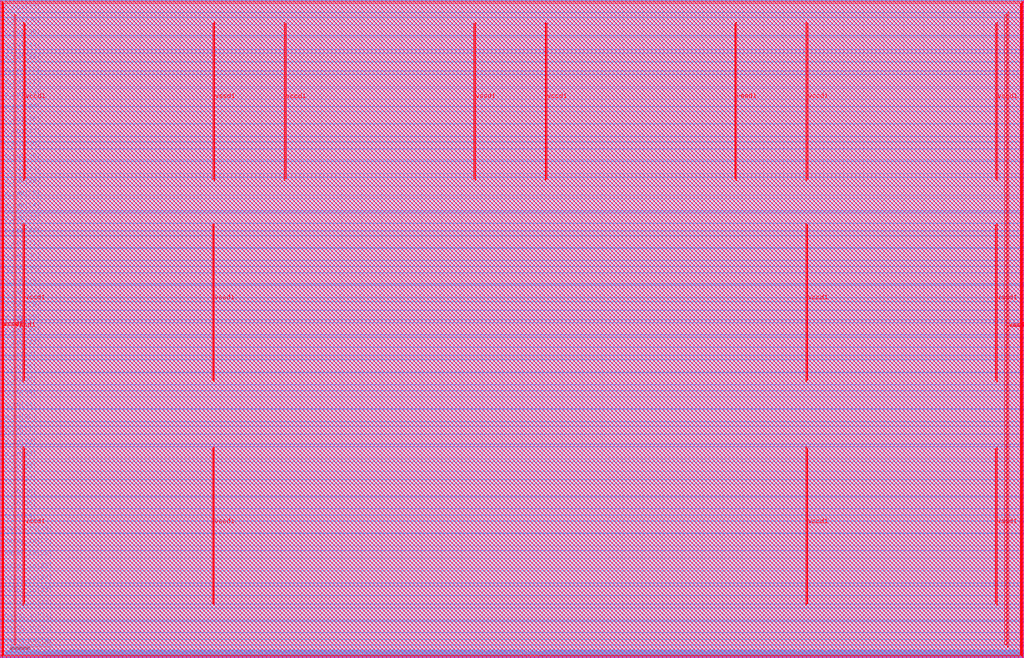
<source format=lef>
##
## LEF for PtnCells ;
## created by Innovus v20.10-p004_1 on Mon Jun  6 00:25:34 2022
##

VERSION 5.8 ;

BUSBITCHARS "[]" ;
DIVIDERCHAR "/" ;

MACRO azadi_soc_top_caravel
  CLASS BLOCK ;
  SIZE 2549.780000 BY 1640.160000 ;
  FOREIGN azadi_soc_top_caravel 0.000000 0.000000 ;
  ORIGIN 0 0 ;
  SYMMETRY X Y R90 ;
  PIN wb_clk_i
    DIRECTION INPUT ;
    USE SIGNAL ;
    ANTENNAPARTIALMETALAREA 1.1926 LAYER met3  ;
    ANTENNAPARTIALMETALSIDEAREA 6.352 LAYER met3  ;
    ANTENNAPARTIALCUTAREA 0.04 LAYER via3  ;
    ANTENNAPARTIALMETALAREA 0.4848 LAYER met4  ;
    ANTENNAPARTIALMETALSIDEAREA 3.056 LAYER met4  ;
    PORT
      LAYER met3 ;
        RECT 538.280000 0.000000 538.580000 0.800000 ;
    END
  END wb_clk_i
  PIN wb_rst_i
    DIRECTION INPUT ;
    USE SIGNAL ;
    ANTENNAPARTIALMETALAREA 0.3024 LAYER met3  ;
    ANTENNAPARTIALMETALSIDEAREA 1.608 LAYER met3  ;
    ANTENNAMODEL OXIDE1 ;
    ANTENNAGATEAREA 0.495 LAYER met3  ;
    ANTENNAMAXAREACAR 10.324 LAYER met3  ;
    ANTENNAMAXSIDEAREACAR 49 LAYER met3  ;
    ANTENNAMAXCUTCAR 0.184646 LAYER via3  ;
    PORT
      LAYER met3 ;
        RECT 0.000000 1637.970000 0.800000 1638.270000 ;
    END
  END wb_rst_i
  PIN wbs_stb_i
    DIRECTION INPUT ;
    USE SIGNAL ;
    PORT
      LAYER met3 ;
        RECT 5.600000 0.000000 5.900000 0.800000 ;
    END
  END wbs_stb_i
  PIN wbs_cyc_i
    DIRECTION INPUT ;
    USE SIGNAL ;
    PORT
      LAYER met3 ;
        RECT 362.100000 0.000000 362.400000 0.800000 ;
    END
  END wbs_cyc_i
  PIN wbs_we_i
    DIRECTION INPUT ;
    USE SIGNAL ;
    PORT
      LAYER met3 ;
        RECT 1.920000 0.000000 2.220000 0.800000 ;
    END
  END wbs_we_i
  PIN wbs_sel_i[3]
    DIRECTION INPUT ;
    USE SIGNAL ;
    PORT
      LAYER met3 ;
        RECT 10.660000 0.000000 10.960000 0.800000 ;
    END
  END wbs_sel_i[3]
  PIN wbs_sel_i[2]
    DIRECTION INPUT ;
    USE SIGNAL ;
    PORT
      LAYER met3 ;
        RECT 15.720000 0.000000 16.020000 0.800000 ;
    END
  END wbs_sel_i[2]
  PIN wbs_sel_i[1]
    DIRECTION INPUT ;
    USE SIGNAL ;
    PORT
      LAYER met3 ;
        RECT 20.780000 0.000000 21.080000 0.800000 ;
    END
  END wbs_sel_i[1]
  PIN wbs_sel_i[0]
    DIRECTION INPUT ;
    USE SIGNAL ;
    PORT
      LAYER met3 ;
        RECT 26.300000 0.000000 26.600000 0.800000 ;
    END
  END wbs_sel_i[0]
  PIN wbs_dat_i[31]
    DIRECTION INPUT ;
    USE SIGNAL ;
    PORT
      LAYER met3 ;
        RECT 196.960000 0.000000 197.260000 0.800000 ;
    END
  END wbs_dat_i[31]
  PIN wbs_dat_i[30]
    DIRECTION INPUT ;
    USE SIGNAL ;
    PORT
      LAYER met3 ;
        RECT 202.020000 0.000000 202.320000 0.800000 ;
    END
  END wbs_dat_i[30]
  PIN wbs_dat_i[29]
    DIRECTION INPUT ;
    USE SIGNAL ;
    PORT
      LAYER met3 ;
        RECT 207.080000 0.000000 207.380000 0.800000 ;
    END
  END wbs_dat_i[29]
  PIN wbs_dat_i[28]
    DIRECTION INPUT ;
    USE SIGNAL ;
    PORT
      LAYER met3 ;
        RECT 212.140000 0.000000 212.440000 0.800000 ;
    END
  END wbs_dat_i[28]
  PIN wbs_dat_i[27]
    DIRECTION INPUT ;
    USE SIGNAL ;
    PORT
      LAYER met3 ;
        RECT 217.660000 0.000000 217.960000 0.800000 ;
    END
  END wbs_dat_i[27]
  PIN wbs_dat_i[26]
    DIRECTION INPUT ;
    USE SIGNAL ;
    PORT
      LAYER met3 ;
        RECT 222.720000 0.000000 223.020000 0.800000 ;
    END
  END wbs_dat_i[26]
  PIN wbs_dat_i[25]
    DIRECTION INPUT ;
    USE SIGNAL ;
    PORT
      LAYER met3 ;
        RECT 227.780000 0.000000 228.080000 0.800000 ;
    END
  END wbs_dat_i[25]
  PIN wbs_dat_i[24]
    DIRECTION INPUT ;
    USE SIGNAL ;
    PORT
      LAYER met3 ;
        RECT 232.840000 0.000000 233.140000 0.800000 ;
    END
  END wbs_dat_i[24]
  PIN wbs_dat_i[23]
    DIRECTION INPUT ;
    USE SIGNAL ;
    PORT
      LAYER met3 ;
        RECT 238.360000 0.000000 238.660000 0.800000 ;
    END
  END wbs_dat_i[23]
  PIN wbs_dat_i[22]
    DIRECTION INPUT ;
    USE SIGNAL ;
    PORT
      LAYER met3 ;
        RECT 243.420000 0.000000 243.720000 0.800000 ;
    END
  END wbs_dat_i[22]
  PIN wbs_dat_i[21]
    DIRECTION INPUT ;
    USE SIGNAL ;
    PORT
      LAYER met3 ;
        RECT 248.480000 0.000000 248.780000 0.800000 ;
    END
  END wbs_dat_i[21]
  PIN wbs_dat_i[20]
    DIRECTION INPUT ;
    USE SIGNAL ;
    PORT
      LAYER met3 ;
        RECT 253.540000 0.000000 253.840000 0.800000 ;
    END
  END wbs_dat_i[20]
  PIN wbs_dat_i[19]
    DIRECTION INPUT ;
    USE SIGNAL ;
    PORT
      LAYER met3 ;
        RECT 259.060000 0.000000 259.360000 0.800000 ;
    END
  END wbs_dat_i[19]
  PIN wbs_dat_i[18]
    DIRECTION INPUT ;
    USE SIGNAL ;
    PORT
      LAYER met3 ;
        RECT 264.120000 0.000000 264.420000 0.800000 ;
    END
  END wbs_dat_i[18]
  PIN wbs_dat_i[17]
    DIRECTION INPUT ;
    USE SIGNAL ;
    PORT
      LAYER met3 ;
        RECT 269.180000 0.000000 269.480000 0.800000 ;
    END
  END wbs_dat_i[17]
  PIN wbs_dat_i[16]
    DIRECTION INPUT ;
    USE SIGNAL ;
    PORT
      LAYER met3 ;
        RECT 274.240000 0.000000 274.540000 0.800000 ;
    END
  END wbs_dat_i[16]
  PIN wbs_dat_i[15]
    DIRECTION INPUT ;
    USE SIGNAL ;
    PORT
      LAYER met3 ;
        RECT 279.760000 0.000000 280.060000 0.800000 ;
    END
  END wbs_dat_i[15]
  PIN wbs_dat_i[14]
    DIRECTION INPUT ;
    USE SIGNAL ;
    PORT
      LAYER met3 ;
        RECT 284.820000 0.000000 285.120000 0.800000 ;
    END
  END wbs_dat_i[14]
  PIN wbs_dat_i[13]
    DIRECTION INPUT ;
    USE SIGNAL ;
    PORT
      LAYER met3 ;
        RECT 289.880000 0.000000 290.180000 0.800000 ;
    END
  END wbs_dat_i[13]
  PIN wbs_dat_i[12]
    DIRECTION INPUT ;
    USE SIGNAL ;
    PORT
      LAYER met3 ;
        RECT 294.940000 0.000000 295.240000 0.800000 ;
    END
  END wbs_dat_i[12]
  PIN wbs_dat_i[11]
    DIRECTION INPUT ;
    USE SIGNAL ;
    PORT
      LAYER met3 ;
        RECT 300.460000 0.000000 300.760000 0.800000 ;
    END
  END wbs_dat_i[11]
  PIN wbs_dat_i[10]
    DIRECTION INPUT ;
    USE SIGNAL ;
    PORT
      LAYER met3 ;
        RECT 305.520000 0.000000 305.820000 0.800000 ;
    END
  END wbs_dat_i[10]
  PIN wbs_dat_i[9]
    DIRECTION INPUT ;
    USE SIGNAL ;
    PORT
      LAYER met3 ;
        RECT 310.580000 0.000000 310.880000 0.800000 ;
    END
  END wbs_dat_i[9]
  PIN wbs_dat_i[8]
    DIRECTION INPUT ;
    USE SIGNAL ;
    PORT
      LAYER met3 ;
        RECT 315.640000 0.000000 315.940000 0.800000 ;
    END
  END wbs_dat_i[8]
  PIN wbs_dat_i[7]
    DIRECTION INPUT ;
    USE SIGNAL ;
    PORT
      LAYER met3 ;
        RECT 320.700000 0.000000 321.000000 0.800000 ;
    END
  END wbs_dat_i[7]
  PIN wbs_dat_i[6]
    DIRECTION INPUT ;
    USE SIGNAL ;
    PORT
      LAYER met3 ;
        RECT 326.220000 0.000000 326.520000 0.800000 ;
    END
  END wbs_dat_i[6]
  PIN wbs_dat_i[5]
    DIRECTION INPUT ;
    USE SIGNAL ;
    PORT
      LAYER met3 ;
        RECT 331.280000 0.000000 331.580000 0.800000 ;
    END
  END wbs_dat_i[5]
  PIN wbs_dat_i[4]
    DIRECTION INPUT ;
    USE SIGNAL ;
    PORT
      LAYER met3 ;
        RECT 336.340000 0.000000 336.640000 0.800000 ;
    END
  END wbs_dat_i[4]
  PIN wbs_dat_i[3]
    DIRECTION INPUT ;
    USE SIGNAL ;
    PORT
      LAYER met3 ;
        RECT 341.400000 0.000000 341.700000 0.800000 ;
    END
  END wbs_dat_i[3]
  PIN wbs_dat_i[2]
    DIRECTION INPUT ;
    USE SIGNAL ;
    PORT
      LAYER met3 ;
        RECT 346.920000 0.000000 347.220000 0.800000 ;
    END
  END wbs_dat_i[2]
  PIN wbs_dat_i[1]
    DIRECTION INPUT ;
    USE SIGNAL ;
    PORT
      LAYER met3 ;
        RECT 351.980000 0.000000 352.280000 0.800000 ;
    END
  END wbs_dat_i[1]
  PIN wbs_dat_i[0]
    DIRECTION INPUT ;
    USE SIGNAL ;
    PORT
      LAYER met3 ;
        RECT 357.040000 0.000000 357.340000 0.800000 ;
    END
  END wbs_dat_i[0]
  PIN wbs_adr_i[31]
    DIRECTION INPUT ;
    USE SIGNAL ;
    PORT
      LAYER met3 ;
        RECT 367.620000 0.000000 367.920000 0.800000 ;
    END
  END wbs_adr_i[31]
  PIN wbs_adr_i[30]
    DIRECTION INPUT ;
    USE SIGNAL ;
    PORT
      LAYER met3 ;
        RECT 372.680000 0.000000 372.980000 0.800000 ;
    END
  END wbs_adr_i[30]
  PIN wbs_adr_i[29]
    DIRECTION INPUT ;
    USE SIGNAL ;
    PORT
      LAYER met3 ;
        RECT 377.740000 0.000000 378.040000 0.800000 ;
    END
  END wbs_adr_i[29]
  PIN wbs_adr_i[28]
    DIRECTION INPUT ;
    USE SIGNAL ;
    PORT
      LAYER met3 ;
        RECT 382.800000 0.000000 383.100000 0.800000 ;
    END
  END wbs_adr_i[28]
  PIN wbs_adr_i[27]
    DIRECTION INPUT ;
    USE SIGNAL ;
    PORT
      LAYER met3 ;
        RECT 388.320000 0.000000 388.620000 0.800000 ;
    END
  END wbs_adr_i[27]
  PIN wbs_adr_i[26]
    DIRECTION INPUT ;
    USE SIGNAL ;
    PORT
      LAYER met3 ;
        RECT 393.380000 0.000000 393.680000 0.800000 ;
    END
  END wbs_adr_i[26]
  PIN wbs_adr_i[25]
    DIRECTION INPUT ;
    USE SIGNAL ;
    PORT
      LAYER met3 ;
        RECT 398.440000 0.000000 398.740000 0.800000 ;
    END
  END wbs_adr_i[25]
  PIN wbs_adr_i[24]
    DIRECTION INPUT ;
    USE SIGNAL ;
    PORT
      LAYER met3 ;
        RECT 403.500000 0.000000 403.800000 0.800000 ;
    END
  END wbs_adr_i[24]
  PIN wbs_adr_i[23]
    DIRECTION INPUT ;
    USE SIGNAL ;
    PORT
      LAYER met3 ;
        RECT 409.020000 0.000000 409.320000 0.800000 ;
    END
  END wbs_adr_i[23]
  PIN wbs_adr_i[22]
    DIRECTION INPUT ;
    USE SIGNAL ;
    PORT
      LAYER met3 ;
        RECT 414.080000 0.000000 414.380000 0.800000 ;
    END
  END wbs_adr_i[22]
  PIN wbs_adr_i[21]
    DIRECTION INPUT ;
    USE SIGNAL ;
    PORT
      LAYER met3 ;
        RECT 419.140000 0.000000 419.440000 0.800000 ;
    END
  END wbs_adr_i[21]
  PIN wbs_adr_i[20]
    DIRECTION INPUT ;
    USE SIGNAL ;
    PORT
      LAYER met3 ;
        RECT 424.200000 0.000000 424.500000 0.800000 ;
    END
  END wbs_adr_i[20]
  PIN wbs_adr_i[19]
    DIRECTION INPUT ;
    USE SIGNAL ;
    PORT
      LAYER met3 ;
        RECT 429.720000 0.000000 430.020000 0.800000 ;
    END
  END wbs_adr_i[19]
  PIN wbs_adr_i[18]
    DIRECTION INPUT ;
    USE SIGNAL ;
    PORT
      LAYER met3 ;
        RECT 434.780000 0.000000 435.080000 0.800000 ;
    END
  END wbs_adr_i[18]
  PIN wbs_adr_i[17]
    DIRECTION INPUT ;
    USE SIGNAL ;
    PORT
      LAYER met3 ;
        RECT 439.840000 0.000000 440.140000 0.800000 ;
    END
  END wbs_adr_i[17]
  PIN wbs_adr_i[16]
    DIRECTION INPUT ;
    USE SIGNAL ;
    PORT
      LAYER met3 ;
        RECT 444.900000 0.000000 445.200000 0.800000 ;
    END
  END wbs_adr_i[16]
  PIN wbs_adr_i[15]
    DIRECTION INPUT ;
    USE SIGNAL ;
    PORT
      LAYER met3 ;
        RECT 450.420000 0.000000 450.720000 0.800000 ;
    END
  END wbs_adr_i[15]
  PIN wbs_adr_i[14]
    DIRECTION INPUT ;
    USE SIGNAL ;
    PORT
      LAYER met3 ;
        RECT 455.480000 0.000000 455.780000 0.800000 ;
    END
  END wbs_adr_i[14]
  PIN wbs_adr_i[13]
    DIRECTION INPUT ;
    USE SIGNAL ;
    PORT
      LAYER met3 ;
        RECT 460.540000 0.000000 460.840000 0.800000 ;
    END
  END wbs_adr_i[13]
  PIN wbs_adr_i[12]
    DIRECTION INPUT ;
    USE SIGNAL ;
    PORT
      LAYER met3 ;
        RECT 465.600000 0.000000 465.900000 0.800000 ;
    END
  END wbs_adr_i[12]
  PIN wbs_adr_i[11]
    DIRECTION INPUT ;
    USE SIGNAL ;
    PORT
      LAYER met3 ;
        RECT 470.660000 0.000000 470.960000 0.800000 ;
    END
  END wbs_adr_i[11]
  PIN wbs_adr_i[10]
    DIRECTION INPUT ;
    USE SIGNAL ;
    PORT
      LAYER met3 ;
        RECT 476.180000 0.000000 476.480000 0.800000 ;
    END
  END wbs_adr_i[10]
  PIN wbs_adr_i[9]
    DIRECTION INPUT ;
    USE SIGNAL ;
    PORT
      LAYER met3 ;
        RECT 481.240000 0.000000 481.540000 0.800000 ;
    END
  END wbs_adr_i[9]
  PIN wbs_adr_i[8]
    DIRECTION INPUT ;
    USE SIGNAL ;
    PORT
      LAYER met3 ;
        RECT 486.300000 0.000000 486.600000 0.800000 ;
    END
  END wbs_adr_i[8]
  PIN wbs_adr_i[7]
    DIRECTION INPUT ;
    USE SIGNAL ;
    PORT
      LAYER met3 ;
        RECT 491.360000 0.000000 491.660000 0.800000 ;
    END
  END wbs_adr_i[7]
  PIN wbs_adr_i[6]
    DIRECTION INPUT ;
    USE SIGNAL ;
    PORT
      LAYER met3 ;
        RECT 496.880000 0.000000 497.180000 0.800000 ;
    END
  END wbs_adr_i[6]
  PIN wbs_adr_i[5]
    DIRECTION INPUT ;
    USE SIGNAL ;
    PORT
      LAYER met3 ;
        RECT 501.940000 0.000000 502.240000 0.800000 ;
    END
  END wbs_adr_i[5]
  PIN wbs_adr_i[4]
    DIRECTION INPUT ;
    USE SIGNAL ;
    PORT
      LAYER met3 ;
        RECT 507.000000 0.000000 507.300000 0.800000 ;
    END
  END wbs_adr_i[4]
  PIN wbs_adr_i[3]
    DIRECTION INPUT ;
    USE SIGNAL ;
    PORT
      LAYER met3 ;
        RECT 512.060000 0.000000 512.360000 0.800000 ;
    END
  END wbs_adr_i[3]
  PIN wbs_adr_i[2]
    DIRECTION INPUT ;
    USE SIGNAL ;
    PORT
      LAYER met3 ;
        RECT 517.580000 0.000000 517.880000 0.800000 ;
    END
  END wbs_adr_i[2]
  PIN wbs_adr_i[1]
    DIRECTION INPUT ;
    USE SIGNAL ;
    PORT
      LAYER met3 ;
        RECT 522.640000 0.000000 522.940000 0.800000 ;
    END
  END wbs_adr_i[1]
  PIN wbs_adr_i[0]
    DIRECTION INPUT ;
    USE SIGNAL ;
    PORT
      LAYER met3 ;
        RECT 527.700000 0.000000 528.000000 0.800000 ;
    END
  END wbs_adr_i[0]
  PIN wbs_ack_o
    DIRECTION OUTPUT ;
    USE SIGNAL ;
    ANTENNADIFFAREA 0.891 LAYER met3  ;
    ANTENNAPARTIALMETALAREA 196.526 LAYER met3  ;
    ANTENNAPARTIALMETALSIDEAREA 1050.51 LAYER met3  ;
    PORT
      LAYER met3 ;
        RECT 532.760000 0.000000 533.060000 0.800000 ;
    END
  END wbs_ack_o
  PIN wbs_dat_o[31]
    DIRECTION OUTPUT ;
    USE SIGNAL ;
    ANTENNADIFFAREA 0.891 LAYER met3  ;
    ANTENNAPARTIALMETALAREA 196.549 LAYER met3  ;
    ANTENNAPARTIALMETALSIDEAREA 1050.75 LAYER met3  ;
    PORT
      LAYER met3 ;
        RECT 31.360000 0.000000 31.660000 0.800000 ;
    END
  END wbs_dat_o[31]
  PIN wbs_dat_o[30]
    DIRECTION OUTPUT ;
    USE SIGNAL ;
    ANTENNADIFFAREA 0.891 LAYER met3  ;
    ANTENNAPARTIALMETALAREA 196.529 LAYER met3  ;
    ANTENNAPARTIALMETALSIDEAREA 1050.53 LAYER met3  ;
    PORT
      LAYER met3 ;
        RECT 36.420000 0.000000 36.720000 0.800000 ;
    END
  END wbs_dat_o[30]
  PIN wbs_dat_o[29]
    DIRECTION OUTPUT ;
    USE SIGNAL ;
    ANTENNADIFFAREA 0.891 LAYER met3  ;
    ANTENNAPARTIALMETALAREA 196.529 LAYER met3  ;
    ANTENNAPARTIALMETALSIDEAREA 1050.7 LAYER met3  ;
    PORT
      LAYER met3 ;
        RECT 41.480000 0.000000 41.780000 0.800000 ;
    END
  END wbs_dat_o[29]
  PIN wbs_dat_o[28]
    DIRECTION OUTPUT ;
    USE SIGNAL ;
    ANTENNADIFFAREA 0.891 LAYER met3  ;
    ANTENNAPARTIALMETALAREA 196.529 LAYER met3  ;
    ANTENNAPARTIALMETALSIDEAREA 1050.7 LAYER met3  ;
    PORT
      LAYER met3 ;
        RECT 47.000000 0.000000 47.300000 0.800000 ;
    END
  END wbs_dat_o[28]
  PIN wbs_dat_o[27]
    DIRECTION OUTPUT ;
    USE SIGNAL ;
    ANTENNADIFFAREA 0.891 LAYER met3  ;
    ANTENNAPARTIALMETALAREA 196.529 LAYER met3  ;
    ANTENNAPARTIALMETALSIDEAREA 1050.53 LAYER met3  ;
    PORT
      LAYER met3 ;
        RECT 52.060000 0.000000 52.360000 0.800000 ;
    END
  END wbs_dat_o[27]
  PIN wbs_dat_o[26]
    DIRECTION OUTPUT ;
    USE SIGNAL ;
    ANTENNADIFFAREA 0.891 LAYER met3  ;
    ANTENNAPARTIALMETALAREA 196.529 LAYER met3  ;
    ANTENNAPARTIALMETALSIDEAREA 1050.53 LAYER met3  ;
    PORT
      LAYER met3 ;
        RECT 57.120000 0.000000 57.420000 0.800000 ;
    END
  END wbs_dat_o[26]
  PIN wbs_dat_o[25]
    DIRECTION OUTPUT ;
    USE SIGNAL ;
    ANTENNADIFFAREA 0.891 LAYER met3  ;
    ANTENNAPARTIALMETALAREA 196.529 LAYER met3  ;
    ANTENNAPARTIALMETALSIDEAREA 1050.53 LAYER met3  ;
    PORT
      LAYER met3 ;
        RECT 62.180000 0.000000 62.480000 0.800000 ;
    END
  END wbs_dat_o[25]
  PIN wbs_dat_o[24]
    DIRECTION OUTPUT ;
    USE SIGNAL ;
    ANTENNADIFFAREA 0.891 LAYER met3  ;
    ANTENNAPARTIALMETALAREA 196.529 LAYER met3  ;
    ANTENNAPARTIALMETALSIDEAREA 1050.53 LAYER met3  ;
    PORT
      LAYER met3 ;
        RECT 67.700000 0.000000 68.000000 0.800000 ;
    END
  END wbs_dat_o[24]
  PIN wbs_dat_o[23]
    DIRECTION OUTPUT ;
    USE SIGNAL ;
    ANTENNADIFFAREA 0.891 LAYER met3  ;
    ANTENNAPARTIALMETALAREA 196.529 LAYER met3  ;
    ANTENNAPARTIALMETALSIDEAREA 1050.53 LAYER met3  ;
    PORT
      LAYER met3 ;
        RECT 72.760000 0.000000 73.060000 0.800000 ;
    END
  END wbs_dat_o[23]
  PIN wbs_dat_o[22]
    DIRECTION OUTPUT ;
    USE SIGNAL ;
    ANTENNADIFFAREA 0.891 LAYER met3  ;
    ANTENNAPARTIALMETALAREA 196.529 LAYER met3  ;
    ANTENNAPARTIALMETALSIDEAREA 1050.53 LAYER met3  ;
    PORT
      LAYER met3 ;
        RECT 77.820000 0.000000 78.120000 0.800000 ;
    END
  END wbs_dat_o[22]
  PIN wbs_dat_o[21]
    DIRECTION OUTPUT ;
    USE SIGNAL ;
    ANTENNADIFFAREA 0.891 LAYER met3  ;
    ANTENNAPARTIALMETALAREA 196.529 LAYER met3  ;
    ANTENNAPARTIALMETALSIDEAREA 1050.53 LAYER met3  ;
    PORT
      LAYER met3 ;
        RECT 82.880000 0.000000 83.180000 0.800000 ;
    END
  END wbs_dat_o[21]
  PIN wbs_dat_o[20]
    DIRECTION OUTPUT ;
    USE SIGNAL ;
    ANTENNADIFFAREA 0.891 LAYER met3  ;
    ANTENNAPARTIALMETALAREA 196.529 LAYER met3  ;
    ANTENNAPARTIALMETALSIDEAREA 1050.53 LAYER met3  ;
    PORT
      LAYER met3 ;
        RECT 88.400000 0.000000 88.700000 0.800000 ;
    END
  END wbs_dat_o[20]
  PIN wbs_dat_o[19]
    DIRECTION OUTPUT ;
    USE SIGNAL ;
    ANTENNADIFFAREA 0.891 LAYER met3  ;
    ANTENNAPARTIALMETALAREA 196.529 LAYER met3  ;
    ANTENNAPARTIALMETALSIDEAREA 1050.53 LAYER met3  ;
    PORT
      LAYER met3 ;
        RECT 93.460000 0.000000 93.760000 0.800000 ;
    END
  END wbs_dat_o[19]
  PIN wbs_dat_o[18]
    DIRECTION OUTPUT ;
    USE SIGNAL ;
    ANTENNADIFFAREA 0.891 LAYER met3  ;
    ANTENNAPARTIALMETALAREA 196.529 LAYER met3  ;
    ANTENNAPARTIALMETALSIDEAREA 1050.53 LAYER met3  ;
    PORT
      LAYER met3 ;
        RECT 98.520000 0.000000 98.820000 0.800000 ;
    END
  END wbs_dat_o[18]
  PIN wbs_dat_o[17]
    DIRECTION OUTPUT ;
    USE SIGNAL ;
    ANTENNADIFFAREA 0.891 LAYER met3  ;
    ANTENNAPARTIALMETALAREA 196.529 LAYER met3  ;
    ANTENNAPARTIALMETALSIDEAREA 1050.53 LAYER met3  ;
    PORT
      LAYER met3 ;
        RECT 103.580000 0.000000 103.880000 0.800000 ;
    END
  END wbs_dat_o[17]
  PIN wbs_dat_o[16]
    DIRECTION OUTPUT ;
    USE SIGNAL ;
    ANTENNADIFFAREA 0.891 LAYER met3  ;
    ANTENNAPARTIALMETALAREA 196.529 LAYER met3  ;
    ANTENNAPARTIALMETALSIDEAREA 1050.53 LAYER met3  ;
    PORT
      LAYER met3 ;
        RECT 109.100000 0.000000 109.400000 0.800000 ;
    END
  END wbs_dat_o[16]
  PIN wbs_dat_o[15]
    DIRECTION OUTPUT ;
    USE SIGNAL ;
    ANTENNADIFFAREA 0.891 LAYER met3  ;
    ANTENNAPARTIALMETALAREA 196.529 LAYER met3  ;
    ANTENNAPARTIALMETALSIDEAREA 1050.53 LAYER met3  ;
    PORT
      LAYER met3 ;
        RECT 114.160000 0.000000 114.460000 0.800000 ;
    END
  END wbs_dat_o[15]
  PIN wbs_dat_o[14]
    DIRECTION OUTPUT ;
    USE SIGNAL ;
    ANTENNADIFFAREA 0.891 LAYER met3  ;
    ANTENNAPARTIALMETALAREA 196.529 LAYER met3  ;
    ANTENNAPARTIALMETALSIDEAREA 1050.53 LAYER met3  ;
    PORT
      LAYER met3 ;
        RECT 119.220000 0.000000 119.520000 0.800000 ;
    END
  END wbs_dat_o[14]
  PIN wbs_dat_o[13]
    DIRECTION OUTPUT ;
    USE SIGNAL ;
    ANTENNADIFFAREA 0.891 LAYER met3  ;
    ANTENNAPARTIALMETALAREA 196.529 LAYER met3  ;
    ANTENNAPARTIALMETALSIDEAREA 1050.7 LAYER met3  ;
    PORT
      LAYER met3 ;
        RECT 124.280000 0.000000 124.580000 0.800000 ;
    END
  END wbs_dat_o[13]
  PIN wbs_dat_o[12]
    DIRECTION OUTPUT ;
    USE SIGNAL ;
    ANTENNADIFFAREA 0.891 LAYER met3  ;
    ANTENNAPARTIALMETALAREA 196.529 LAYER met3  ;
    ANTENNAPARTIALMETALSIDEAREA 1050.7 LAYER met3  ;
    PORT
      LAYER met3 ;
        RECT 129.800000 0.000000 130.100000 0.800000 ;
    END
  END wbs_dat_o[12]
  PIN wbs_dat_o[11]
    DIRECTION OUTPUT ;
    USE SIGNAL ;
    ANTENNADIFFAREA 0.891 LAYER met3  ;
    ANTENNAPARTIALMETALAREA 196.529 LAYER met3  ;
    ANTENNAPARTIALMETALSIDEAREA 1050.53 LAYER met3  ;
    PORT
      LAYER met3 ;
        RECT 134.860000 0.000000 135.160000 0.800000 ;
    END
  END wbs_dat_o[11]
  PIN wbs_dat_o[10]
    DIRECTION OUTPUT ;
    USE SIGNAL ;
    ANTENNADIFFAREA 0.891 LAYER met3  ;
    ANTENNAPARTIALMETALAREA 196.529 LAYER met3  ;
    ANTENNAPARTIALMETALSIDEAREA 1050.53 LAYER met3  ;
    PORT
      LAYER met3 ;
        RECT 139.920000 0.000000 140.220000 0.800000 ;
    END
  END wbs_dat_o[10]
  PIN wbs_dat_o[9]
    DIRECTION OUTPUT ;
    USE SIGNAL ;
    ANTENNADIFFAREA 0.891 LAYER met3  ;
    ANTENNAPARTIALMETALAREA 196.529 LAYER met3  ;
    ANTENNAPARTIALMETALSIDEAREA 1050.53 LAYER met3  ;
    PORT
      LAYER met3 ;
        RECT 144.980000 0.000000 145.280000 0.800000 ;
    END
  END wbs_dat_o[9]
  PIN wbs_dat_o[8]
    DIRECTION OUTPUT ;
    USE SIGNAL ;
    ANTENNADIFFAREA 0.891 LAYER met3  ;
    ANTENNAPARTIALMETALAREA 196.529 LAYER met3  ;
    ANTENNAPARTIALMETALSIDEAREA 1050.53 LAYER met3  ;
    PORT
      LAYER met3 ;
        RECT 150.040000 0.000000 150.340000 0.800000 ;
    END
  END wbs_dat_o[8]
  PIN wbs_dat_o[7]
    DIRECTION OUTPUT ;
    USE SIGNAL ;
    ANTENNADIFFAREA 0.891 LAYER met3  ;
    ANTENNAPARTIALMETALAREA 196.529 LAYER met3  ;
    ANTENNAPARTIALMETALSIDEAREA 1050.53 LAYER met3  ;
    PORT
      LAYER met3 ;
        RECT 155.560000 0.000000 155.860000 0.800000 ;
    END
  END wbs_dat_o[7]
  PIN wbs_dat_o[6]
    DIRECTION OUTPUT ;
    USE SIGNAL ;
    ANTENNADIFFAREA 0.891 LAYER met3  ;
    ANTENNAPARTIALMETALAREA 196.529 LAYER met3  ;
    ANTENNAPARTIALMETALSIDEAREA 1050.53 LAYER met3  ;
    PORT
      LAYER met3 ;
        RECT 160.620000 0.000000 160.920000 0.800000 ;
    END
  END wbs_dat_o[6]
  PIN wbs_dat_o[5]
    DIRECTION OUTPUT ;
    USE SIGNAL ;
    ANTENNADIFFAREA 0.891 LAYER met3  ;
    ANTENNAPARTIALMETALAREA 196.529 LAYER met3  ;
    ANTENNAPARTIALMETALSIDEAREA 1050.53 LAYER met3  ;
    PORT
      LAYER met3 ;
        RECT 165.680000 0.000000 165.980000 0.800000 ;
    END
  END wbs_dat_o[5]
  PIN wbs_dat_o[4]
    DIRECTION OUTPUT ;
    USE SIGNAL ;
    ANTENNADIFFAREA 0.891 LAYER met3  ;
    ANTENNAPARTIALMETALAREA 196.529 LAYER met3  ;
    ANTENNAPARTIALMETALSIDEAREA 1050.53 LAYER met3  ;
    PORT
      LAYER met3 ;
        RECT 170.740000 0.000000 171.040000 0.800000 ;
    END
  END wbs_dat_o[4]
  PIN wbs_dat_o[3]
    DIRECTION OUTPUT ;
    USE SIGNAL ;
    ANTENNADIFFAREA 0.891 LAYER met3  ;
    ANTENNAPARTIALMETALAREA 196.529 LAYER met3  ;
    ANTENNAPARTIALMETALSIDEAREA 1050.53 LAYER met3  ;
    PORT
      LAYER met3 ;
        RECT 176.260000 0.000000 176.560000 0.800000 ;
    END
  END wbs_dat_o[3]
  PIN wbs_dat_o[2]
    DIRECTION OUTPUT ;
    USE SIGNAL ;
    ANTENNADIFFAREA 0.891 LAYER met3  ;
    ANTENNAPARTIALMETALAREA 196.529 LAYER met3  ;
    ANTENNAPARTIALMETALSIDEAREA 1050.53 LAYER met3  ;
    PORT
      LAYER met3 ;
        RECT 181.320000 0.000000 181.620000 0.800000 ;
    END
  END wbs_dat_o[2]
  PIN wbs_dat_o[1]
    DIRECTION OUTPUT ;
    USE SIGNAL ;
    ANTENNADIFFAREA 0.891 LAYER met3  ;
    ANTENNAPARTIALMETALAREA 196.529 LAYER met3  ;
    ANTENNAPARTIALMETALSIDEAREA 1050.53 LAYER met3  ;
    PORT
      LAYER met3 ;
        RECT 186.380000 0.000000 186.680000 0.800000 ;
    END
  END wbs_dat_o[1]
  PIN wbs_dat_o[0]
    DIRECTION OUTPUT ;
    USE SIGNAL ;
    ANTENNADIFFAREA 0.891 LAYER met3  ;
    ANTENNAPARTIALMETALAREA 196.549 LAYER met3  ;
    ANTENNAPARTIALMETALSIDEAREA 1050.75 LAYER met3  ;
    PORT
      LAYER met3 ;
        RECT 191.440000 0.000000 191.740000 0.800000 ;
    END
  END wbs_dat_o[0]
  PIN la_data_in[127]
    DIRECTION INPUT ;
    USE SIGNAL ;
    PORT
      LAYER met3 ;
        RECT 1887.920000 0.000000 1888.220000 0.800000 ;
    END
  END la_data_in[127]
  PIN la_data_in[126]
    DIRECTION INPUT ;
    USE SIGNAL ;
    PORT
      LAYER met3 ;
        RECT 1892.980000 0.000000 1893.280000 0.800000 ;
    END
  END la_data_in[126]
  PIN la_data_in[125]
    DIRECTION INPUT ;
    USE SIGNAL ;
    PORT
      LAYER met3 ;
        RECT 1898.040000 0.000000 1898.340000 0.800000 ;
    END
  END la_data_in[125]
  PIN la_data_in[124]
    DIRECTION INPUT ;
    USE SIGNAL ;
    PORT
      LAYER met3 ;
        RECT 1903.100000 0.000000 1903.400000 0.800000 ;
    END
  END la_data_in[124]
  PIN la_data_in[123]
    DIRECTION INPUT ;
    USE SIGNAL ;
    PORT
      LAYER met3 ;
        RECT 1908.620000 0.000000 1908.920000 0.800000 ;
    END
  END la_data_in[123]
  PIN la_data_in[122]
    DIRECTION INPUT ;
    USE SIGNAL ;
    PORT
      LAYER met3 ;
        RECT 1913.680000 0.000000 1913.980000 0.800000 ;
    END
  END la_data_in[122]
  PIN la_data_in[121]
    DIRECTION INPUT ;
    USE SIGNAL ;
    PORT
      LAYER met3 ;
        RECT 1918.740000 0.000000 1919.040000 0.800000 ;
    END
  END la_data_in[121]
  PIN la_data_in[120]
    DIRECTION INPUT ;
    USE SIGNAL ;
    PORT
      LAYER met3 ;
        RECT 1923.800000 0.000000 1924.100000 0.800000 ;
    END
  END la_data_in[120]
  PIN la_data_in[119]
    DIRECTION INPUT ;
    USE SIGNAL ;
    PORT
      LAYER met3 ;
        RECT 1929.320000 0.000000 1929.620000 0.800000 ;
    END
  END la_data_in[119]
  PIN la_data_in[118]
    DIRECTION INPUT ;
    USE SIGNAL ;
    PORT
      LAYER met3 ;
        RECT 1934.380000 0.000000 1934.680000 0.800000 ;
    END
  END la_data_in[118]
  PIN la_data_in[117]
    DIRECTION INPUT ;
    USE SIGNAL ;
    PORT
      LAYER met3 ;
        RECT 1939.440000 0.000000 1939.740000 0.800000 ;
    END
  END la_data_in[117]
  PIN la_data_in[116]
    DIRECTION INPUT ;
    USE SIGNAL ;
    PORT
      LAYER met3 ;
        RECT 1944.500000 0.000000 1944.800000 0.800000 ;
    END
  END la_data_in[116]
  PIN la_data_in[115]
    DIRECTION INPUT ;
    USE SIGNAL ;
    PORT
      LAYER met3 ;
        RECT 1949.560000 0.000000 1949.860000 0.800000 ;
    END
  END la_data_in[115]
  PIN la_data_in[114]
    DIRECTION INPUT ;
    USE SIGNAL ;
    PORT
      LAYER met3 ;
        RECT 1955.080000 0.000000 1955.380000 0.800000 ;
    END
  END la_data_in[114]
  PIN la_data_in[113]
    DIRECTION INPUT ;
    USE SIGNAL ;
    PORT
      LAYER met3 ;
        RECT 1960.140000 0.000000 1960.440000 0.800000 ;
    END
  END la_data_in[113]
  PIN la_data_in[112]
    DIRECTION INPUT ;
    USE SIGNAL ;
    PORT
      LAYER met3 ;
        RECT 1965.200000 0.000000 1965.500000 0.800000 ;
    END
  END la_data_in[112]
  PIN la_data_in[111]
    DIRECTION INPUT ;
    USE SIGNAL ;
    PORT
      LAYER met3 ;
        RECT 1970.260000 0.000000 1970.560000 0.800000 ;
    END
  END la_data_in[111]
  PIN la_data_in[110]
    DIRECTION INPUT ;
    USE SIGNAL ;
    PORT
      LAYER met3 ;
        RECT 1975.780000 0.000000 1976.080000 0.800000 ;
    END
  END la_data_in[110]
  PIN la_data_in[109]
    DIRECTION INPUT ;
    USE SIGNAL ;
    PORT
      LAYER met3 ;
        RECT 1980.840000 0.000000 1981.140000 0.800000 ;
    END
  END la_data_in[109]
  PIN la_data_in[108]
    DIRECTION INPUT ;
    USE SIGNAL ;
    PORT
      LAYER met3 ;
        RECT 1985.900000 0.000000 1986.200000 0.800000 ;
    END
  END la_data_in[108]
  PIN la_data_in[107]
    DIRECTION INPUT ;
    USE SIGNAL ;
    PORT
      LAYER met3 ;
        RECT 1990.960000 0.000000 1991.260000 0.800000 ;
    END
  END la_data_in[107]
  PIN la_data_in[106]
    DIRECTION INPUT ;
    USE SIGNAL ;
    PORT
      LAYER met3 ;
        RECT 1996.480000 0.000000 1996.780000 0.800000 ;
    END
  END la_data_in[106]
  PIN la_data_in[105]
    DIRECTION INPUT ;
    USE SIGNAL ;
    PORT
      LAYER met3 ;
        RECT 2001.540000 0.000000 2001.840000 0.800000 ;
    END
  END la_data_in[105]
  PIN la_data_in[104]
    DIRECTION INPUT ;
    USE SIGNAL ;
    PORT
      LAYER met3 ;
        RECT 2006.600000 0.000000 2006.900000 0.800000 ;
    END
  END la_data_in[104]
  PIN la_data_in[103]
    DIRECTION INPUT ;
    USE SIGNAL ;
    PORT
      LAYER met3 ;
        RECT 2011.660000 0.000000 2011.960000 0.800000 ;
    END
  END la_data_in[103]
  PIN la_data_in[102]
    DIRECTION INPUT ;
    USE SIGNAL ;
    PORT
      LAYER met3 ;
        RECT 2017.180000 0.000000 2017.480000 0.800000 ;
    END
  END la_data_in[102]
  PIN la_data_in[101]
    DIRECTION INPUT ;
    USE SIGNAL ;
    PORT
      LAYER met3 ;
        RECT 2022.240000 0.000000 2022.540000 0.800000 ;
    END
  END la_data_in[101]
  PIN la_data_in[100]
    DIRECTION INPUT ;
    USE SIGNAL ;
    PORT
      LAYER met3 ;
        RECT 2027.300000 0.000000 2027.600000 0.800000 ;
    END
  END la_data_in[100]
  PIN la_data_in[99]
    DIRECTION INPUT ;
    USE SIGNAL ;
    PORT
      LAYER met3 ;
        RECT 2032.360000 0.000000 2032.660000 0.800000 ;
    END
  END la_data_in[99]
  PIN la_data_in[98]
    DIRECTION INPUT ;
    USE SIGNAL ;
    PORT
      LAYER met3 ;
        RECT 2037.880000 0.000000 2038.180000 0.800000 ;
    END
  END la_data_in[98]
  PIN la_data_in[97]
    DIRECTION INPUT ;
    USE SIGNAL ;
    PORT
      LAYER met3 ;
        RECT 2042.940000 0.000000 2043.240000 0.800000 ;
    END
  END la_data_in[97]
  PIN la_data_in[96]
    DIRECTION INPUT ;
    USE SIGNAL ;
    PORT
      LAYER met3 ;
        RECT 2048.000000 0.000000 2048.300000 0.800000 ;
    END
  END la_data_in[96]
  PIN la_data_in[95]
    DIRECTION INPUT ;
    USE SIGNAL ;
    PORT
      LAYER met3 ;
        RECT 2053.060000 0.000000 2053.360000 0.800000 ;
    END
  END la_data_in[95]
  PIN la_data_in[94]
    DIRECTION INPUT ;
    USE SIGNAL ;
    PORT
      LAYER met3 ;
        RECT 2058.580000 0.000000 2058.880000 0.800000 ;
    END
  END la_data_in[94]
  PIN la_data_in[93]
    DIRECTION INPUT ;
    USE SIGNAL ;
    PORT
      LAYER met3 ;
        RECT 2063.640000 0.000000 2063.940000 0.800000 ;
    END
  END la_data_in[93]
  PIN la_data_in[92]
    DIRECTION INPUT ;
    USE SIGNAL ;
    PORT
      LAYER met3 ;
        RECT 2068.700000 0.000000 2069.000000 0.800000 ;
    END
  END la_data_in[92]
  PIN la_data_in[91]
    DIRECTION INPUT ;
    USE SIGNAL ;
    PORT
      LAYER met3 ;
        RECT 2073.760000 0.000000 2074.060000 0.800000 ;
    END
  END la_data_in[91]
  PIN la_data_in[90]
    DIRECTION INPUT ;
    USE SIGNAL ;
    PORT
      LAYER met3 ;
        RECT 2079.280000 0.000000 2079.580000 0.800000 ;
    END
  END la_data_in[90]
  PIN la_data_in[89]
    DIRECTION INPUT ;
    USE SIGNAL ;
    PORT
      LAYER met3 ;
        RECT 2084.340000 0.000000 2084.640000 0.800000 ;
    END
  END la_data_in[89]
  PIN la_data_in[88]
    DIRECTION INPUT ;
    USE SIGNAL ;
    PORT
      LAYER met3 ;
        RECT 2089.400000 0.000000 2089.700000 0.800000 ;
    END
  END la_data_in[88]
  PIN la_data_in[87]
    DIRECTION INPUT ;
    USE SIGNAL ;
    PORT
      LAYER met3 ;
        RECT 2094.460000 0.000000 2094.760000 0.800000 ;
    END
  END la_data_in[87]
  PIN la_data_in[86]
    DIRECTION INPUT ;
    USE SIGNAL ;
    PORT
      LAYER met3 ;
        RECT 2099.520000 0.000000 2099.820000 0.800000 ;
    END
  END la_data_in[86]
  PIN la_data_in[85]
    DIRECTION INPUT ;
    USE SIGNAL ;
    PORT
      LAYER met3 ;
        RECT 2105.040000 0.000000 2105.340000 0.800000 ;
    END
  END la_data_in[85]
  PIN la_data_in[84]
    DIRECTION INPUT ;
    USE SIGNAL ;
    PORT
      LAYER met3 ;
        RECT 2110.100000 0.000000 2110.400000 0.800000 ;
    END
  END la_data_in[84]
  PIN la_data_in[83]
    DIRECTION INPUT ;
    USE SIGNAL ;
    PORT
      LAYER met3 ;
        RECT 2115.160000 0.000000 2115.460000 0.800000 ;
    END
  END la_data_in[83]
  PIN la_data_in[82]
    DIRECTION INPUT ;
    USE SIGNAL ;
    PORT
      LAYER met3 ;
        RECT 2120.220000 0.000000 2120.520000 0.800000 ;
    END
  END la_data_in[82]
  PIN la_data_in[81]
    DIRECTION INPUT ;
    USE SIGNAL ;
    PORT
      LAYER met3 ;
        RECT 2125.740000 0.000000 2126.040000 0.800000 ;
    END
  END la_data_in[81]
  PIN la_data_in[80]
    DIRECTION INPUT ;
    USE SIGNAL ;
    PORT
      LAYER met3 ;
        RECT 2130.800000 0.000000 2131.100000 0.800000 ;
    END
  END la_data_in[80]
  PIN la_data_in[79]
    DIRECTION INPUT ;
    USE SIGNAL ;
    PORT
      LAYER met3 ;
        RECT 2135.860000 0.000000 2136.160000 0.800000 ;
    END
  END la_data_in[79]
  PIN la_data_in[78]
    DIRECTION INPUT ;
    USE SIGNAL ;
    PORT
      LAYER met3 ;
        RECT 2140.920000 0.000000 2141.220000 0.800000 ;
    END
  END la_data_in[78]
  PIN la_data_in[77]
    DIRECTION INPUT ;
    USE SIGNAL ;
    PORT
      LAYER met3 ;
        RECT 2146.440000 0.000000 2146.740000 0.800000 ;
    END
  END la_data_in[77]
  PIN la_data_in[76]
    DIRECTION INPUT ;
    USE SIGNAL ;
    PORT
      LAYER met3 ;
        RECT 2151.500000 0.000000 2151.800000 0.800000 ;
    END
  END la_data_in[76]
  PIN la_data_in[75]
    DIRECTION INPUT ;
    USE SIGNAL ;
    PORT
      LAYER met3 ;
        RECT 2156.560000 0.000000 2156.860000 0.800000 ;
    END
  END la_data_in[75]
  PIN la_data_in[74]
    DIRECTION INPUT ;
    USE SIGNAL ;
    PORT
      LAYER met3 ;
        RECT 2161.620000 0.000000 2161.920000 0.800000 ;
    END
  END la_data_in[74]
  PIN la_data_in[73]
    DIRECTION INPUT ;
    USE SIGNAL ;
    PORT
      LAYER met3 ;
        RECT 2167.140000 0.000000 2167.440000 0.800000 ;
    END
  END la_data_in[73]
  PIN la_data_in[72]
    DIRECTION INPUT ;
    USE SIGNAL ;
    PORT
      LAYER met3 ;
        RECT 2172.200000 0.000000 2172.500000 0.800000 ;
    END
  END la_data_in[72]
  PIN la_data_in[71]
    DIRECTION INPUT ;
    USE SIGNAL ;
    PORT
      LAYER met3 ;
        RECT 2177.260000 0.000000 2177.560000 0.800000 ;
    END
  END la_data_in[71]
  PIN la_data_in[70]
    DIRECTION INPUT ;
    USE SIGNAL ;
    PORT
      LAYER met3 ;
        RECT 2182.320000 0.000000 2182.620000 0.800000 ;
    END
  END la_data_in[70]
  PIN la_data_in[69]
    DIRECTION INPUT ;
    USE SIGNAL ;
    PORT
      LAYER met3 ;
        RECT 2187.840000 0.000000 2188.140000 0.800000 ;
    END
  END la_data_in[69]
  PIN la_data_in[68]
    DIRECTION INPUT ;
    USE SIGNAL ;
    PORT
      LAYER met3 ;
        RECT 2192.900000 0.000000 2193.200000 0.800000 ;
    END
  END la_data_in[68]
  PIN la_data_in[67]
    DIRECTION INPUT ;
    USE SIGNAL ;
    PORT
      LAYER met3 ;
        RECT 2197.960000 0.000000 2198.260000 0.800000 ;
    END
  END la_data_in[67]
  PIN la_data_in[66]
    DIRECTION INPUT ;
    USE SIGNAL ;
    PORT
      LAYER met3 ;
        RECT 2203.020000 0.000000 2203.320000 0.800000 ;
    END
  END la_data_in[66]
  PIN la_data_in[65]
    DIRECTION INPUT ;
    USE SIGNAL ;
    PORT
      LAYER met3 ;
        RECT 2208.540000 0.000000 2208.840000 0.800000 ;
    END
  END la_data_in[65]
  PIN la_data_in[64]
    DIRECTION INPUT ;
    USE SIGNAL ;
    PORT
      LAYER met3 ;
        RECT 2213.600000 0.000000 2213.900000 0.800000 ;
    END
  END la_data_in[64]
  PIN la_data_in[63]
    DIRECTION INPUT ;
    USE SIGNAL ;
    PORT
      LAYER met3 ;
        RECT 2218.660000 0.000000 2218.960000 0.800000 ;
    END
  END la_data_in[63]
  PIN la_data_in[62]
    DIRECTION INPUT ;
    USE SIGNAL ;
    PORT
      LAYER met3 ;
        RECT 2223.720000 0.000000 2224.020000 0.800000 ;
    END
  END la_data_in[62]
  PIN la_data_in[61]
    DIRECTION INPUT ;
    USE SIGNAL ;
    PORT
      LAYER met3 ;
        RECT 2229.240000 0.000000 2229.540000 0.800000 ;
    END
  END la_data_in[61]
  PIN la_data_in[60]
    DIRECTION INPUT ;
    USE SIGNAL ;
    PORT
      LAYER met3 ;
        RECT 2234.300000 0.000000 2234.600000 0.800000 ;
    END
  END la_data_in[60]
  PIN la_data_in[59]
    DIRECTION INPUT ;
    USE SIGNAL ;
    PORT
      LAYER met3 ;
        RECT 2239.360000 0.000000 2239.660000 0.800000 ;
    END
  END la_data_in[59]
  PIN la_data_in[58]
    DIRECTION INPUT ;
    USE SIGNAL ;
    PORT
      LAYER met3 ;
        RECT 2244.420000 0.000000 2244.720000 0.800000 ;
    END
  END la_data_in[58]
  PIN la_data_in[57]
    DIRECTION INPUT ;
    USE SIGNAL ;
    PORT
      LAYER met3 ;
        RECT 2249.480000 0.000000 2249.780000 0.800000 ;
    END
  END la_data_in[57]
  PIN la_data_in[56]
    DIRECTION INPUT ;
    USE SIGNAL ;
    PORT
      LAYER met3 ;
        RECT 2255.000000 0.000000 2255.300000 0.800000 ;
    END
  END la_data_in[56]
  PIN la_data_in[55]
    DIRECTION INPUT ;
    USE SIGNAL ;
    PORT
      LAYER met3 ;
        RECT 2260.060000 0.000000 2260.360000 0.800000 ;
    END
  END la_data_in[55]
  PIN la_data_in[54]
    DIRECTION INPUT ;
    USE SIGNAL ;
    PORT
      LAYER met3 ;
        RECT 2265.120000 0.000000 2265.420000 0.800000 ;
    END
  END la_data_in[54]
  PIN la_data_in[53]
    DIRECTION INPUT ;
    USE SIGNAL ;
    PORT
      LAYER met3 ;
        RECT 2270.180000 0.000000 2270.480000 0.800000 ;
    END
  END la_data_in[53]
  PIN la_data_in[52]
    DIRECTION INPUT ;
    USE SIGNAL ;
    PORT
      LAYER met3 ;
        RECT 2275.700000 0.000000 2276.000000 0.800000 ;
    END
  END la_data_in[52]
  PIN la_data_in[51]
    DIRECTION INPUT ;
    USE SIGNAL ;
    PORT
      LAYER met3 ;
        RECT 2280.760000 0.000000 2281.060000 0.800000 ;
    END
  END la_data_in[51]
  PIN la_data_in[50]
    DIRECTION INPUT ;
    USE SIGNAL ;
    PORT
      LAYER met3 ;
        RECT 2285.820000 0.000000 2286.120000 0.800000 ;
    END
  END la_data_in[50]
  PIN la_data_in[49]
    DIRECTION INPUT ;
    USE SIGNAL ;
    PORT
      LAYER met3 ;
        RECT 2290.880000 0.000000 2291.180000 0.800000 ;
    END
  END la_data_in[49]
  PIN la_data_in[48]
    DIRECTION INPUT ;
    USE SIGNAL ;
    PORT
      LAYER met3 ;
        RECT 2296.400000 0.000000 2296.700000 0.800000 ;
    END
  END la_data_in[48]
  PIN la_data_in[47]
    DIRECTION INPUT ;
    USE SIGNAL ;
    PORT
      LAYER met3 ;
        RECT 2301.460000 0.000000 2301.760000 0.800000 ;
    END
  END la_data_in[47]
  PIN la_data_in[46]
    DIRECTION INPUT ;
    USE SIGNAL ;
    PORT
      LAYER met3 ;
        RECT 2306.520000 0.000000 2306.820000 0.800000 ;
    END
  END la_data_in[46]
  PIN la_data_in[45]
    DIRECTION INPUT ;
    USE SIGNAL ;
    PORT
      LAYER met3 ;
        RECT 2311.580000 0.000000 2311.880000 0.800000 ;
    END
  END la_data_in[45]
  PIN la_data_in[44]
    DIRECTION INPUT ;
    USE SIGNAL ;
    PORT
      LAYER met3 ;
        RECT 2317.100000 0.000000 2317.400000 0.800000 ;
    END
  END la_data_in[44]
  PIN la_data_in[43]
    DIRECTION INPUT ;
    USE SIGNAL ;
    PORT
      LAYER met3 ;
        RECT 2322.160000 0.000000 2322.460000 0.800000 ;
    END
  END la_data_in[43]
  PIN la_data_in[42]
    DIRECTION INPUT ;
    USE SIGNAL ;
    PORT
      LAYER met3 ;
        RECT 2327.220000 0.000000 2327.520000 0.800000 ;
    END
  END la_data_in[42]
  PIN la_data_in[41]
    DIRECTION INPUT ;
    USE SIGNAL ;
    PORT
      LAYER met3 ;
        RECT 2332.280000 0.000000 2332.580000 0.800000 ;
    END
  END la_data_in[41]
  PIN la_data_in[40]
    DIRECTION INPUT ;
    USE SIGNAL ;
    PORT
      LAYER met3 ;
        RECT 2337.800000 0.000000 2338.100000 0.800000 ;
    END
  END la_data_in[40]
  PIN la_data_in[39]
    DIRECTION INPUT ;
    USE SIGNAL ;
    PORT
      LAYER met3 ;
        RECT 2342.860000 0.000000 2343.160000 0.800000 ;
    END
  END la_data_in[39]
  PIN la_data_in[38]
    DIRECTION INPUT ;
    USE SIGNAL ;
    PORT
      LAYER met3 ;
        RECT 2347.920000 0.000000 2348.220000 0.800000 ;
    END
  END la_data_in[38]
  PIN la_data_in[37]
    DIRECTION INPUT ;
    USE SIGNAL ;
    PORT
      LAYER met3 ;
        RECT 2352.980000 0.000000 2353.280000 0.800000 ;
    END
  END la_data_in[37]
  PIN la_data_in[36]
    DIRECTION INPUT ;
    USE SIGNAL ;
    PORT
      LAYER met3 ;
        RECT 2358.500000 0.000000 2358.800000 0.800000 ;
    END
  END la_data_in[36]
  PIN la_data_in[35]
    DIRECTION INPUT ;
    USE SIGNAL ;
    PORT
      LAYER met3 ;
        RECT 2363.560000 0.000000 2363.860000 0.800000 ;
    END
  END la_data_in[35]
  PIN la_data_in[34]
    DIRECTION INPUT ;
    USE SIGNAL ;
    PORT
      LAYER met3 ;
        RECT 2368.620000 0.000000 2368.920000 0.800000 ;
    END
  END la_data_in[34]
  PIN la_data_in[33]
    DIRECTION INPUT ;
    USE SIGNAL ;
    PORT
      LAYER met3 ;
        RECT 2373.680000 0.000000 2373.980000 0.800000 ;
    END
  END la_data_in[33]
  PIN la_data_in[32]
    DIRECTION INPUT ;
    USE SIGNAL ;
    PORT
      LAYER met3 ;
        RECT 2379.200000 0.000000 2379.500000 0.800000 ;
    END
  END la_data_in[32]
  PIN la_data_in[31]
    DIRECTION INPUT ;
    USE SIGNAL ;
    PORT
      LAYER met3 ;
        RECT 2384.260000 0.000000 2384.560000 0.800000 ;
    END
  END la_data_in[31]
  PIN la_data_in[30]
    DIRECTION INPUT ;
    USE SIGNAL ;
    PORT
      LAYER met3 ;
        RECT 2389.320000 0.000000 2389.620000 0.800000 ;
    END
  END la_data_in[30]
  PIN la_data_in[29]
    DIRECTION INPUT ;
    USE SIGNAL ;
    PORT
      LAYER met3 ;
        RECT 2394.380000 0.000000 2394.680000 0.800000 ;
    END
  END la_data_in[29]
  PIN la_data_in[28]
    DIRECTION INPUT ;
    USE SIGNAL ;
    PORT
      LAYER met3 ;
        RECT 2399.440000 0.000000 2399.740000 0.800000 ;
    END
  END la_data_in[28]
  PIN la_data_in[27]
    DIRECTION INPUT ;
    USE SIGNAL ;
    PORT
      LAYER met3 ;
        RECT 2404.960000 0.000000 2405.260000 0.800000 ;
    END
  END la_data_in[27]
  PIN la_data_in[26]
    DIRECTION INPUT ;
    USE SIGNAL ;
    PORT
      LAYER met3 ;
        RECT 2410.020000 0.000000 2410.320000 0.800000 ;
    END
  END la_data_in[26]
  PIN la_data_in[25]
    DIRECTION INPUT ;
    USE SIGNAL ;
    PORT
      LAYER met3 ;
        RECT 2415.080000 0.000000 2415.380000 0.800000 ;
    END
  END la_data_in[25]
  PIN la_data_in[24]
    DIRECTION INPUT ;
    USE SIGNAL ;
    PORT
      LAYER met3 ;
        RECT 2420.140000 0.000000 2420.440000 0.800000 ;
    END
  END la_data_in[24]
  PIN la_data_in[23]
    DIRECTION INPUT ;
    USE SIGNAL ;
    PORT
      LAYER met3 ;
        RECT 2425.660000 0.000000 2425.960000 0.800000 ;
    END
  END la_data_in[23]
  PIN la_data_in[22]
    DIRECTION INPUT ;
    USE SIGNAL ;
    PORT
      LAYER met3 ;
        RECT 2430.720000 0.000000 2431.020000 0.800000 ;
    END
  END la_data_in[22]
  PIN la_data_in[21]
    DIRECTION INPUT ;
    USE SIGNAL ;
    PORT
      LAYER met3 ;
        RECT 2435.780000 0.000000 2436.080000 0.800000 ;
    END
  END la_data_in[21]
  PIN la_data_in[20]
    DIRECTION INPUT ;
    USE SIGNAL ;
    PORT
      LAYER met3 ;
        RECT 2440.840000 0.000000 2441.140000 0.800000 ;
    END
  END la_data_in[20]
  PIN la_data_in[19]
    DIRECTION INPUT ;
    USE SIGNAL ;
    PORT
      LAYER met3 ;
        RECT 2446.360000 0.000000 2446.660000 0.800000 ;
    END
  END la_data_in[19]
  PIN la_data_in[18]
    DIRECTION INPUT ;
    USE SIGNAL ;
    PORT
      LAYER met3 ;
        RECT 2451.420000 0.000000 2451.720000 0.800000 ;
    END
  END la_data_in[18]
  PIN la_data_in[17]
    DIRECTION INPUT ;
    USE SIGNAL ;
    PORT
      LAYER met3 ;
        RECT 2456.480000 0.000000 2456.780000 0.800000 ;
    END
  END la_data_in[17]
  PIN la_data_in[16]
    DIRECTION INPUT ;
    USE SIGNAL ;
    PORT
      LAYER met3 ;
        RECT 2461.540000 0.000000 2461.840000 0.800000 ;
    END
  END la_data_in[16]
  PIN la_data_in[15]
    DIRECTION INPUT ;
    USE SIGNAL ;
    ANTENNAPARTIALMETALAREA 29.5998 LAYER met3  ;
    ANTENNAPARTIALMETALSIDEAREA 158.336 LAYER met3  ;
    PORT
      LAYER met3 ;
        RECT 2467.060000 0.000000 2467.360000 0.800000 ;
    END
  END la_data_in[15]
  PIN la_data_in[14]
    DIRECTION INPUT ;
    USE SIGNAL ;
    ANTENNAPARTIALMETALAREA 33.1878 LAYER met3  ;
    ANTENNAPARTIALMETALSIDEAREA 177.472 LAYER met3  ;
    PORT
      LAYER met3 ;
        RECT 2472.120000 0.000000 2472.420000 0.800000 ;
    END
  END la_data_in[14]
  PIN la_data_in[13]
    DIRECTION INPUT ;
    USE SIGNAL ;
    ANTENNAPARTIALMETALAREA 24.6288 LAYER met3  ;
    ANTENNAPARTIALMETALSIDEAREA 131.824 LAYER met3  ;
    PORT
      LAYER met3 ;
        RECT 2477.180000 0.000000 2477.480000 0.800000 ;
    END
  END la_data_in[13]
  PIN la_data_in[12]
    DIRECTION INPUT ;
    USE SIGNAL ;
    ANTENNAPARTIALMETALAREA 25.1808 LAYER met3  ;
    ANTENNAPARTIALMETALSIDEAREA 134.768 LAYER met3  ;
    PORT
      LAYER met3 ;
        RECT 2482.240000 0.000000 2482.540000 0.800000 ;
    END
  END la_data_in[12]
  PIN la_data_in[11]
    DIRECTION INPUT ;
    USE SIGNAL ;
    ANTENNAPARTIALMETALAREA 29.8728 LAYER met3  ;
    ANTENNAPARTIALMETALSIDEAREA 159.792 LAYER met3  ;
    PORT
      LAYER met3 ;
        RECT 2487.760000 0.000000 2488.060000 0.800000 ;
    END
  END la_data_in[11]
  PIN la_data_in[10]
    DIRECTION INPUT ;
    USE SIGNAL ;
    ANTENNAPARTIALMETALAREA 12.4848 LAYER met3  ;
    ANTENNAPARTIALMETALSIDEAREA 67.056 LAYER met3  ;
    PORT
      LAYER met3 ;
        RECT 2492.820000 0.000000 2493.120000 0.800000 ;
    END
  END la_data_in[10]
  PIN la_data_in[9]
    DIRECTION INPUT ;
    USE SIGNAL ;
    ANTENNAPARTIALMETALAREA 22.9728 LAYER met3  ;
    ANTENNAPARTIALMETALSIDEAREA 122.992 LAYER met3  ;
    PORT
      LAYER met3 ;
        RECT 2497.880000 0.000000 2498.180000 0.800000 ;
    END
  END la_data_in[9]
  PIN la_data_in[8]
    DIRECTION INPUT ;
    USE SIGNAL ;
    ANTENNAPARTIALMETALAREA 26.8368 LAYER met3  ;
    ANTENNAPARTIALMETALSIDEAREA 143.6 LAYER met3  ;
    PORT
      LAYER met3 ;
        RECT 2502.940000 0.000000 2503.240000 0.800000 ;
    END
  END la_data_in[8]
  PIN la_data_in[7]
    DIRECTION INPUT ;
    USE SIGNAL ;
    ANTENNAPARTIALMETALAREA 55.9728 LAYER met3  ;
    ANTENNAPARTIALMETALSIDEAREA 298.992 LAYER met3  ;
    PORT
      LAYER met3 ;
        RECT 2508.460000 0.000000 2508.760000 0.800000 ;
    END
  END la_data_in[7]
  PIN la_data_in[6]
    DIRECTION INPUT ;
    USE SIGNAL ;
    ANTENNAPARTIALMETALAREA 31.3668 LAYER met3  ;
    ANTENNAPARTIALMETALSIDEAREA 167.76 LAYER met3  ;
    PORT
      LAYER met3 ;
        RECT 2513.520000 0.000000 2513.820000 0.800000 ;
    END
  END la_data_in[6]
  PIN la_data_in[5]
    DIRECTION INPUT ;
    USE SIGNAL ;
    ANTENNAPARTIALMETALAREA 34.3578 LAYER met3  ;
    ANTENNAPARTIALMETALSIDEAREA 183.712 LAYER met3  ;
    PORT
      LAYER met3 ;
        RECT 2518.580000 0.000000 2518.880000 0.800000 ;
    END
  END la_data_in[5]
  PIN la_data_in[4]
    DIRECTION INPUT ;
    USE SIGNAL ;
    ANTENNAPARTIALMETALAREA 24.8358 LAYER met3  ;
    ANTENNAPARTIALMETALSIDEAREA 132.928 LAYER met3  ;
    PORT
      LAYER met3 ;
        RECT 2523.640000 0.000000 2523.940000 0.800000 ;
    END
  END la_data_in[4]
  PIN la_data_in[3]
    DIRECTION INPUT ;
    USE SIGNAL ;
    ANTENNAPARTIALMETALAREA 20.1408 LAYER met3  ;
    ANTENNAPARTIALMETALSIDEAREA 107.888 LAYER met3  ;
    PORT
      LAYER met3 ;
        RECT 2529.160000 0.000000 2529.460000 0.800000 ;
    END
  END la_data_in[3]
  PIN la_data_in[2]
    DIRECTION INPUT ;
    USE SIGNAL ;
    ANTENNAPARTIALMETALAREA 99.4998 LAYER met3  ;
    ANTENNAPARTIALMETALSIDEAREA 531.136 LAYER met3  ;
    PORT
      LAYER met3 ;
        RECT 2534.220000 0.000000 2534.520000 0.800000 ;
    END
  END la_data_in[2]
  PIN la_data_in[1]
    DIRECTION INPUT ;
    USE SIGNAL ;
    ANTENNAPARTIALMETALAREA 53.4048 LAYER met3  ;
    ANTENNAPARTIALMETALSIDEAREA 285.296 LAYER met3  ;
    PORT
      LAYER met3 ;
        RECT 2539.280000 0.000000 2539.580000 0.800000 ;
    END
  END la_data_in[1]
  PIN la_data_in[0]
    DIRECTION INPUT ;
    USE SIGNAL ;
    ANTENNAPARTIALMETALAREA 8.9688 LAYER met3  ;
    ANTENNAPARTIALMETALSIDEAREA 48.304 LAYER met3  ;
    PORT
      LAYER met3 ;
        RECT 2544.340000 0.000000 2544.640000 0.800000 ;
    END
  END la_data_in[0]
  PIN la_data_out[127]
    DIRECTION OUTPUT ;
    USE SIGNAL ;
    ANTENNADIFFAREA 0.3834 LAYER met3  ;
    ANTENNAPARTIALMETALAREA 124.752 LAYER met3  ;
    ANTENNAPARTIALMETALSIDEAREA 665.936 LAYER met3  ;
    ANTENNAMODEL OXIDE1 ;
    ANTENNAGATEAREA 0.2475 LAYER met3  ;
    ANTENNAMAXAREACAR 504.05 LAYER met3  ;
    ANTENNAMAXSIDEAREACAR 2690.65 LAYER met3  ;
    PORT
      LAYER met3 ;
        RECT 1225.980000 0.000000 1226.280000 0.800000 ;
    END
  END la_data_out[127]
  PIN la_data_out[126]
    DIRECTION OUTPUT ;
    USE SIGNAL ;
    ANTENNADIFFAREA 0.3834 LAYER met3  ;
    ANTENNAPARTIALMETALAREA 124.733 LAYER met3  ;
    ANTENNAPARTIALMETALSIDEAREA 665.712 LAYER met3  ;
    ANTENNAMODEL OXIDE1 ;
    ANTENNAGATEAREA 0.2475 LAYER met3  ;
    ANTENNAMAXAREACAR 503.971 LAYER met3  ;
    ANTENNAMAXSIDEAREACAR 2689.75 LAYER met3  ;
    PORT
      LAYER met3 ;
        RECT 1231.040000 0.000000 1231.340000 0.800000 ;
    END
  END la_data_out[126]
  PIN la_data_out[125]
    DIRECTION OUTPUT ;
    USE SIGNAL ;
    ANTENNADIFFAREA 0.3834 LAYER met3  ;
    ANTENNAPARTIALMETALAREA 124.733 LAYER met3  ;
    ANTENNAPARTIALMETALSIDEAREA 665.712 LAYER met3  ;
    ANTENNAMODEL OXIDE1 ;
    ANTENNAGATEAREA 0.2475 LAYER met3  ;
    ANTENNAMAXAREACAR 503.971 LAYER met3  ;
    ANTENNAMAXSIDEAREACAR 2689.75 LAYER met3  ;
    PORT
      LAYER met3 ;
        RECT 1236.100000 0.000000 1236.400000 0.800000 ;
    END
  END la_data_out[125]
  PIN la_data_out[124]
    DIRECTION OUTPUT ;
    USE SIGNAL ;
    ANTENNADIFFAREA 0.3834 LAYER met3  ;
    ANTENNAPARTIALMETALAREA 124.733 LAYER met3  ;
    ANTENNAPARTIALMETALSIDEAREA 665.712 LAYER met3  ;
    ANTENNAMODEL OXIDE1 ;
    ANTENNAGATEAREA 0.2475 LAYER met3  ;
    ANTENNAMAXAREACAR 503.971 LAYER met3  ;
    ANTENNAMAXSIDEAREACAR 2689.75 LAYER met3  ;
    PORT
      LAYER met3 ;
        RECT 1241.160000 0.000000 1241.460000 0.800000 ;
    END
  END la_data_out[124]
  PIN la_data_out[123]
    DIRECTION OUTPUT ;
    USE SIGNAL ;
    ANTENNADIFFAREA 0.3834 LAYER met3  ;
    ANTENNAPARTIALMETALAREA 124.733 LAYER met3  ;
    ANTENNAPARTIALMETALSIDEAREA 665.712 LAYER met3  ;
    ANTENNAMODEL OXIDE1 ;
    ANTENNAGATEAREA 0.2475 LAYER met3  ;
    ANTENNAMAXAREACAR 503.971 LAYER met3  ;
    ANTENNAMAXSIDEAREACAR 2689.75 LAYER met3  ;
    PORT
      LAYER met3 ;
        RECT 1246.680000 0.000000 1246.980000 0.800000 ;
    END
  END la_data_out[123]
  PIN la_data_out[122]
    DIRECTION OUTPUT ;
    USE SIGNAL ;
    ANTENNADIFFAREA 0.3834 LAYER met3  ;
    ANTENNAPARTIALMETALAREA 124.733 LAYER met3  ;
    ANTENNAPARTIALMETALSIDEAREA 665.712 LAYER met3  ;
    ANTENNAMODEL OXIDE1 ;
    ANTENNAGATEAREA 0.2475 LAYER met3  ;
    ANTENNAMAXAREACAR 503.971 LAYER met3  ;
    ANTENNAMAXSIDEAREACAR 2689.75 LAYER met3  ;
    PORT
      LAYER met3 ;
        RECT 1251.740000 0.000000 1252.040000 0.800000 ;
    END
  END la_data_out[122]
  PIN la_data_out[121]
    DIRECTION OUTPUT ;
    USE SIGNAL ;
    ANTENNADIFFAREA 0.3834 LAYER met3  ;
    ANTENNAPARTIALMETALAREA 124.733 LAYER met3  ;
    ANTENNAPARTIALMETALSIDEAREA 665.712 LAYER met3  ;
    ANTENNAMODEL OXIDE1 ;
    ANTENNAGATEAREA 0.2475 LAYER met3  ;
    ANTENNAMAXAREACAR 503.971 LAYER met3  ;
    ANTENNAMAXSIDEAREACAR 2689.75 LAYER met3  ;
    PORT
      LAYER met3 ;
        RECT 1256.800000 0.000000 1257.100000 0.800000 ;
    END
  END la_data_out[121]
  PIN la_data_out[120]
    DIRECTION OUTPUT ;
    USE SIGNAL ;
    ANTENNADIFFAREA 0.3834 LAYER met3  ;
    ANTENNAPARTIALMETALAREA 124.733 LAYER met3  ;
    ANTENNAPARTIALMETALSIDEAREA 665.712 LAYER met3  ;
    ANTENNAMODEL OXIDE1 ;
    ANTENNAGATEAREA 0.2475 LAYER met3  ;
    ANTENNAMAXAREACAR 503.971 LAYER met3  ;
    ANTENNAMAXSIDEAREACAR 2689.75 LAYER met3  ;
    PORT
      LAYER met3 ;
        RECT 1261.860000 0.000000 1262.160000 0.800000 ;
    END
  END la_data_out[120]
  PIN la_data_out[119]
    DIRECTION OUTPUT ;
    USE SIGNAL ;
    ANTENNADIFFAREA 0.3834 LAYER met3  ;
    ANTENNAPARTIALMETALAREA 124.733 LAYER met3  ;
    ANTENNAPARTIALMETALSIDEAREA 665.712 LAYER met3  ;
    ANTENNAMODEL OXIDE1 ;
    ANTENNAGATEAREA 0.2475 LAYER met3  ;
    ANTENNAMAXAREACAR 503.971 LAYER met3  ;
    ANTENNAMAXSIDEAREACAR 2689.75 LAYER met3  ;
    PORT
      LAYER met3 ;
        RECT 1267.380000 0.000000 1267.680000 0.800000 ;
    END
  END la_data_out[119]
  PIN la_data_out[118]
    DIRECTION OUTPUT ;
    USE SIGNAL ;
    ANTENNADIFFAREA 0.3834 LAYER met3  ;
    ANTENNAPARTIALMETALAREA 124.733 LAYER met3  ;
    ANTENNAPARTIALMETALSIDEAREA 665.712 LAYER met3  ;
    ANTENNAMODEL OXIDE1 ;
    ANTENNAGATEAREA 0.2475 LAYER met3  ;
    ANTENNAMAXAREACAR 503.971 LAYER met3  ;
    ANTENNAMAXSIDEAREACAR 2689.75 LAYER met3  ;
    PORT
      LAYER met3 ;
        RECT 1272.440000 0.000000 1272.740000 0.800000 ;
    END
  END la_data_out[118]
  PIN la_data_out[117]
    DIRECTION OUTPUT ;
    USE SIGNAL ;
    ANTENNADIFFAREA 0.3834 LAYER met3  ;
    ANTENNAPARTIALMETALAREA 124.733 LAYER met3  ;
    ANTENNAPARTIALMETALSIDEAREA 665.712 LAYER met3  ;
    ANTENNAMODEL OXIDE1 ;
    ANTENNAGATEAREA 0.2475 LAYER met3  ;
    ANTENNAMAXAREACAR 503.971 LAYER met3  ;
    ANTENNAMAXSIDEAREACAR 2689.75 LAYER met3  ;
    PORT
      LAYER met3 ;
        RECT 1277.500000 0.000000 1277.800000 0.800000 ;
    END
  END la_data_out[117]
  PIN la_data_out[116]
    DIRECTION OUTPUT ;
    USE SIGNAL ;
    ANTENNADIFFAREA 0.3834 LAYER met3  ;
    ANTENNAPARTIALMETALAREA 124.733 LAYER met3  ;
    ANTENNAPARTIALMETALSIDEAREA 665.712 LAYER met3  ;
    ANTENNAMODEL OXIDE1 ;
    ANTENNAGATEAREA 0.2475 LAYER met3  ;
    ANTENNAMAXAREACAR 503.971 LAYER met3  ;
    ANTENNAMAXSIDEAREACAR 2689.75 LAYER met3  ;
    PORT
      LAYER met3 ;
        RECT 1282.560000 0.000000 1282.860000 0.800000 ;
    END
  END la_data_out[116]
  PIN la_data_out[115]
    DIRECTION OUTPUT ;
    USE SIGNAL ;
    ANTENNADIFFAREA 0.3834 LAYER met3  ;
    ANTENNAPARTIALMETALAREA 124.733 LAYER met3  ;
    ANTENNAPARTIALMETALSIDEAREA 665.712 LAYER met3  ;
    ANTENNAMODEL OXIDE1 ;
    ANTENNAGATEAREA 0.2475 LAYER met3  ;
    ANTENNAMAXAREACAR 503.971 LAYER met3  ;
    ANTENNAMAXSIDEAREACAR 2689.75 LAYER met3  ;
    PORT
      LAYER met3 ;
        RECT 1288.080000 0.000000 1288.380000 0.800000 ;
    END
  END la_data_out[115]
  PIN la_data_out[114]
    DIRECTION OUTPUT ;
    USE SIGNAL ;
    ANTENNADIFFAREA 0.3834 LAYER met3  ;
    ANTENNAPARTIALMETALAREA 124.733 LAYER met3  ;
    ANTENNAPARTIALMETALSIDEAREA 665.712 LAYER met3  ;
    ANTENNAMODEL OXIDE1 ;
    ANTENNAGATEAREA 0.2475 LAYER met3  ;
    ANTENNAMAXAREACAR 503.971 LAYER met3  ;
    ANTENNAMAXSIDEAREACAR 2689.75 LAYER met3  ;
    PORT
      LAYER met3 ;
        RECT 1293.140000 0.000000 1293.440000 0.800000 ;
    END
  END la_data_out[114]
  PIN la_data_out[113]
    DIRECTION OUTPUT ;
    USE SIGNAL ;
    ANTENNADIFFAREA 0.3834 LAYER met3  ;
    ANTENNAPARTIALMETALAREA 124.733 LAYER met3  ;
    ANTENNAPARTIALMETALSIDEAREA 665.712 LAYER met3  ;
    ANTENNAMODEL OXIDE1 ;
    ANTENNAGATEAREA 0.2475 LAYER met3  ;
    ANTENNAMAXAREACAR 503.971 LAYER met3  ;
    ANTENNAMAXSIDEAREACAR 2689.75 LAYER met3  ;
    PORT
      LAYER met3 ;
        RECT 1298.200000 0.000000 1298.500000 0.800000 ;
    END
  END la_data_out[113]
  PIN la_data_out[112]
    DIRECTION OUTPUT ;
    USE SIGNAL ;
    ANTENNADIFFAREA 0.3834 LAYER met3  ;
    ANTENNAPARTIALMETALAREA 124.733 LAYER met3  ;
    ANTENNAPARTIALMETALSIDEAREA 665.888 LAYER met3  ;
    ANTENNAMODEL OXIDE1 ;
    ANTENNAGATEAREA 0.2475 LAYER met3  ;
    ANTENNAMAXAREACAR 503.971 LAYER met3  ;
    ANTENNAMAXSIDEAREACAR 2690.46 LAYER met3  ;
    PORT
      LAYER met3 ;
        RECT 1303.260000 0.000000 1303.560000 0.800000 ;
    END
  END la_data_out[112]
  PIN la_data_out[111]
    DIRECTION OUTPUT ;
    USE SIGNAL ;
    ANTENNADIFFAREA 0.3834 LAYER met3  ;
    ANTENNAPARTIALMETALAREA 124.733 LAYER met3  ;
    ANTENNAPARTIALMETALSIDEAREA 665.888 LAYER met3  ;
    ANTENNAMODEL OXIDE1 ;
    ANTENNAGATEAREA 0.2475 LAYER met3  ;
    ANTENNAMAXAREACAR 503.971 LAYER met3  ;
    ANTENNAMAXSIDEAREACAR 2690.46 LAYER met3  ;
    PORT
      LAYER met3 ;
        RECT 1308.780000 0.000000 1309.080000 0.800000 ;
    END
  END la_data_out[111]
  PIN la_data_out[110]
    DIRECTION OUTPUT ;
    USE SIGNAL ;
    ANTENNADIFFAREA 0.3834 LAYER met3  ;
    ANTENNAPARTIALMETALAREA 124.733 LAYER met3  ;
    ANTENNAPARTIALMETALSIDEAREA 665.712 LAYER met3  ;
    ANTENNAMODEL OXIDE1 ;
    ANTENNAGATEAREA 0.2475 LAYER met3  ;
    ANTENNAMAXAREACAR 503.971 LAYER met3  ;
    ANTENNAMAXSIDEAREACAR 2689.75 LAYER met3  ;
    PORT
      LAYER met3 ;
        RECT 1313.840000 0.000000 1314.140000 0.800000 ;
    END
  END la_data_out[110]
  PIN la_data_out[109]
    DIRECTION OUTPUT ;
    USE SIGNAL ;
    ANTENNADIFFAREA 0.3834 LAYER met3  ;
    ANTENNAPARTIALMETALAREA 124.733 LAYER met3  ;
    ANTENNAPARTIALMETALSIDEAREA 665.712 LAYER met3  ;
    ANTENNAMODEL OXIDE1 ;
    ANTENNAGATEAREA 0.2475 LAYER met3  ;
    ANTENNAMAXAREACAR 503.971 LAYER met3  ;
    ANTENNAMAXSIDEAREACAR 2689.75 LAYER met3  ;
    PORT
      LAYER met3 ;
        RECT 1318.900000 0.000000 1319.200000 0.800000 ;
    END
  END la_data_out[109]
  PIN la_data_out[108]
    DIRECTION OUTPUT ;
    USE SIGNAL ;
    ANTENNADIFFAREA 0.3834 LAYER met3  ;
    ANTENNAPARTIALMETALAREA 124.733 LAYER met3  ;
    ANTENNAPARTIALMETALSIDEAREA 665.712 LAYER met3  ;
    ANTENNAMODEL OXIDE1 ;
    ANTENNAGATEAREA 0.2475 LAYER met3  ;
    ANTENNAMAXAREACAR 503.971 LAYER met3  ;
    ANTENNAMAXSIDEAREACAR 2689.75 LAYER met3  ;
    PORT
      LAYER met3 ;
        RECT 1323.960000 0.000000 1324.260000 0.800000 ;
    END
  END la_data_out[108]
  PIN la_data_out[107]
    DIRECTION OUTPUT ;
    USE SIGNAL ;
    ANTENNADIFFAREA 0.3834 LAYER met3  ;
    ANTENNAPARTIALMETALAREA 124.733 LAYER met3  ;
    ANTENNAPARTIALMETALSIDEAREA 665.712 LAYER met3  ;
    ANTENNAMODEL OXIDE1 ;
    ANTENNAGATEAREA 0.2475 LAYER met3  ;
    ANTENNAMAXAREACAR 503.971 LAYER met3  ;
    ANTENNAMAXSIDEAREACAR 2689.75 LAYER met3  ;
    PORT
      LAYER met3 ;
        RECT 1329.480000 0.000000 1329.780000 0.800000 ;
    END
  END la_data_out[107]
  PIN la_data_out[106]
    DIRECTION OUTPUT ;
    USE SIGNAL ;
    ANTENNADIFFAREA 0.3834 LAYER met3  ;
    ANTENNAPARTIALMETALAREA 124.733 LAYER met3  ;
    ANTENNAPARTIALMETALSIDEAREA 665.712 LAYER met3  ;
    ANTENNAMODEL OXIDE1 ;
    ANTENNAGATEAREA 0.2475 LAYER met3  ;
    ANTENNAMAXAREACAR 503.971 LAYER met3  ;
    ANTENNAMAXSIDEAREACAR 2689.75 LAYER met3  ;
    PORT
      LAYER met3 ;
        RECT 1334.540000 0.000000 1334.840000 0.800000 ;
    END
  END la_data_out[106]
  PIN la_data_out[105]
    DIRECTION OUTPUT ;
    USE SIGNAL ;
    ANTENNADIFFAREA 0.3834 LAYER met3  ;
    ANTENNAPARTIALMETALAREA 124.733 LAYER met3  ;
    ANTENNAPARTIALMETALSIDEAREA 665.712 LAYER met3  ;
    ANTENNAMODEL OXIDE1 ;
    ANTENNAGATEAREA 0.2475 LAYER met3  ;
    ANTENNAMAXAREACAR 503.971 LAYER met3  ;
    ANTENNAMAXSIDEAREACAR 2689.75 LAYER met3  ;
    PORT
      LAYER met3 ;
        RECT 1339.600000 0.000000 1339.900000 0.800000 ;
    END
  END la_data_out[105]
  PIN la_data_out[104]
    DIRECTION OUTPUT ;
    USE SIGNAL ;
    ANTENNADIFFAREA 0.3834 LAYER met3  ;
    ANTENNAPARTIALMETALAREA 124.733 LAYER met3  ;
    ANTENNAPARTIALMETALSIDEAREA 665.712 LAYER met3  ;
    ANTENNAMODEL OXIDE1 ;
    ANTENNAGATEAREA 0.2475 LAYER met3  ;
    ANTENNAMAXAREACAR 503.971 LAYER met3  ;
    ANTENNAMAXSIDEAREACAR 2689.75 LAYER met3  ;
    PORT
      LAYER met3 ;
        RECT 1344.660000 0.000000 1344.960000 0.800000 ;
    END
  END la_data_out[104]
  PIN la_data_out[103]
    DIRECTION OUTPUT ;
    USE SIGNAL ;
    ANTENNADIFFAREA 0.3834 LAYER met3  ;
    ANTENNAPARTIALMETALAREA 124.733 LAYER met3  ;
    ANTENNAPARTIALMETALSIDEAREA 665.712 LAYER met3  ;
    ANTENNAMODEL OXIDE1 ;
    ANTENNAGATEAREA 0.2475 LAYER met3  ;
    ANTENNAMAXAREACAR 503.971 LAYER met3  ;
    ANTENNAMAXSIDEAREACAR 2689.75 LAYER met3  ;
    PORT
      LAYER met3 ;
        RECT 1350.180000 0.000000 1350.480000 0.800000 ;
    END
  END la_data_out[103]
  PIN la_data_out[102]
    DIRECTION OUTPUT ;
    USE SIGNAL ;
    ANTENNADIFFAREA 0.3834 LAYER met3  ;
    ANTENNAPARTIALMETALAREA 124.733 LAYER met3  ;
    ANTENNAPARTIALMETALSIDEAREA 665.712 LAYER met3  ;
    ANTENNAMODEL OXIDE1 ;
    ANTENNAGATEAREA 0.2475 LAYER met3  ;
    ANTENNAMAXAREACAR 503.971 LAYER met3  ;
    ANTENNAMAXSIDEAREACAR 2689.75 LAYER met3  ;
    PORT
      LAYER met3 ;
        RECT 1355.240000 0.000000 1355.540000 0.800000 ;
    END
  END la_data_out[102]
  PIN la_data_out[101]
    DIRECTION OUTPUT ;
    USE SIGNAL ;
    ANTENNADIFFAREA 0.3834 LAYER met3  ;
    ANTENNAPARTIALMETALAREA 124.733 LAYER met3  ;
    ANTENNAPARTIALMETALSIDEAREA 665.712 LAYER met3  ;
    ANTENNAMODEL OXIDE1 ;
    ANTENNAGATEAREA 0.2475 LAYER met3  ;
    ANTENNAMAXAREACAR 503.971 LAYER met3  ;
    ANTENNAMAXSIDEAREACAR 2689.75 LAYER met3  ;
    PORT
      LAYER met3 ;
        RECT 1360.300000 0.000000 1360.600000 0.800000 ;
    END
  END la_data_out[101]
  PIN la_data_out[100]
    DIRECTION OUTPUT ;
    USE SIGNAL ;
    ANTENNADIFFAREA 0.3834 LAYER met3  ;
    ANTENNAPARTIALMETALAREA 124.733 LAYER met3  ;
    ANTENNAPARTIALMETALSIDEAREA 665.712 LAYER met3  ;
    ANTENNAMODEL OXIDE1 ;
    ANTENNAGATEAREA 0.2475 LAYER met3  ;
    ANTENNAMAXAREACAR 503.971 LAYER met3  ;
    ANTENNAMAXSIDEAREACAR 2689.75 LAYER met3  ;
    PORT
      LAYER met3 ;
        RECT 1365.360000 0.000000 1365.660000 0.800000 ;
    END
  END la_data_out[100]
  PIN la_data_out[99]
    DIRECTION OUTPUT ;
    USE SIGNAL ;
    ANTENNADIFFAREA 0.3834 LAYER met3  ;
    ANTENNAPARTIALMETALAREA 124.733 LAYER met3  ;
    ANTENNAPARTIALMETALSIDEAREA 665.888 LAYER met3  ;
    ANTENNAMODEL OXIDE1 ;
    ANTENNAGATEAREA 0.2475 LAYER met3  ;
    ANTENNAMAXAREACAR 503.971 LAYER met3  ;
    ANTENNAMAXSIDEAREACAR 2690.46 LAYER met3  ;
    PORT
      LAYER met3 ;
        RECT 1370.420000 0.000000 1370.720000 0.800000 ;
    END
  END la_data_out[99]
  PIN la_data_out[98]
    DIRECTION OUTPUT ;
    USE SIGNAL ;
    ANTENNADIFFAREA 0.3834 LAYER met3  ;
    ANTENNAPARTIALMETALAREA 124.733 LAYER met3  ;
    ANTENNAPARTIALMETALSIDEAREA 665.888 LAYER met3  ;
    ANTENNAMODEL OXIDE1 ;
    ANTENNAGATEAREA 0.2475 LAYER met3  ;
    ANTENNAMAXAREACAR 503.971 LAYER met3  ;
    ANTENNAMAXSIDEAREACAR 2690.46 LAYER met3  ;
    PORT
      LAYER met3 ;
        RECT 1375.940000 0.000000 1376.240000 0.800000 ;
    END
  END la_data_out[98]
  PIN la_data_out[97]
    DIRECTION OUTPUT ;
    USE SIGNAL ;
    ANTENNADIFFAREA 0.3834 LAYER met3  ;
    ANTENNAPARTIALMETALAREA 124.733 LAYER met3  ;
    ANTENNAPARTIALMETALSIDEAREA 665.712 LAYER met3  ;
    ANTENNAMODEL OXIDE1 ;
    ANTENNAGATEAREA 0.2475 LAYER met3  ;
    ANTENNAMAXAREACAR 503.971 LAYER met3  ;
    ANTENNAMAXSIDEAREACAR 2689.75 LAYER met3  ;
    PORT
      LAYER met3 ;
        RECT 1381.000000 0.000000 1381.300000 0.800000 ;
    END
  END la_data_out[97]
  PIN la_data_out[96]
    DIRECTION OUTPUT ;
    USE SIGNAL ;
    ANTENNADIFFAREA 0.3834 LAYER met3  ;
    ANTENNAPARTIALMETALAREA 124.733 LAYER met3  ;
    ANTENNAPARTIALMETALSIDEAREA 665.712 LAYER met3  ;
    ANTENNAMODEL OXIDE1 ;
    ANTENNAGATEAREA 0.2475 LAYER met3  ;
    ANTENNAMAXAREACAR 503.971 LAYER met3  ;
    ANTENNAMAXSIDEAREACAR 2689.75 LAYER met3  ;
    PORT
      LAYER met3 ;
        RECT 1386.060000 0.000000 1386.360000 0.800000 ;
    END
  END la_data_out[96]
  PIN la_data_out[95]
    DIRECTION OUTPUT ;
    USE SIGNAL ;
    ANTENNADIFFAREA 0.3834 LAYER met3  ;
    ANTENNAPARTIALMETALAREA 124.733 LAYER met3  ;
    ANTENNAPARTIALMETALSIDEAREA 665.712 LAYER met3  ;
    ANTENNAMODEL OXIDE1 ;
    ANTENNAGATEAREA 0.2475 LAYER met3  ;
    ANTENNAMAXAREACAR 503.971 LAYER met3  ;
    ANTENNAMAXSIDEAREACAR 2689.75 LAYER met3  ;
    PORT
      LAYER met3 ;
        RECT 1391.120000 0.000000 1391.420000 0.800000 ;
    END
  END la_data_out[95]
  PIN la_data_out[94]
    DIRECTION OUTPUT ;
    USE SIGNAL ;
    ANTENNADIFFAREA 0.3834 LAYER met3  ;
    ANTENNAPARTIALMETALAREA 124.733 LAYER met3  ;
    ANTENNAPARTIALMETALSIDEAREA 665.712 LAYER met3  ;
    ANTENNAMODEL OXIDE1 ;
    ANTENNAGATEAREA 0.2475 LAYER met3  ;
    ANTENNAMAXAREACAR 503.971 LAYER met3  ;
    ANTENNAMAXSIDEAREACAR 2689.75 LAYER met3  ;
    PORT
      LAYER met3 ;
        RECT 1396.640000 0.000000 1396.940000 0.800000 ;
    END
  END la_data_out[94]
  PIN la_data_out[93]
    DIRECTION OUTPUT ;
    USE SIGNAL ;
    ANTENNADIFFAREA 0.3834 LAYER met3  ;
    ANTENNAPARTIALMETALAREA 124.733 LAYER met3  ;
    ANTENNAPARTIALMETALSIDEAREA 665.712 LAYER met3  ;
    ANTENNAMODEL OXIDE1 ;
    ANTENNAGATEAREA 0.2475 LAYER met3  ;
    ANTENNAMAXAREACAR 503.971 LAYER met3  ;
    ANTENNAMAXSIDEAREACAR 2689.75 LAYER met3  ;
    PORT
      LAYER met3 ;
        RECT 1401.700000 0.000000 1402.000000 0.800000 ;
    END
  END la_data_out[93]
  PIN la_data_out[92]
    DIRECTION OUTPUT ;
    USE SIGNAL ;
    ANTENNADIFFAREA 0.3834 LAYER met3  ;
    ANTENNAPARTIALMETALAREA 124.733 LAYER met3  ;
    ANTENNAPARTIALMETALSIDEAREA 665.712 LAYER met3  ;
    ANTENNAMODEL OXIDE1 ;
    ANTENNAGATEAREA 0.2475 LAYER met3  ;
    ANTENNAMAXAREACAR 503.971 LAYER met3  ;
    ANTENNAMAXSIDEAREACAR 2689.75 LAYER met3  ;
    PORT
      LAYER met3 ;
        RECT 1406.760000 0.000000 1407.060000 0.800000 ;
    END
  END la_data_out[92]
  PIN la_data_out[91]
    DIRECTION OUTPUT ;
    USE SIGNAL ;
    ANTENNADIFFAREA 0.3834 LAYER met3  ;
    ANTENNAPARTIALMETALAREA 124.733 LAYER met3  ;
    ANTENNAPARTIALMETALSIDEAREA 665.712 LAYER met3  ;
    ANTENNAMODEL OXIDE1 ;
    ANTENNAGATEAREA 0.2475 LAYER met3  ;
    ANTENNAMAXAREACAR 503.971 LAYER met3  ;
    ANTENNAMAXSIDEAREACAR 2689.75 LAYER met3  ;
    PORT
      LAYER met3 ;
        RECT 1411.820000 0.000000 1412.120000 0.800000 ;
    END
  END la_data_out[91]
  PIN la_data_out[90]
    DIRECTION OUTPUT ;
    USE SIGNAL ;
    ANTENNADIFFAREA 0.3834 LAYER met3  ;
    ANTENNAPARTIALMETALAREA 124.733 LAYER met3  ;
    ANTENNAPARTIALMETALSIDEAREA 665.712 LAYER met3  ;
    ANTENNAMODEL OXIDE1 ;
    ANTENNAGATEAREA 0.2475 LAYER met3  ;
    ANTENNAMAXAREACAR 503.971 LAYER met3  ;
    ANTENNAMAXSIDEAREACAR 2689.75 LAYER met3  ;
    PORT
      LAYER met3 ;
        RECT 1417.340000 0.000000 1417.640000 0.800000 ;
    END
  END la_data_out[90]
  PIN la_data_out[89]
    DIRECTION OUTPUT ;
    USE SIGNAL ;
    ANTENNADIFFAREA 0.3834 LAYER met3  ;
    ANTENNAPARTIALMETALAREA 124.733 LAYER met3  ;
    ANTENNAPARTIALMETALSIDEAREA 665.712 LAYER met3  ;
    ANTENNAMODEL OXIDE1 ;
    ANTENNAGATEAREA 0.2475 LAYER met3  ;
    ANTENNAMAXAREACAR 503.971 LAYER met3  ;
    ANTENNAMAXSIDEAREACAR 2689.75 LAYER met3  ;
    PORT
      LAYER met3 ;
        RECT 1422.400000 0.000000 1422.700000 0.800000 ;
    END
  END la_data_out[89]
  PIN la_data_out[88]
    DIRECTION OUTPUT ;
    USE SIGNAL ;
    ANTENNADIFFAREA 0.3834 LAYER met3  ;
    ANTENNAPARTIALMETALAREA 124.733 LAYER met3  ;
    ANTENNAPARTIALMETALSIDEAREA 665.712 LAYER met3  ;
    ANTENNAMODEL OXIDE1 ;
    ANTENNAGATEAREA 0.2475 LAYER met3  ;
    ANTENNAMAXAREACAR 503.971 LAYER met3  ;
    ANTENNAMAXSIDEAREACAR 2689.75 LAYER met3  ;
    PORT
      LAYER met3 ;
        RECT 1427.460000 0.000000 1427.760000 0.800000 ;
    END
  END la_data_out[88]
  PIN la_data_out[87]
    DIRECTION OUTPUT ;
    USE SIGNAL ;
    ANTENNADIFFAREA 0.3834 LAYER met3  ;
    ANTENNAPARTIALMETALAREA 124.733 LAYER met3  ;
    ANTENNAPARTIALMETALSIDEAREA 665.712 LAYER met3  ;
    ANTENNAMODEL OXIDE1 ;
    ANTENNAGATEAREA 0.2475 LAYER met3  ;
    ANTENNAMAXAREACAR 503.971 LAYER met3  ;
    ANTENNAMAXSIDEAREACAR 2689.75 LAYER met3  ;
    PORT
      LAYER met3 ;
        RECT 1432.520000 0.000000 1432.820000 0.800000 ;
    END
  END la_data_out[87]
  PIN la_data_out[86]
    DIRECTION OUTPUT ;
    USE SIGNAL ;
    ANTENNADIFFAREA 0.3834 LAYER met3  ;
    ANTENNAPARTIALMETALAREA 124.733 LAYER met3  ;
    ANTENNAPARTIALMETALSIDEAREA 665.712 LAYER met3  ;
    ANTENNAMODEL OXIDE1 ;
    ANTENNAGATEAREA 0.2475 LAYER met3  ;
    ANTENNAMAXAREACAR 503.971 LAYER met3  ;
    ANTENNAMAXSIDEAREACAR 2689.75 LAYER met3  ;
    PORT
      LAYER met3 ;
        RECT 1438.040000 0.000000 1438.340000 0.800000 ;
    END
  END la_data_out[86]
  PIN la_data_out[85]
    DIRECTION OUTPUT ;
    USE SIGNAL ;
    ANTENNADIFFAREA 0.3834 LAYER met3  ;
    ANTENNAPARTIALMETALAREA 124.733 LAYER met3  ;
    ANTENNAPARTIALMETALSIDEAREA 665.712 LAYER met3  ;
    ANTENNAMODEL OXIDE1 ;
    ANTENNAGATEAREA 0.2475 LAYER met3  ;
    ANTENNAMAXAREACAR 503.971 LAYER met3  ;
    ANTENNAMAXSIDEAREACAR 2689.75 LAYER met3  ;
    PORT
      LAYER met3 ;
        RECT 1443.100000 0.000000 1443.400000 0.800000 ;
    END
  END la_data_out[85]
  PIN la_data_out[84]
    DIRECTION OUTPUT ;
    USE SIGNAL ;
    ANTENNADIFFAREA 0.3834 LAYER met3  ;
    ANTENNAPARTIALMETALAREA 124.733 LAYER met3  ;
    ANTENNAPARTIALMETALSIDEAREA 665.712 LAYER met3  ;
    ANTENNAMODEL OXIDE1 ;
    ANTENNAGATEAREA 0.2475 LAYER met3  ;
    ANTENNAMAXAREACAR 503.971 LAYER met3  ;
    ANTENNAMAXSIDEAREACAR 2689.75 LAYER met3  ;
    PORT
      LAYER met3 ;
        RECT 1448.160000 0.000000 1448.460000 0.800000 ;
    END
  END la_data_out[84]
  PIN la_data_out[83]
    DIRECTION OUTPUT ;
    USE SIGNAL ;
    ANTENNADIFFAREA 0.3834 LAYER met3  ;
    ANTENNAPARTIALMETALAREA 124.733 LAYER met3  ;
    ANTENNAPARTIALMETALSIDEAREA 665.888 LAYER met3  ;
    ANTENNAMODEL OXIDE1 ;
    ANTENNAGATEAREA 0.2475 LAYER met3  ;
    ANTENNAMAXAREACAR 503.971 LAYER met3  ;
    ANTENNAMAXSIDEAREACAR 2690.46 LAYER met3  ;
    PORT
      LAYER met3 ;
        RECT 1453.220000 0.000000 1453.520000 0.800000 ;
    END
  END la_data_out[83]
  PIN la_data_out[82]
    DIRECTION OUTPUT ;
    USE SIGNAL ;
    ANTENNADIFFAREA 0.3834 LAYER met3  ;
    ANTENNAPARTIALMETALAREA 124.733 LAYER met3  ;
    ANTENNAPARTIALMETALSIDEAREA 665.888 LAYER met3  ;
    ANTENNAMODEL OXIDE1 ;
    ANTENNAGATEAREA 0.2475 LAYER met3  ;
    ANTENNAMAXAREACAR 503.971 LAYER met3  ;
    ANTENNAMAXSIDEAREACAR 2690.46 LAYER met3  ;
    PORT
      LAYER met3 ;
        RECT 1458.740000 0.000000 1459.040000 0.800000 ;
    END
  END la_data_out[82]
  PIN la_data_out[81]
    DIRECTION OUTPUT ;
    USE SIGNAL ;
    ANTENNADIFFAREA 0.3834 LAYER met3  ;
    ANTENNAPARTIALMETALAREA 124.733 LAYER met3  ;
    ANTENNAPARTIALMETALSIDEAREA 665.712 LAYER met3  ;
    ANTENNAMODEL OXIDE1 ;
    ANTENNAGATEAREA 0.2475 LAYER met3  ;
    ANTENNAMAXAREACAR 503.971 LAYER met3  ;
    ANTENNAMAXSIDEAREACAR 2689.75 LAYER met3  ;
    PORT
      LAYER met3 ;
        RECT 1463.800000 0.000000 1464.100000 0.800000 ;
    END
  END la_data_out[81]
  PIN la_data_out[80]
    DIRECTION OUTPUT ;
    USE SIGNAL ;
    ANTENNADIFFAREA 0.3834 LAYER met3  ;
    ANTENNAPARTIALMETALAREA 124.733 LAYER met3  ;
    ANTENNAPARTIALMETALSIDEAREA 665.712 LAYER met3  ;
    ANTENNAMODEL OXIDE1 ;
    ANTENNAGATEAREA 0.2475 LAYER met3  ;
    ANTENNAMAXAREACAR 503.971 LAYER met3  ;
    ANTENNAMAXSIDEAREACAR 2689.75 LAYER met3  ;
    PORT
      LAYER met3 ;
        RECT 1468.860000 0.000000 1469.160000 0.800000 ;
    END
  END la_data_out[80]
  PIN la_data_out[79]
    DIRECTION OUTPUT ;
    USE SIGNAL ;
    ANTENNADIFFAREA 0.3834 LAYER met3  ;
    ANTENNAPARTIALMETALAREA 124.733 LAYER met3  ;
    ANTENNAPARTIALMETALSIDEAREA 665.712 LAYER met3  ;
    ANTENNAMODEL OXIDE1 ;
    ANTENNAGATEAREA 0.2475 LAYER met3  ;
    ANTENNAMAXAREACAR 503.971 LAYER met3  ;
    ANTENNAMAXSIDEAREACAR 2689.75 LAYER met3  ;
    PORT
      LAYER met3 ;
        RECT 1473.920000 0.000000 1474.220000 0.800000 ;
    END
  END la_data_out[79]
  PIN la_data_out[78]
    DIRECTION OUTPUT ;
    USE SIGNAL ;
    ANTENNADIFFAREA 0.3834 LAYER met3  ;
    ANTENNAPARTIALMETALAREA 124.733 LAYER met3  ;
    ANTENNAPARTIALMETALSIDEAREA 665.712 LAYER met3  ;
    ANTENNAMODEL OXIDE1 ;
    ANTENNAGATEAREA 0.2475 LAYER met3  ;
    ANTENNAMAXAREACAR 503.971 LAYER met3  ;
    ANTENNAMAXSIDEAREACAR 2689.75 LAYER met3  ;
    PORT
      LAYER met3 ;
        RECT 1479.440000 0.000000 1479.740000 0.800000 ;
    END
  END la_data_out[78]
  PIN la_data_out[77]
    DIRECTION OUTPUT ;
    USE SIGNAL ;
    ANTENNADIFFAREA 0.3834 LAYER met3  ;
    ANTENNAPARTIALMETALAREA 124.733 LAYER met3  ;
    ANTENNAPARTIALMETALSIDEAREA 665.712 LAYER met3  ;
    ANTENNAMODEL OXIDE1 ;
    ANTENNAGATEAREA 0.2475 LAYER met3  ;
    ANTENNAMAXAREACAR 503.971 LAYER met3  ;
    ANTENNAMAXSIDEAREACAR 2689.75 LAYER met3  ;
    PORT
      LAYER met3 ;
        RECT 1484.500000 0.000000 1484.800000 0.800000 ;
    END
  END la_data_out[77]
  PIN la_data_out[76]
    DIRECTION OUTPUT ;
    USE SIGNAL ;
    ANTENNADIFFAREA 0.3834 LAYER met3  ;
    ANTENNAPARTIALMETALAREA 124.733 LAYER met3  ;
    ANTENNAPARTIALMETALSIDEAREA 665.712 LAYER met3  ;
    ANTENNAMODEL OXIDE1 ;
    ANTENNAGATEAREA 0.2475 LAYER met3  ;
    ANTENNAMAXAREACAR 503.971 LAYER met3  ;
    ANTENNAMAXSIDEAREACAR 2689.75 LAYER met3  ;
    PORT
      LAYER met3 ;
        RECT 1489.560000 0.000000 1489.860000 0.800000 ;
    END
  END la_data_out[76]
  PIN la_data_out[75]
    DIRECTION OUTPUT ;
    USE SIGNAL ;
    ANTENNADIFFAREA 0.3834 LAYER met3  ;
    ANTENNAPARTIALMETALAREA 124.733 LAYER met3  ;
    ANTENNAPARTIALMETALSIDEAREA 665.712 LAYER met3  ;
    ANTENNAMODEL OXIDE1 ;
    ANTENNAGATEAREA 0.2475 LAYER met3  ;
    ANTENNAMAXAREACAR 503.971 LAYER met3  ;
    ANTENNAMAXSIDEAREACAR 2689.75 LAYER met3  ;
    PORT
      LAYER met3 ;
        RECT 1494.620000 0.000000 1494.920000 0.800000 ;
    END
  END la_data_out[75]
  PIN la_data_out[74]
    DIRECTION OUTPUT ;
    USE SIGNAL ;
    ANTENNADIFFAREA 0.3834 LAYER met3  ;
    ANTENNAPARTIALMETALAREA 124.733 LAYER met3  ;
    ANTENNAPARTIALMETALSIDEAREA 665.712 LAYER met3  ;
    ANTENNAMODEL OXIDE1 ;
    ANTENNAGATEAREA 0.2475 LAYER met3  ;
    ANTENNAMAXAREACAR 503.971 LAYER met3  ;
    ANTENNAMAXSIDEAREACAR 2689.75 LAYER met3  ;
    PORT
      LAYER met3 ;
        RECT 1499.680000 0.000000 1499.980000 0.800000 ;
    END
  END la_data_out[74]
  PIN la_data_out[73]
    DIRECTION OUTPUT ;
    USE SIGNAL ;
    ANTENNADIFFAREA 0.3834 LAYER met3  ;
    ANTENNAPARTIALMETALAREA 124.733 LAYER met3  ;
    ANTENNAPARTIALMETALSIDEAREA 665.712 LAYER met3  ;
    ANTENNAMODEL OXIDE1 ;
    ANTENNAGATEAREA 0.2475 LAYER met3  ;
    ANTENNAMAXAREACAR 503.971 LAYER met3  ;
    ANTENNAMAXSIDEAREACAR 2689.75 LAYER met3  ;
    PORT
      LAYER met3 ;
        RECT 1505.200000 0.000000 1505.500000 0.800000 ;
    END
  END la_data_out[73]
  PIN la_data_out[72]
    DIRECTION OUTPUT ;
    USE SIGNAL ;
    ANTENNADIFFAREA 0.3834 LAYER met3  ;
    ANTENNAPARTIALMETALAREA 124.733 LAYER met3  ;
    ANTENNAPARTIALMETALSIDEAREA 665.712 LAYER met3  ;
    ANTENNAMODEL OXIDE1 ;
    ANTENNAGATEAREA 0.2475 LAYER met3  ;
    ANTENNAMAXAREACAR 503.971 LAYER met3  ;
    ANTENNAMAXSIDEAREACAR 2689.75 LAYER met3  ;
    PORT
      LAYER met3 ;
        RECT 1510.260000 0.000000 1510.560000 0.800000 ;
    END
  END la_data_out[72]
  PIN la_data_out[71]
    DIRECTION OUTPUT ;
    USE SIGNAL ;
    ANTENNADIFFAREA 0.3834 LAYER met3  ;
    ANTENNAPARTIALMETALAREA 124.733 LAYER met3  ;
    ANTENNAPARTIALMETALSIDEAREA 665.712 LAYER met3  ;
    ANTENNAMODEL OXIDE1 ;
    ANTENNAGATEAREA 0.2475 LAYER met3  ;
    ANTENNAMAXAREACAR 503.971 LAYER met3  ;
    ANTENNAMAXSIDEAREACAR 2689.75 LAYER met3  ;
    PORT
      LAYER met3 ;
        RECT 1515.320000 0.000000 1515.620000 0.800000 ;
    END
  END la_data_out[71]
  PIN la_data_out[70]
    DIRECTION OUTPUT ;
    USE SIGNAL ;
    ANTENNADIFFAREA 0.3834 LAYER met3  ;
    ANTENNAPARTIALMETALAREA 124.733 LAYER met3  ;
    ANTENNAPARTIALMETALSIDEAREA 665.712 LAYER met3  ;
    ANTENNAMODEL OXIDE1 ;
    ANTENNAGATEAREA 0.2475 LAYER met3  ;
    ANTENNAMAXAREACAR 503.971 LAYER met3  ;
    ANTENNAMAXSIDEAREACAR 2689.75 LAYER met3  ;
    PORT
      LAYER met3 ;
        RECT 1520.380000 0.000000 1520.680000 0.800000 ;
    END
  END la_data_out[70]
  PIN la_data_out[69]
    DIRECTION OUTPUT ;
    USE SIGNAL ;
    ANTENNADIFFAREA 0.3834 LAYER met3  ;
    ANTENNAPARTIALMETALAREA 124.733 LAYER met3  ;
    ANTENNAPARTIALMETALSIDEAREA 665.712 LAYER met3  ;
    ANTENNAMODEL OXIDE1 ;
    ANTENNAGATEAREA 0.2475 LAYER met3  ;
    ANTENNAMAXAREACAR 503.971 LAYER met3  ;
    ANTENNAMAXSIDEAREACAR 2689.75 LAYER met3  ;
    PORT
      LAYER met3 ;
        RECT 1525.900000 0.000000 1526.200000 0.800000 ;
    END
  END la_data_out[69]
  PIN la_data_out[68]
    DIRECTION OUTPUT ;
    USE SIGNAL ;
    ANTENNADIFFAREA 0.3834 LAYER met3  ;
    ANTENNAPARTIALMETALAREA 124.733 LAYER met3  ;
    ANTENNAPARTIALMETALSIDEAREA 665.712 LAYER met3  ;
    ANTENNAMODEL OXIDE1 ;
    ANTENNAGATEAREA 0.2475 LAYER met3  ;
    ANTENNAMAXAREACAR 503.971 LAYER met3  ;
    ANTENNAMAXSIDEAREACAR 2689.75 LAYER met3  ;
    PORT
      LAYER met3 ;
        RECT 1530.960000 0.000000 1531.260000 0.800000 ;
    END
  END la_data_out[68]
  PIN la_data_out[67]
    DIRECTION OUTPUT ;
    USE SIGNAL ;
    ANTENNADIFFAREA 0.3834 LAYER met3  ;
    ANTENNAPARTIALMETALAREA 124.733 LAYER met3  ;
    ANTENNAPARTIALMETALSIDEAREA 665.888 LAYER met3  ;
    ANTENNAMODEL OXIDE1 ;
    ANTENNAGATEAREA 0.2475 LAYER met3  ;
    ANTENNAMAXAREACAR 503.971 LAYER met3  ;
    ANTENNAMAXSIDEAREACAR 2690.46 LAYER met3  ;
    PORT
      LAYER met3 ;
        RECT 1536.020000 0.000000 1536.320000 0.800000 ;
    END
  END la_data_out[67]
  PIN la_data_out[66]
    DIRECTION OUTPUT ;
    USE SIGNAL ;
    ANTENNADIFFAREA 0.3834 LAYER met3  ;
    ANTENNAPARTIALMETALAREA 124.733 LAYER met3  ;
    ANTENNAPARTIALMETALSIDEAREA 665.888 LAYER met3  ;
    ANTENNAMODEL OXIDE1 ;
    ANTENNAGATEAREA 0.2475 LAYER met3  ;
    ANTENNAMAXAREACAR 503.971 LAYER met3  ;
    ANTENNAMAXSIDEAREACAR 2690.46 LAYER met3  ;
    PORT
      LAYER met3 ;
        RECT 1541.080000 0.000000 1541.380000 0.800000 ;
    END
  END la_data_out[66]
  PIN la_data_out[65]
    DIRECTION OUTPUT ;
    USE SIGNAL ;
    ANTENNADIFFAREA 0.3834 LAYER met3  ;
    ANTENNAPARTIALMETALAREA 124.733 LAYER met3  ;
    ANTENNAPARTIALMETALSIDEAREA 665.712 LAYER met3  ;
    ANTENNAMODEL OXIDE1 ;
    ANTENNAGATEAREA 0.2475 LAYER met3  ;
    ANTENNAMAXAREACAR 503.971 LAYER met3  ;
    ANTENNAMAXSIDEAREACAR 2689.75 LAYER met3  ;
    PORT
      LAYER met3 ;
        RECT 1546.600000 0.000000 1546.900000 0.800000 ;
    END
  END la_data_out[65]
  PIN la_data_out[64]
    DIRECTION OUTPUT ;
    USE SIGNAL ;
    ANTENNADIFFAREA 0.3834 LAYER met3  ;
    ANTENNAPARTIALMETALAREA 124.733 LAYER met3  ;
    ANTENNAPARTIALMETALSIDEAREA 665.712 LAYER met3  ;
    ANTENNAMODEL OXIDE1 ;
    ANTENNAGATEAREA 0.2475 LAYER met3  ;
    ANTENNAMAXAREACAR 503.971 LAYER met3  ;
    ANTENNAMAXSIDEAREACAR 2689.75 LAYER met3  ;
    PORT
      LAYER met3 ;
        RECT 1551.660000 0.000000 1551.960000 0.800000 ;
    END
  END la_data_out[64]
  PIN la_data_out[63]
    DIRECTION OUTPUT ;
    USE SIGNAL ;
    ANTENNADIFFAREA 0.3834 LAYER met3  ;
    ANTENNAPARTIALMETALAREA 124.733 LAYER met3  ;
    ANTENNAPARTIALMETALSIDEAREA 665.712 LAYER met3  ;
    ANTENNAMODEL OXIDE1 ;
    ANTENNAGATEAREA 0.2475 LAYER met3  ;
    ANTENNAMAXAREACAR 503.971 LAYER met3  ;
    ANTENNAMAXSIDEAREACAR 2689.75 LAYER met3  ;
    PORT
      LAYER met3 ;
        RECT 1556.720000 0.000000 1557.020000 0.800000 ;
    END
  END la_data_out[63]
  PIN la_data_out[62]
    DIRECTION OUTPUT ;
    USE SIGNAL ;
    ANTENNADIFFAREA 0.3834 LAYER met3  ;
    ANTENNAPARTIALMETALAREA 124.733 LAYER met3  ;
    ANTENNAPARTIALMETALSIDEAREA 665.712 LAYER met3  ;
    ANTENNAMODEL OXIDE1 ;
    ANTENNAGATEAREA 0.2475 LAYER met3  ;
    ANTENNAMAXAREACAR 503.971 LAYER met3  ;
    ANTENNAMAXSIDEAREACAR 2689.75 LAYER met3  ;
    PORT
      LAYER met3 ;
        RECT 1561.780000 0.000000 1562.080000 0.800000 ;
    END
  END la_data_out[62]
  PIN la_data_out[61]
    DIRECTION OUTPUT ;
    USE SIGNAL ;
    ANTENNADIFFAREA 0.3834 LAYER met3  ;
    ANTENNAPARTIALMETALAREA 124.733 LAYER met3  ;
    ANTENNAPARTIALMETALSIDEAREA 665.712 LAYER met3  ;
    ANTENNAMODEL OXIDE1 ;
    ANTENNAGATEAREA 0.2475 LAYER met3  ;
    ANTENNAMAXAREACAR 503.971 LAYER met3  ;
    ANTENNAMAXSIDEAREACAR 2689.75 LAYER met3  ;
    PORT
      LAYER met3 ;
        RECT 1567.300000 0.000000 1567.600000 0.800000 ;
    END
  END la_data_out[61]
  PIN la_data_out[60]
    DIRECTION OUTPUT ;
    USE SIGNAL ;
    ANTENNADIFFAREA 0.3834 LAYER met3  ;
    ANTENNAPARTIALMETALAREA 124.733 LAYER met3  ;
    ANTENNAPARTIALMETALSIDEAREA 665.712 LAYER met3  ;
    ANTENNAMODEL OXIDE1 ;
    ANTENNAGATEAREA 0.2475 LAYER met3  ;
    ANTENNAMAXAREACAR 503.971 LAYER met3  ;
    ANTENNAMAXSIDEAREACAR 2689.75 LAYER met3  ;
    PORT
      LAYER met3 ;
        RECT 1572.360000 0.000000 1572.660000 0.800000 ;
    END
  END la_data_out[60]
  PIN la_data_out[59]
    DIRECTION OUTPUT ;
    USE SIGNAL ;
    ANTENNADIFFAREA 0.3834 LAYER met3  ;
    ANTENNAPARTIALMETALAREA 124.733 LAYER met3  ;
    ANTENNAPARTIALMETALSIDEAREA 665.712 LAYER met3  ;
    ANTENNAMODEL OXIDE1 ;
    ANTENNAGATEAREA 0.2475 LAYER met3  ;
    ANTENNAMAXAREACAR 503.971 LAYER met3  ;
    ANTENNAMAXSIDEAREACAR 2689.75 LAYER met3  ;
    PORT
      LAYER met3 ;
        RECT 1577.420000 0.000000 1577.720000 0.800000 ;
    END
  END la_data_out[59]
  PIN la_data_out[58]
    DIRECTION OUTPUT ;
    USE SIGNAL ;
    ANTENNADIFFAREA 0.3834 LAYER met3  ;
    ANTENNAPARTIALMETALAREA 124.733 LAYER met3  ;
    ANTENNAPARTIALMETALSIDEAREA 665.712 LAYER met3  ;
    ANTENNAMODEL OXIDE1 ;
    ANTENNAGATEAREA 0.2475 LAYER met3  ;
    ANTENNAMAXAREACAR 503.971 LAYER met3  ;
    ANTENNAMAXSIDEAREACAR 2689.75 LAYER met3  ;
    PORT
      LAYER met3 ;
        RECT 1582.480000 0.000000 1582.780000 0.800000 ;
    END
  END la_data_out[58]
  PIN la_data_out[57]
    DIRECTION OUTPUT ;
    USE SIGNAL ;
    ANTENNADIFFAREA 0.3834 LAYER met3  ;
    ANTENNAPARTIALMETALAREA 124.733 LAYER met3  ;
    ANTENNAPARTIALMETALSIDEAREA 665.712 LAYER met3  ;
    ANTENNAMODEL OXIDE1 ;
    ANTENNAGATEAREA 0.2475 LAYER met3  ;
    ANTENNAMAXAREACAR 503.971 LAYER met3  ;
    ANTENNAMAXSIDEAREACAR 2689.75 LAYER met3  ;
    PORT
      LAYER met3 ;
        RECT 1588.000000 0.000000 1588.300000 0.800000 ;
    END
  END la_data_out[57]
  PIN la_data_out[56]
    DIRECTION OUTPUT ;
    USE SIGNAL ;
    ANTENNADIFFAREA 0.3834 LAYER met3  ;
    ANTENNAPARTIALMETALAREA 124.733 LAYER met3  ;
    ANTENNAPARTIALMETALSIDEAREA 665.712 LAYER met3  ;
    ANTENNAMODEL OXIDE1 ;
    ANTENNAGATEAREA 0.2475 LAYER met3  ;
    ANTENNAMAXAREACAR 503.971 LAYER met3  ;
    ANTENNAMAXSIDEAREACAR 2689.75 LAYER met3  ;
    PORT
      LAYER met3 ;
        RECT 1593.060000 0.000000 1593.360000 0.800000 ;
    END
  END la_data_out[56]
  PIN la_data_out[55]
    DIRECTION OUTPUT ;
    USE SIGNAL ;
    ANTENNADIFFAREA 0.3834 LAYER met3  ;
    ANTENNAPARTIALMETALAREA 124.733 LAYER met3  ;
    ANTENNAPARTIALMETALSIDEAREA 665.712 LAYER met3  ;
    ANTENNAMODEL OXIDE1 ;
    ANTENNAGATEAREA 0.2475 LAYER met3  ;
    ANTENNAMAXAREACAR 503.971 LAYER met3  ;
    ANTENNAMAXSIDEAREACAR 2689.75 LAYER met3  ;
    PORT
      LAYER met3 ;
        RECT 1598.120000 0.000000 1598.420000 0.800000 ;
    END
  END la_data_out[55]
  PIN la_data_out[54]
    DIRECTION OUTPUT ;
    USE SIGNAL ;
    ANTENNADIFFAREA 0.3834 LAYER met3  ;
    ANTENNAPARTIALMETALAREA 124.752 LAYER met3  ;
    ANTENNAPARTIALMETALSIDEAREA 665.936 LAYER met3  ;
    ANTENNAMODEL OXIDE1 ;
    ANTENNAGATEAREA 0.2475 LAYER met3  ;
    ANTENNAMAXAREACAR 513.534 LAYER met3  ;
    ANTENNAMAXSIDEAREACAR 2730.82 LAYER met3  ;
    ANTENNAMAXCUTCAR 0.369293 LAYER via3  ;
    PORT
      LAYER met3 ;
        RECT 1603.180000 0.000000 1603.480000 0.800000 ;
    END
  END la_data_out[54]
  PIN la_data_out[53]
    DIRECTION OUTPUT ;
    USE SIGNAL ;
    ANTENNADIFFAREA 0.4347 LAYER met3  ;
    ANTENNAPARTIALMETALAREA 93.139 LAYER met3  ;
    ANTENNAPARTIALMETALSIDEAREA 497.416 LAYER met3  ;
    ANTENNAMODEL OXIDE1 ;
    ANTENNAGATEAREA 0.213 LAYER met3  ;
    ANTENNAMAXAREACAR 446.854 LAYER met3  ;
    ANTENNAMAXSIDEAREACAR 2377.69 LAYER met3  ;
    ANTENNAPARTIALCUTAREA 0.04 LAYER via3  ;
    ANTENNAMAXCUTCAR 0.616901 LAYER via3  ;
    ANTENNADIFFAREA 0.4347 LAYER met4  ;
    ANTENNAPARTIALMETALAREA 7.692 LAYER met4  ;
    ANTENNAPARTIALMETALSIDEAREA 43.376 LAYER met4  ;
    ANTENNAGATEAREA 0.426 LAYER met4  ;
    ANTENNAMAXAREACAR 464.91 LAYER met4  ;
    ANTENNAMAXSIDEAREACAR 2479.51 LAYER met4  ;
    ANTENNAMAXCUTCAR 0.616901 LAYER via4  ;
    PORT
      LAYER met3 ;
        RECT 1608.700000 0.000000 1609.000000 0.800000 ;
    END
  END la_data_out[53]
  PIN la_data_out[52]
    DIRECTION OUTPUT ;
    USE SIGNAL ;
    ANTENNADIFFAREA 0.4347 LAYER met3  ;
    ANTENNAPARTIALMETALAREA 93.103 LAYER met3  ;
    ANTENNAPARTIALMETALSIDEAREA 497.192 LAYER met3  ;
    ANTENNAMODEL OXIDE1 ;
    ANTENNAGATEAREA 0.213 LAYER met3  ;
    ANTENNAMAXAREACAR 437.103 LAYER met3  ;
    ANTENNAMAXSIDEAREACAR 2334.23 LAYER met3  ;
    ANTENNAPARTIALCUTAREA 0.04 LAYER via3  ;
    ANTENNAMAXCUTCAR 0.187793 LAYER via3  ;
    ANTENNADIFFAREA 0.4347 LAYER met4  ;
    ANTENNAPARTIALMETALAREA 7.692 LAYER met4  ;
    ANTENNAPARTIALMETALSIDEAREA 43.376 LAYER met4  ;
    ANTENNAGATEAREA 0.426 LAYER met4  ;
    ANTENNAMAXAREACAR 455.16 LAYER met4  ;
    ANTENNAMAXSIDEAREACAR 2436.06 LAYER met4  ;
    ANTENNAMAXCUTCAR 0.187793 LAYER via4  ;
    PORT
      LAYER met3 ;
        RECT 1613.760000 0.000000 1614.060000 0.800000 ;
    END
  END la_data_out[52]
  PIN la_data_out[51]
    DIRECTION OUTPUT ;
    USE SIGNAL ;
    ANTENNADIFFAREA 0.4347 LAYER met3  ;
    ANTENNAPARTIALMETALAREA 93.103 LAYER met3  ;
    ANTENNAPARTIALMETALSIDEAREA 497.192 LAYER met3  ;
    ANTENNAMODEL OXIDE1 ;
    ANTENNAGATEAREA 0.213 LAYER met3  ;
    ANTENNAMAXAREACAR 437.103 LAYER met3  ;
    ANTENNAMAXSIDEAREACAR 2334.23 LAYER met3  ;
    ANTENNAPARTIALCUTAREA 0.04 LAYER via3  ;
    ANTENNAMAXCUTCAR 0.187793 LAYER via3  ;
    ANTENNADIFFAREA 0.4347 LAYER met4  ;
    ANTENNAPARTIALMETALAREA 7.692 LAYER met4  ;
    ANTENNAPARTIALMETALSIDEAREA 43.376 LAYER met4  ;
    ANTENNAGATEAREA 0.426 LAYER met4  ;
    ANTENNAMAXAREACAR 455.16 LAYER met4  ;
    ANTENNAMAXSIDEAREACAR 2436.06 LAYER met4  ;
    ANTENNAMAXCUTCAR 0.187793 LAYER via4  ;
    PORT
      LAYER met3 ;
        RECT 1618.820000 0.000000 1619.120000 0.800000 ;
    END
  END la_data_out[51]
  PIN la_data_out[50]
    DIRECTION OUTPUT ;
    USE SIGNAL ;
    ANTENNADIFFAREA 0.4347 LAYER met3  ;
    ANTENNAPARTIALMETALAREA 93.103 LAYER met3  ;
    ANTENNAPARTIALMETALSIDEAREA 497.192 LAYER met3  ;
    ANTENNAMODEL OXIDE1 ;
    ANTENNAGATEAREA 0.213 LAYER met3  ;
    ANTENNAMAXAREACAR 437.103 LAYER met3  ;
    ANTENNAMAXSIDEAREACAR 2334.23 LAYER met3  ;
    ANTENNAPARTIALCUTAREA 0.04 LAYER via3  ;
    ANTENNAMAXCUTCAR 0.187793 LAYER via3  ;
    ANTENNADIFFAREA 0.4347 LAYER met4  ;
    ANTENNAPARTIALMETALAREA 7.692 LAYER met4  ;
    ANTENNAPARTIALMETALSIDEAREA 43.376 LAYER met4  ;
    ANTENNAGATEAREA 0.426 LAYER met4  ;
    ANTENNAMAXAREACAR 455.16 LAYER met4  ;
    ANTENNAMAXSIDEAREACAR 2436.06 LAYER met4  ;
    ANTENNAMAXCUTCAR 0.187793 LAYER via4  ;
    PORT
      LAYER met3 ;
        RECT 1623.880000 0.000000 1624.180000 0.800000 ;
    END
  END la_data_out[50]
  PIN la_data_out[49]
    DIRECTION OUTPUT ;
    USE SIGNAL ;
    ANTENNADIFFAREA 0.4347 LAYER met3  ;
    ANTENNAPARTIALMETALAREA 93.103 LAYER met3  ;
    ANTENNAPARTIALMETALSIDEAREA 497.016 LAYER met3  ;
    ANTENNAMODEL OXIDE1 ;
    ANTENNAGATEAREA 0.213 LAYER met3  ;
    ANTENNAMAXAREACAR 437.103 LAYER met3  ;
    ANTENNAMAXSIDEAREACAR 2333.41 LAYER met3  ;
    ANTENNAPARTIALCUTAREA 0.04 LAYER via3  ;
    ANTENNAMAXCUTCAR 0.187793 LAYER via3  ;
    ANTENNADIFFAREA 0.4347 LAYER met4  ;
    ANTENNAPARTIALMETALAREA 7.692 LAYER met4  ;
    ANTENNAPARTIALMETALSIDEAREA 43.376 LAYER met4  ;
    ANTENNAGATEAREA 0.426 LAYER met4  ;
    ANTENNAMAXAREACAR 455.16 LAYER met4  ;
    ANTENNAMAXSIDEAREACAR 2435.23 LAYER met4  ;
    ANTENNAMAXCUTCAR 0.187793 LAYER via4  ;
    PORT
      LAYER met3 ;
        RECT 1629.400000 0.000000 1629.700000 0.800000 ;
    END
  END la_data_out[49]
  PIN la_data_out[48]
    DIRECTION OUTPUT ;
    USE SIGNAL ;
    ANTENNADIFFAREA 0.4347 LAYER met3  ;
    ANTENNAPARTIALMETALAREA 93.103 LAYER met3  ;
    ANTENNAPARTIALMETALSIDEAREA 497.016 LAYER met3  ;
    ANTENNAMODEL OXIDE1 ;
    ANTENNAGATEAREA 0.213 LAYER met3  ;
    ANTENNAMAXAREACAR 437.103 LAYER met3  ;
    ANTENNAMAXSIDEAREACAR 2333.41 LAYER met3  ;
    ANTENNAPARTIALCUTAREA 0.04 LAYER via3  ;
    ANTENNAMAXCUTCAR 0.187793 LAYER via3  ;
    ANTENNADIFFAREA 0.4347 LAYER met4  ;
    ANTENNAPARTIALMETALAREA 7.692 LAYER met4  ;
    ANTENNAPARTIALMETALSIDEAREA 43.376 LAYER met4  ;
    ANTENNAGATEAREA 0.426 LAYER met4  ;
    ANTENNAMAXAREACAR 455.16 LAYER met4  ;
    ANTENNAMAXSIDEAREACAR 2435.23 LAYER met4  ;
    ANTENNAMAXCUTCAR 0.187793 LAYER via4  ;
    PORT
      LAYER met3 ;
        RECT 1634.460000 0.000000 1634.760000 0.800000 ;
    END
  END la_data_out[48]
  PIN la_data_out[47]
    DIRECTION OUTPUT ;
    USE SIGNAL ;
    ANTENNADIFFAREA 0.4347 LAYER met3  ;
    ANTENNAPARTIALMETALAREA 93.103 LAYER met3  ;
    ANTENNAPARTIALMETALSIDEAREA 497.016 LAYER met3  ;
    ANTENNAMODEL OXIDE1 ;
    ANTENNAGATEAREA 0.213 LAYER met3  ;
    ANTENNAMAXAREACAR 437.103 LAYER met3  ;
    ANTENNAMAXSIDEAREACAR 2333.41 LAYER met3  ;
    ANTENNAPARTIALCUTAREA 0.04 LAYER via3  ;
    ANTENNAMAXCUTCAR 0.187793 LAYER via3  ;
    ANTENNADIFFAREA 0.4347 LAYER met4  ;
    ANTENNAPARTIALMETALAREA 7.692 LAYER met4  ;
    ANTENNAPARTIALMETALSIDEAREA 43.376 LAYER met4  ;
    ANTENNAGATEAREA 0.426 LAYER met4  ;
    ANTENNAMAXAREACAR 455.16 LAYER met4  ;
    ANTENNAMAXSIDEAREACAR 2435.23 LAYER met4  ;
    ANTENNAMAXCUTCAR 0.187793 LAYER via4  ;
    PORT
      LAYER met3 ;
        RECT 1639.520000 0.000000 1639.820000 0.800000 ;
    END
  END la_data_out[47]
  PIN la_data_out[46]
    DIRECTION OUTPUT ;
    USE SIGNAL ;
    ANTENNADIFFAREA 0.4347 LAYER met3  ;
    ANTENNAPARTIALMETALAREA 93.103 LAYER met3  ;
    ANTENNAPARTIALMETALSIDEAREA 497.016 LAYER met3  ;
    ANTENNAMODEL OXIDE1 ;
    ANTENNAGATEAREA 0.213 LAYER met3  ;
    ANTENNAMAXAREACAR 437.103 LAYER met3  ;
    ANTENNAMAXSIDEAREACAR 2333.41 LAYER met3  ;
    ANTENNAPARTIALCUTAREA 0.04 LAYER via3  ;
    ANTENNAMAXCUTCAR 0.187793 LAYER via3  ;
    ANTENNADIFFAREA 0.4347 LAYER met4  ;
    ANTENNAPARTIALMETALAREA 7.692 LAYER met4  ;
    ANTENNAPARTIALMETALSIDEAREA 43.376 LAYER met4  ;
    ANTENNAGATEAREA 0.426 LAYER met4  ;
    ANTENNAMAXAREACAR 455.16 LAYER met4  ;
    ANTENNAMAXSIDEAREACAR 2435.23 LAYER met4  ;
    ANTENNAMAXCUTCAR 0.187793 LAYER via4  ;
    PORT
      LAYER met3 ;
        RECT 1644.580000 0.000000 1644.880000 0.800000 ;
    END
  END la_data_out[46]
  PIN la_data_out[45]
    DIRECTION OUTPUT ;
    USE SIGNAL ;
    ANTENNADIFFAREA 0.4347 LAYER met3  ;
    ANTENNAPARTIALMETALAREA 93.103 LAYER met3  ;
    ANTENNAPARTIALMETALSIDEAREA 497.016 LAYER met3  ;
    ANTENNAMODEL OXIDE1 ;
    ANTENNAGATEAREA 0.213 LAYER met3  ;
    ANTENNAMAXAREACAR 437.103 LAYER met3  ;
    ANTENNAMAXSIDEAREACAR 2333.41 LAYER met3  ;
    ANTENNAPARTIALCUTAREA 0.04 LAYER via3  ;
    ANTENNAMAXCUTCAR 0.187793 LAYER via3  ;
    ANTENNADIFFAREA 0.4347 LAYER met4  ;
    ANTENNAPARTIALMETALAREA 7.692 LAYER met4  ;
    ANTENNAPARTIALMETALSIDEAREA 43.376 LAYER met4  ;
    ANTENNAGATEAREA 0.426 LAYER met4  ;
    ANTENNAMAXAREACAR 455.16 LAYER met4  ;
    ANTENNAMAXSIDEAREACAR 2435.23 LAYER met4  ;
    ANTENNAMAXCUTCAR 0.187793 LAYER via4  ;
    PORT
      LAYER met3 ;
        RECT 1649.640000 0.000000 1649.940000 0.800000 ;
    END
  END la_data_out[45]
  PIN la_data_out[44]
    DIRECTION OUTPUT ;
    USE SIGNAL ;
    ANTENNADIFFAREA 0.4347 LAYER met3  ;
    ANTENNAPARTIALMETALAREA 93.103 LAYER met3  ;
    ANTENNAPARTIALMETALSIDEAREA 497.016 LAYER met3  ;
    ANTENNAMODEL OXIDE1 ;
    ANTENNAGATEAREA 0.213 LAYER met3  ;
    ANTENNAMAXAREACAR 437.103 LAYER met3  ;
    ANTENNAMAXSIDEAREACAR 2333.41 LAYER met3  ;
    ANTENNAPARTIALCUTAREA 0.04 LAYER via3  ;
    ANTENNAMAXCUTCAR 0.187793 LAYER via3  ;
    ANTENNADIFFAREA 0.4347 LAYER met4  ;
    ANTENNAPARTIALMETALAREA 7.692 LAYER met4  ;
    ANTENNAPARTIALMETALSIDEAREA 43.376 LAYER met4  ;
    ANTENNAGATEAREA 0.426 LAYER met4  ;
    ANTENNAMAXAREACAR 455.16 LAYER met4  ;
    ANTENNAMAXSIDEAREACAR 2435.23 LAYER met4  ;
    ANTENNAMAXCUTCAR 0.187793 LAYER via4  ;
    PORT
      LAYER met3 ;
        RECT 1655.160000 0.000000 1655.460000 0.800000 ;
    END
  END la_data_out[44]
  PIN la_data_out[43]
    DIRECTION OUTPUT ;
    USE SIGNAL ;
    ANTENNADIFFAREA 0.4347 LAYER met3  ;
    ANTENNAPARTIALMETALAREA 93.103 LAYER met3  ;
    ANTENNAPARTIALMETALSIDEAREA 497.016 LAYER met3  ;
    ANTENNAMODEL OXIDE1 ;
    ANTENNAGATEAREA 0.213 LAYER met3  ;
    ANTENNAMAXAREACAR 437.103 LAYER met3  ;
    ANTENNAMAXSIDEAREACAR 2333.41 LAYER met3  ;
    ANTENNAPARTIALCUTAREA 0.04 LAYER via3  ;
    ANTENNAMAXCUTCAR 0.187793 LAYER via3  ;
    ANTENNADIFFAREA 0.4347 LAYER met4  ;
    ANTENNAPARTIALMETALAREA 7.692 LAYER met4  ;
    ANTENNAPARTIALMETALSIDEAREA 43.376 LAYER met4  ;
    ANTENNAGATEAREA 0.426 LAYER met4  ;
    ANTENNAMAXAREACAR 455.16 LAYER met4  ;
    ANTENNAMAXSIDEAREACAR 2435.23 LAYER met4  ;
    ANTENNAMAXCUTCAR 0.187793 LAYER via4  ;
    PORT
      LAYER met3 ;
        RECT 1660.220000 0.000000 1660.520000 0.800000 ;
    END
  END la_data_out[43]
  PIN la_data_out[42]
    DIRECTION OUTPUT ;
    USE SIGNAL ;
    ANTENNADIFFAREA 0.4347 LAYER met3  ;
    ANTENNAPARTIALMETALAREA 93.103 LAYER met3  ;
    ANTENNAPARTIALMETALSIDEAREA 497.016 LAYER met3  ;
    ANTENNAMODEL OXIDE1 ;
    ANTENNAGATEAREA 0.213 LAYER met3  ;
    ANTENNAMAXAREACAR 437.103 LAYER met3  ;
    ANTENNAMAXSIDEAREACAR 2333.41 LAYER met3  ;
    ANTENNAPARTIALCUTAREA 0.04 LAYER via3  ;
    ANTENNAMAXCUTCAR 0.187793 LAYER via3  ;
    ANTENNADIFFAREA 0.4347 LAYER met4  ;
    ANTENNAPARTIALMETALAREA 7.692 LAYER met4  ;
    ANTENNAPARTIALMETALSIDEAREA 43.376 LAYER met4  ;
    ANTENNAGATEAREA 0.426 LAYER met4  ;
    ANTENNAMAXAREACAR 455.16 LAYER met4  ;
    ANTENNAMAXSIDEAREACAR 2435.23 LAYER met4  ;
    ANTENNAMAXCUTCAR 0.187793 LAYER via4  ;
    PORT
      LAYER met3 ;
        RECT 1665.280000 0.000000 1665.580000 0.800000 ;
    END
  END la_data_out[42]
  PIN la_data_out[41]
    DIRECTION OUTPUT ;
    USE SIGNAL ;
    ANTENNADIFFAREA 0.4347 LAYER met3  ;
    ANTENNAPARTIALMETALAREA 93.103 LAYER met3  ;
    ANTENNAPARTIALMETALSIDEAREA 497.016 LAYER met3  ;
    ANTENNAMODEL OXIDE1 ;
    ANTENNAGATEAREA 0.213 LAYER met3  ;
    ANTENNAMAXAREACAR 437.103 LAYER met3  ;
    ANTENNAMAXSIDEAREACAR 2333.41 LAYER met3  ;
    ANTENNAPARTIALCUTAREA 0.04 LAYER via3  ;
    ANTENNAMAXCUTCAR 0.187793 LAYER via3  ;
    ANTENNADIFFAREA 0.4347 LAYER met4  ;
    ANTENNAPARTIALMETALAREA 7.692 LAYER met4  ;
    ANTENNAPARTIALMETALSIDEAREA 43.376 LAYER met4  ;
    ANTENNAGATEAREA 0.426 LAYER met4  ;
    ANTENNAMAXAREACAR 455.16 LAYER met4  ;
    ANTENNAMAXSIDEAREACAR 2435.23 LAYER met4  ;
    ANTENNAMAXCUTCAR 0.187793 LAYER via4  ;
    PORT
      LAYER met3 ;
        RECT 1670.340000 0.000000 1670.640000 0.800000 ;
    END
  END la_data_out[41]
  PIN la_data_out[40]
    DIRECTION OUTPUT ;
    USE SIGNAL ;
    ANTENNADIFFAREA 0.4347 LAYER met3  ;
    ANTENNAPARTIALMETALAREA 93.103 LAYER met3  ;
    ANTENNAPARTIALMETALSIDEAREA 497.016 LAYER met3  ;
    ANTENNAMODEL OXIDE1 ;
    ANTENNAGATEAREA 0.213 LAYER met3  ;
    ANTENNAMAXAREACAR 437.103 LAYER met3  ;
    ANTENNAMAXSIDEAREACAR 2333.41 LAYER met3  ;
    ANTENNAPARTIALCUTAREA 0.04 LAYER via3  ;
    ANTENNAMAXCUTCAR 0.187793 LAYER via3  ;
    ANTENNADIFFAREA 0.4347 LAYER met4  ;
    ANTENNAPARTIALMETALAREA 7.692 LAYER met4  ;
    ANTENNAPARTIALMETALSIDEAREA 43.376 LAYER met4  ;
    ANTENNAGATEAREA 0.426 LAYER met4  ;
    ANTENNAMAXAREACAR 455.16 LAYER met4  ;
    ANTENNAMAXSIDEAREACAR 2435.23 LAYER met4  ;
    ANTENNAMAXCUTCAR 0.187793 LAYER via4  ;
    PORT
      LAYER met3 ;
        RECT 1675.860000 0.000000 1676.160000 0.800000 ;
    END
  END la_data_out[40]
  PIN la_data_out[39]
    DIRECTION OUTPUT ;
    USE SIGNAL ;
    ANTENNADIFFAREA 0.4347 LAYER met3  ;
    ANTENNAPARTIALMETALAREA 93.103 LAYER met3  ;
    ANTENNAPARTIALMETALSIDEAREA 497.016 LAYER met3  ;
    ANTENNAMODEL OXIDE1 ;
    ANTENNAGATEAREA 0.213 LAYER met3  ;
    ANTENNAMAXAREACAR 437.103 LAYER met3  ;
    ANTENNAMAXSIDEAREACAR 2333.41 LAYER met3  ;
    ANTENNAPARTIALCUTAREA 0.04 LAYER via3  ;
    ANTENNAMAXCUTCAR 0.187793 LAYER via3  ;
    ANTENNADIFFAREA 0.4347 LAYER met4  ;
    ANTENNAPARTIALMETALAREA 7.692 LAYER met4  ;
    ANTENNAPARTIALMETALSIDEAREA 43.376 LAYER met4  ;
    ANTENNAGATEAREA 0.426 LAYER met4  ;
    ANTENNAMAXAREACAR 455.16 LAYER met4  ;
    ANTENNAMAXSIDEAREACAR 2435.23 LAYER met4  ;
    ANTENNAMAXCUTCAR 0.187793 LAYER via4  ;
    PORT
      LAYER met3 ;
        RECT 1680.920000 0.000000 1681.220000 0.800000 ;
    END
  END la_data_out[39]
  PIN la_data_out[38]
    DIRECTION OUTPUT ;
    USE SIGNAL ;
    ANTENNADIFFAREA 0.4347 LAYER met3  ;
    ANTENNAPARTIALMETALAREA 93.103 LAYER met3  ;
    ANTENNAPARTIALMETALSIDEAREA 497.016 LAYER met3  ;
    ANTENNAMODEL OXIDE1 ;
    ANTENNAGATEAREA 0.213 LAYER met3  ;
    ANTENNAMAXAREACAR 437.103 LAYER met3  ;
    ANTENNAMAXSIDEAREACAR 2333.41 LAYER met3  ;
    ANTENNAPARTIALCUTAREA 0.04 LAYER via3  ;
    ANTENNAMAXCUTCAR 0.187793 LAYER via3  ;
    ANTENNADIFFAREA 0.4347 LAYER met4  ;
    ANTENNAPARTIALMETALAREA 7.692 LAYER met4  ;
    ANTENNAPARTIALMETALSIDEAREA 43.376 LAYER met4  ;
    ANTENNAGATEAREA 0.426 LAYER met4  ;
    ANTENNAMAXAREACAR 455.16 LAYER met4  ;
    ANTENNAMAXSIDEAREACAR 2435.23 LAYER met4  ;
    ANTENNAMAXCUTCAR 0.187793 LAYER via4  ;
    PORT
      LAYER met3 ;
        RECT 1685.980000 0.000000 1686.280000 0.800000 ;
    END
  END la_data_out[38]
  PIN la_data_out[37]
    DIRECTION OUTPUT ;
    USE SIGNAL ;
    ANTENNADIFFAREA 0.4347 LAYER met3  ;
    ANTENNAPARTIALMETALAREA 93.103 LAYER met3  ;
    ANTENNAPARTIALMETALSIDEAREA 497.016 LAYER met3  ;
    ANTENNAMODEL OXIDE1 ;
    ANTENNAGATEAREA 0.213 LAYER met3  ;
    ANTENNAMAXAREACAR 437.103 LAYER met3  ;
    ANTENNAMAXSIDEAREACAR 2333.41 LAYER met3  ;
    ANTENNAPARTIALCUTAREA 0.04 LAYER via3  ;
    ANTENNAMAXCUTCAR 0.187793 LAYER via3  ;
    ANTENNADIFFAREA 0.4347 LAYER met4  ;
    ANTENNAPARTIALMETALAREA 7.692 LAYER met4  ;
    ANTENNAPARTIALMETALSIDEAREA 43.376 LAYER met4  ;
    ANTENNAGATEAREA 0.426 LAYER met4  ;
    ANTENNAMAXAREACAR 455.16 LAYER met4  ;
    ANTENNAMAXSIDEAREACAR 2435.23 LAYER met4  ;
    ANTENNAMAXCUTCAR 0.187793 LAYER via4  ;
    PORT
      LAYER met3 ;
        RECT 1691.040000 0.000000 1691.340000 0.800000 ;
    END
  END la_data_out[37]
  PIN la_data_out[36]
    DIRECTION OUTPUT ;
    USE SIGNAL ;
    ANTENNADIFFAREA 0.4347 LAYER met3  ;
    ANTENNAPARTIALMETALAREA 93.103 LAYER met3  ;
    ANTENNAPARTIALMETALSIDEAREA 497.016 LAYER met3  ;
    ANTENNAMODEL OXIDE1 ;
    ANTENNAGATEAREA 0.213 LAYER met3  ;
    ANTENNAMAXAREACAR 437.103 LAYER met3  ;
    ANTENNAMAXSIDEAREACAR 2333.41 LAYER met3  ;
    ANTENNAPARTIALCUTAREA 0.04 LAYER via3  ;
    ANTENNAMAXCUTCAR 0.187793 LAYER via3  ;
    ANTENNADIFFAREA 0.4347 LAYER met4  ;
    ANTENNAPARTIALMETALAREA 7.692 LAYER met4  ;
    ANTENNAPARTIALMETALSIDEAREA 43.376 LAYER met4  ;
    ANTENNAGATEAREA 0.426 LAYER met4  ;
    ANTENNAMAXAREACAR 455.16 LAYER met4  ;
    ANTENNAMAXSIDEAREACAR 2435.23 LAYER met4  ;
    ANTENNAMAXCUTCAR 0.187793 LAYER via4  ;
    PORT
      LAYER met3 ;
        RECT 1696.560000 0.000000 1696.860000 0.800000 ;
    END
  END la_data_out[36]
  PIN la_data_out[35]
    DIRECTION OUTPUT ;
    USE SIGNAL ;
    ANTENNADIFFAREA 0.4347 LAYER met3  ;
    ANTENNAPARTIALMETALAREA 93.103 LAYER met3  ;
    ANTENNAPARTIALMETALSIDEAREA 497.192 LAYER met3  ;
    ANTENNAMODEL OXIDE1 ;
    ANTENNAGATEAREA 0.213 LAYER met3  ;
    ANTENNAMAXAREACAR 437.103 LAYER met3  ;
    ANTENNAMAXSIDEAREACAR 2334.23 LAYER met3  ;
    ANTENNAPARTIALCUTAREA 0.04 LAYER via3  ;
    ANTENNAMAXCUTCAR 0.187793 LAYER via3  ;
    ANTENNADIFFAREA 0.4347 LAYER met4  ;
    ANTENNAPARTIALMETALAREA 7.692 LAYER met4  ;
    ANTENNAPARTIALMETALSIDEAREA 43.376 LAYER met4  ;
    ANTENNAGATEAREA 0.426 LAYER met4  ;
    ANTENNAMAXAREACAR 455.16 LAYER met4  ;
    ANTENNAMAXSIDEAREACAR 2436.06 LAYER met4  ;
    ANTENNAMAXCUTCAR 0.187793 LAYER via4  ;
    PORT
      LAYER met3 ;
        RECT 1701.620000 0.000000 1701.920000 0.800000 ;
    END
  END la_data_out[35]
  PIN la_data_out[34]
    DIRECTION OUTPUT ;
    USE SIGNAL ;
    ANTENNADIFFAREA 0.4347 LAYER met3  ;
    ANTENNAPARTIALMETALAREA 93.103 LAYER met3  ;
    ANTENNAPARTIALMETALSIDEAREA 497.192 LAYER met3  ;
    ANTENNAMODEL OXIDE1 ;
    ANTENNAGATEAREA 0.213 LAYER met3  ;
    ANTENNAMAXAREACAR 437.103 LAYER met3  ;
    ANTENNAMAXSIDEAREACAR 2334.23 LAYER met3  ;
    ANTENNAPARTIALCUTAREA 0.04 LAYER via3  ;
    ANTENNAMAXCUTCAR 0.187793 LAYER via3  ;
    ANTENNADIFFAREA 0.4347 LAYER met4  ;
    ANTENNAPARTIALMETALAREA 7.692 LAYER met4  ;
    ANTENNAPARTIALMETALSIDEAREA 43.376 LAYER met4  ;
    ANTENNAGATEAREA 0.426 LAYER met4  ;
    ANTENNAMAXAREACAR 455.16 LAYER met4  ;
    ANTENNAMAXSIDEAREACAR 2436.06 LAYER met4  ;
    ANTENNAMAXCUTCAR 0.187793 LAYER via4  ;
    PORT
      LAYER met3 ;
        RECT 1706.680000 0.000000 1706.980000 0.800000 ;
    END
  END la_data_out[34]
  PIN la_data_out[33]
    DIRECTION OUTPUT ;
    USE SIGNAL ;
    ANTENNADIFFAREA 0.4347 LAYER met3  ;
    ANTENNAPARTIALMETALAREA 93.103 LAYER met3  ;
    ANTENNAPARTIALMETALSIDEAREA 497.192 LAYER met3  ;
    ANTENNAMODEL OXIDE1 ;
    ANTENNAGATEAREA 0.213 LAYER met3  ;
    ANTENNAMAXAREACAR 437.103 LAYER met3  ;
    ANTENNAMAXSIDEAREACAR 2334.23 LAYER met3  ;
    ANTENNAPARTIALCUTAREA 0.04 LAYER via3  ;
    ANTENNAMAXCUTCAR 0.187793 LAYER via3  ;
    ANTENNADIFFAREA 0.4347 LAYER met4  ;
    ANTENNAPARTIALMETALAREA 7.692 LAYER met4  ;
    ANTENNAPARTIALMETALSIDEAREA 43.376 LAYER met4  ;
    ANTENNAGATEAREA 0.426 LAYER met4  ;
    ANTENNAMAXAREACAR 455.16 LAYER met4  ;
    ANTENNAMAXSIDEAREACAR 2436.06 LAYER met4  ;
    ANTENNAMAXCUTCAR 0.187793 LAYER via4  ;
    PORT
      LAYER met3 ;
        RECT 1711.740000 0.000000 1712.040000 0.800000 ;
    END
  END la_data_out[33]
  PIN la_data_out[32]
    DIRECTION OUTPUT ;
    USE SIGNAL ;
    ANTENNADIFFAREA 0.4347 LAYER met3  ;
    ANTENNAPARTIALMETALAREA 93.103 LAYER met3  ;
    ANTENNAPARTIALMETALSIDEAREA 497.192 LAYER met3  ;
    ANTENNAMODEL OXIDE1 ;
    ANTENNAGATEAREA 0.213 LAYER met3  ;
    ANTENNAMAXAREACAR 437.103 LAYER met3  ;
    ANTENNAMAXSIDEAREACAR 2334.23 LAYER met3  ;
    ANTENNAPARTIALCUTAREA 0.04 LAYER via3  ;
    ANTENNAMAXCUTCAR 0.187793 LAYER via3  ;
    ANTENNADIFFAREA 0.4347 LAYER met4  ;
    ANTENNAPARTIALMETALAREA 7.692 LAYER met4  ;
    ANTENNAPARTIALMETALSIDEAREA 43.376 LAYER met4  ;
    ANTENNAGATEAREA 0.426 LAYER met4  ;
    ANTENNAMAXAREACAR 455.16 LAYER met4  ;
    ANTENNAMAXSIDEAREACAR 2436.06 LAYER met4  ;
    ANTENNAMAXCUTCAR 0.187793 LAYER via4  ;
    PORT
      LAYER met3 ;
        RECT 1717.260000 0.000000 1717.560000 0.800000 ;
    END
  END la_data_out[32]
  PIN la_data_out[31]
    DIRECTION OUTPUT ;
    USE SIGNAL ;
    ANTENNADIFFAREA 0.4347 LAYER met3  ;
    ANTENNAPARTIALMETALAREA 93.103 LAYER met3  ;
    ANTENNAPARTIALMETALSIDEAREA 497.016 LAYER met3  ;
    ANTENNAMODEL OXIDE1 ;
    ANTENNAGATEAREA 0.213 LAYER met3  ;
    ANTENNAMAXAREACAR 437.103 LAYER met3  ;
    ANTENNAMAXSIDEAREACAR 2333.41 LAYER met3  ;
    ANTENNAPARTIALCUTAREA 0.04 LAYER via3  ;
    ANTENNAMAXCUTCAR 0.187793 LAYER via3  ;
    ANTENNADIFFAREA 0.4347 LAYER met4  ;
    ANTENNAPARTIALMETALAREA 7.692 LAYER met4  ;
    ANTENNAPARTIALMETALSIDEAREA 43.376 LAYER met4  ;
    ANTENNAGATEAREA 0.426 LAYER met4  ;
    ANTENNAMAXAREACAR 455.16 LAYER met4  ;
    ANTENNAMAXSIDEAREACAR 2435.23 LAYER met4  ;
    ANTENNAMAXCUTCAR 0.187793 LAYER via4  ;
    PORT
      LAYER met3 ;
        RECT 1722.320000 0.000000 1722.620000 0.800000 ;
    END
  END la_data_out[31]
  PIN la_data_out[30]
    DIRECTION OUTPUT ;
    USE SIGNAL ;
    ANTENNADIFFAREA 0.4347 LAYER met3  ;
    ANTENNAPARTIALMETALAREA 93.103 LAYER met3  ;
    ANTENNAPARTIALMETALSIDEAREA 497.016 LAYER met3  ;
    ANTENNAMODEL OXIDE1 ;
    ANTENNAGATEAREA 0.213 LAYER met3  ;
    ANTENNAMAXAREACAR 437.103 LAYER met3  ;
    ANTENNAMAXSIDEAREACAR 2333.41 LAYER met3  ;
    ANTENNAPARTIALCUTAREA 0.04 LAYER via3  ;
    ANTENNAMAXCUTCAR 0.187793 LAYER via3  ;
    ANTENNADIFFAREA 0.4347 LAYER met4  ;
    ANTENNAPARTIALMETALAREA 7.692 LAYER met4  ;
    ANTENNAPARTIALMETALSIDEAREA 43.376 LAYER met4  ;
    ANTENNAGATEAREA 0.426 LAYER met4  ;
    ANTENNAMAXAREACAR 455.16 LAYER met4  ;
    ANTENNAMAXSIDEAREACAR 2435.23 LAYER met4  ;
    ANTENNAMAXCUTCAR 0.187793 LAYER via4  ;
    PORT
      LAYER met3 ;
        RECT 1727.380000 0.000000 1727.680000 0.800000 ;
    END
  END la_data_out[30]
  PIN la_data_out[29]
    DIRECTION OUTPUT ;
    USE SIGNAL ;
    ANTENNADIFFAREA 0.4347 LAYER met3  ;
    ANTENNAPARTIALMETALAREA 93.103 LAYER met3  ;
    ANTENNAPARTIALMETALSIDEAREA 497.016 LAYER met3  ;
    ANTENNAMODEL OXIDE1 ;
    ANTENNAGATEAREA 0.213 LAYER met3  ;
    ANTENNAMAXAREACAR 437.103 LAYER met3  ;
    ANTENNAMAXSIDEAREACAR 2333.41 LAYER met3  ;
    ANTENNAPARTIALCUTAREA 0.04 LAYER via3  ;
    ANTENNAMAXCUTCAR 0.187793 LAYER via3  ;
    ANTENNADIFFAREA 0.4347 LAYER met4  ;
    ANTENNAPARTIALMETALAREA 7.692 LAYER met4  ;
    ANTENNAPARTIALMETALSIDEAREA 43.376 LAYER met4  ;
    ANTENNAGATEAREA 0.426 LAYER met4  ;
    ANTENNAMAXAREACAR 455.16 LAYER met4  ;
    ANTENNAMAXSIDEAREACAR 2435.23 LAYER met4  ;
    ANTENNAMAXCUTCAR 0.187793 LAYER via4  ;
    PORT
      LAYER met3 ;
        RECT 1732.440000 0.000000 1732.740000 0.800000 ;
    END
  END la_data_out[29]
  PIN la_data_out[28]
    DIRECTION OUTPUT ;
    USE SIGNAL ;
    ANTENNADIFFAREA 0.4347 LAYER met3  ;
    ANTENNAPARTIALMETALAREA 93.103 LAYER met3  ;
    ANTENNAPARTIALMETALSIDEAREA 497.016 LAYER met3  ;
    ANTENNAMODEL OXIDE1 ;
    ANTENNAGATEAREA 0.213 LAYER met3  ;
    ANTENNAMAXAREACAR 437.103 LAYER met3  ;
    ANTENNAMAXSIDEAREACAR 2333.41 LAYER met3  ;
    ANTENNAPARTIALCUTAREA 0.04 LAYER via3  ;
    ANTENNAMAXCUTCAR 0.187793 LAYER via3  ;
    ANTENNADIFFAREA 0.4347 LAYER met4  ;
    ANTENNAPARTIALMETALAREA 7.692 LAYER met4  ;
    ANTENNAPARTIALMETALSIDEAREA 43.376 LAYER met4  ;
    ANTENNAGATEAREA 0.426 LAYER met4  ;
    ANTENNAMAXAREACAR 455.16 LAYER met4  ;
    ANTENNAMAXSIDEAREACAR 2435.23 LAYER met4  ;
    ANTENNAMAXCUTCAR 0.187793 LAYER via4  ;
    PORT
      LAYER met3 ;
        RECT 1737.960000 0.000000 1738.260000 0.800000 ;
    END
  END la_data_out[28]
  PIN la_data_out[27]
    DIRECTION OUTPUT ;
    USE SIGNAL ;
    ANTENNADIFFAREA 0.4347 LAYER met3  ;
    ANTENNAPARTIALMETALAREA 93.103 LAYER met3  ;
    ANTENNAPARTIALMETALSIDEAREA 497.016 LAYER met3  ;
    ANTENNAMODEL OXIDE1 ;
    ANTENNAGATEAREA 0.213 LAYER met3  ;
    ANTENNAMAXAREACAR 437.103 LAYER met3  ;
    ANTENNAMAXSIDEAREACAR 2333.41 LAYER met3  ;
    ANTENNAPARTIALCUTAREA 0.04 LAYER via3  ;
    ANTENNAMAXCUTCAR 0.187793 LAYER via3  ;
    ANTENNADIFFAREA 0.4347 LAYER met4  ;
    ANTENNAPARTIALMETALAREA 7.692 LAYER met4  ;
    ANTENNAPARTIALMETALSIDEAREA 43.376 LAYER met4  ;
    ANTENNAGATEAREA 0.426 LAYER met4  ;
    ANTENNAMAXAREACAR 455.16 LAYER met4  ;
    ANTENNAMAXSIDEAREACAR 2435.23 LAYER met4  ;
    ANTENNAMAXCUTCAR 0.187793 LAYER via4  ;
    PORT
      LAYER met3 ;
        RECT 1743.020000 0.000000 1743.320000 0.800000 ;
    END
  END la_data_out[27]
  PIN la_data_out[26]
    DIRECTION OUTPUT ;
    USE SIGNAL ;
    ANTENNADIFFAREA 0.4347 LAYER met3  ;
    ANTENNAPARTIALMETALAREA 93.103 LAYER met3  ;
    ANTENNAPARTIALMETALSIDEAREA 497.016 LAYER met3  ;
    ANTENNAMODEL OXIDE1 ;
    ANTENNAGATEAREA 0.213 LAYER met3  ;
    ANTENNAMAXAREACAR 437.103 LAYER met3  ;
    ANTENNAMAXSIDEAREACAR 2333.41 LAYER met3  ;
    ANTENNAPARTIALCUTAREA 0.04 LAYER via3  ;
    ANTENNAMAXCUTCAR 0.187793 LAYER via3  ;
    ANTENNADIFFAREA 0.4347 LAYER met4  ;
    ANTENNAPARTIALMETALAREA 7.692 LAYER met4  ;
    ANTENNAPARTIALMETALSIDEAREA 43.376 LAYER met4  ;
    ANTENNAGATEAREA 0.426 LAYER met4  ;
    ANTENNAMAXAREACAR 455.16 LAYER met4  ;
    ANTENNAMAXSIDEAREACAR 2435.23 LAYER met4  ;
    ANTENNAMAXCUTCAR 0.187793 LAYER via4  ;
    PORT
      LAYER met3 ;
        RECT 1748.080000 0.000000 1748.380000 0.800000 ;
    END
  END la_data_out[26]
  PIN la_data_out[25]
    DIRECTION OUTPUT ;
    USE SIGNAL ;
    ANTENNADIFFAREA 0.4347 LAYER met3  ;
    ANTENNAPARTIALMETALAREA 93.103 LAYER met3  ;
    ANTENNAPARTIALMETALSIDEAREA 497.016 LAYER met3  ;
    ANTENNAMODEL OXIDE1 ;
    ANTENNAGATEAREA 0.213 LAYER met3  ;
    ANTENNAMAXAREACAR 437.103 LAYER met3  ;
    ANTENNAMAXSIDEAREACAR 2333.41 LAYER met3  ;
    ANTENNAPARTIALCUTAREA 0.04 LAYER via3  ;
    ANTENNAMAXCUTCAR 0.187793 LAYER via3  ;
    ANTENNADIFFAREA 0.4347 LAYER met4  ;
    ANTENNAPARTIALMETALAREA 7.692 LAYER met4  ;
    ANTENNAPARTIALMETALSIDEAREA 43.376 LAYER met4  ;
    ANTENNAGATEAREA 0.426 LAYER met4  ;
    ANTENNAMAXAREACAR 455.16 LAYER met4  ;
    ANTENNAMAXSIDEAREACAR 2435.23 LAYER met4  ;
    ANTENNAMAXCUTCAR 0.187793 LAYER via4  ;
    PORT
      LAYER met3 ;
        RECT 1753.140000 0.000000 1753.440000 0.800000 ;
    END
  END la_data_out[25]
  PIN la_data_out[24]
    DIRECTION OUTPUT ;
    USE SIGNAL ;
    ANTENNADIFFAREA 0.4347 LAYER met3  ;
    ANTENNAPARTIALMETALAREA 93.103 LAYER met3  ;
    ANTENNAPARTIALMETALSIDEAREA 497.016 LAYER met3  ;
    ANTENNAMODEL OXIDE1 ;
    ANTENNAGATEAREA 0.213 LAYER met3  ;
    ANTENNAMAXAREACAR 437.103 LAYER met3  ;
    ANTENNAMAXSIDEAREACAR 2333.41 LAYER met3  ;
    ANTENNAPARTIALCUTAREA 0.04 LAYER via3  ;
    ANTENNAMAXCUTCAR 0.187793 LAYER via3  ;
    ANTENNADIFFAREA 0.4347 LAYER met4  ;
    ANTENNAPARTIALMETALAREA 7.692 LAYER met4  ;
    ANTENNAPARTIALMETALSIDEAREA 43.376 LAYER met4  ;
    ANTENNAGATEAREA 0.426 LAYER met4  ;
    ANTENNAMAXAREACAR 455.16 LAYER met4  ;
    ANTENNAMAXSIDEAREACAR 2435.23 LAYER met4  ;
    ANTENNAMAXCUTCAR 0.187793 LAYER via4  ;
    PORT
      LAYER met3 ;
        RECT 1758.660000 0.000000 1758.960000 0.800000 ;
    END
  END la_data_out[24]
  PIN la_data_out[23]
    DIRECTION OUTPUT ;
    USE SIGNAL ;
    ANTENNADIFFAREA 0.4347 LAYER met3  ;
    ANTENNAPARTIALMETALAREA 93.103 LAYER met3  ;
    ANTENNAPARTIALMETALSIDEAREA 497.016 LAYER met3  ;
    ANTENNAMODEL OXIDE1 ;
    ANTENNAGATEAREA 0.213 LAYER met3  ;
    ANTENNAMAXAREACAR 437.103 LAYER met3  ;
    ANTENNAMAXSIDEAREACAR 2333.41 LAYER met3  ;
    ANTENNAPARTIALCUTAREA 0.04 LAYER via3  ;
    ANTENNAMAXCUTCAR 0.187793 LAYER via3  ;
    ANTENNADIFFAREA 0.4347 LAYER met4  ;
    ANTENNAPARTIALMETALAREA 7.692 LAYER met4  ;
    ANTENNAPARTIALMETALSIDEAREA 43.376 LAYER met4  ;
    ANTENNAGATEAREA 0.426 LAYER met4  ;
    ANTENNAMAXAREACAR 455.16 LAYER met4  ;
    ANTENNAMAXSIDEAREACAR 2435.23 LAYER met4  ;
    ANTENNAMAXCUTCAR 0.187793 LAYER via4  ;
    PORT
      LAYER met3 ;
        RECT 1763.720000 0.000000 1764.020000 0.800000 ;
    END
  END la_data_out[23]
  PIN la_data_out[22]
    DIRECTION OUTPUT ;
    USE SIGNAL ;
    ANTENNADIFFAREA 0.4347 LAYER met3  ;
    ANTENNAPARTIALMETALAREA 93.103 LAYER met3  ;
    ANTENNAPARTIALMETALSIDEAREA 497.016 LAYER met3  ;
    ANTENNAMODEL OXIDE1 ;
    ANTENNAGATEAREA 0.213 LAYER met3  ;
    ANTENNAMAXAREACAR 437.103 LAYER met3  ;
    ANTENNAMAXSIDEAREACAR 2333.41 LAYER met3  ;
    ANTENNAPARTIALCUTAREA 0.04 LAYER via3  ;
    ANTENNAMAXCUTCAR 0.187793 LAYER via3  ;
    ANTENNADIFFAREA 0.4347 LAYER met4  ;
    ANTENNAPARTIALMETALAREA 7.692 LAYER met4  ;
    ANTENNAPARTIALMETALSIDEAREA 43.376 LAYER met4  ;
    ANTENNAGATEAREA 0.426 LAYER met4  ;
    ANTENNAMAXAREACAR 455.16 LAYER met4  ;
    ANTENNAMAXSIDEAREACAR 2435.23 LAYER met4  ;
    ANTENNAMAXCUTCAR 0.187793 LAYER via4  ;
    PORT
      LAYER met3 ;
        RECT 1768.780000 0.000000 1769.080000 0.800000 ;
    END
  END la_data_out[22]
  PIN la_data_out[21]
    DIRECTION OUTPUT ;
    USE SIGNAL ;
    ANTENNADIFFAREA 0.4347 LAYER met3  ;
    ANTENNAPARTIALMETALAREA 93.103 LAYER met3  ;
    ANTENNAPARTIALMETALSIDEAREA 497.016 LAYER met3  ;
    ANTENNAMODEL OXIDE1 ;
    ANTENNAGATEAREA 0.213 LAYER met3  ;
    ANTENNAMAXAREACAR 437.103 LAYER met3  ;
    ANTENNAMAXSIDEAREACAR 2333.41 LAYER met3  ;
    ANTENNAPARTIALCUTAREA 0.04 LAYER via3  ;
    ANTENNAMAXCUTCAR 0.187793 LAYER via3  ;
    ANTENNADIFFAREA 0.4347 LAYER met4  ;
    ANTENNAPARTIALMETALAREA 7.692 LAYER met4  ;
    ANTENNAPARTIALMETALSIDEAREA 43.376 LAYER met4  ;
    ANTENNAGATEAREA 0.426 LAYER met4  ;
    ANTENNAMAXAREACAR 455.16 LAYER met4  ;
    ANTENNAMAXSIDEAREACAR 2435.23 LAYER met4  ;
    ANTENNAMAXCUTCAR 0.187793 LAYER via4  ;
    PORT
      LAYER met3 ;
        RECT 1773.840000 0.000000 1774.140000 0.800000 ;
    END
  END la_data_out[21]
  PIN la_data_out[20]
    DIRECTION OUTPUT ;
    USE SIGNAL ;
    ANTENNADIFFAREA 0.4347 LAYER met3  ;
    ANTENNAPARTIALMETALAREA 93.103 LAYER met3  ;
    ANTENNAPARTIALMETALSIDEAREA 497.016 LAYER met3  ;
    ANTENNAMODEL OXIDE1 ;
    ANTENNAGATEAREA 0.213 LAYER met3  ;
    ANTENNAMAXAREACAR 437.103 LAYER met3  ;
    ANTENNAMAXSIDEAREACAR 2333.41 LAYER met3  ;
    ANTENNAPARTIALCUTAREA 0.04 LAYER via3  ;
    ANTENNAMAXCUTCAR 0.187793 LAYER via3  ;
    ANTENNADIFFAREA 0.4347 LAYER met4  ;
    ANTENNAPARTIALMETALAREA 7.692 LAYER met4  ;
    ANTENNAPARTIALMETALSIDEAREA 43.376 LAYER met4  ;
    ANTENNAGATEAREA 0.426 LAYER met4  ;
    ANTENNAMAXAREACAR 455.16 LAYER met4  ;
    ANTENNAMAXSIDEAREACAR 2435.23 LAYER met4  ;
    ANTENNAMAXCUTCAR 0.187793 LAYER via4  ;
    PORT
      LAYER met3 ;
        RECT 1779.360000 0.000000 1779.660000 0.800000 ;
    END
  END la_data_out[20]
  PIN la_data_out[19]
    DIRECTION OUTPUT ;
    USE SIGNAL ;
    ANTENNADIFFAREA 0.4347 LAYER met3  ;
    ANTENNAPARTIALMETALAREA 93.103 LAYER met3  ;
    ANTENNAPARTIALMETALSIDEAREA 497.192 LAYER met3  ;
    ANTENNAMODEL OXIDE1 ;
    ANTENNAGATEAREA 0.213 LAYER met3  ;
    ANTENNAMAXAREACAR 437.103 LAYER met3  ;
    ANTENNAMAXSIDEAREACAR 2334.23 LAYER met3  ;
    ANTENNAPARTIALCUTAREA 0.04 LAYER via3  ;
    ANTENNAMAXCUTCAR 0.187793 LAYER via3  ;
    ANTENNADIFFAREA 0.4347 LAYER met4  ;
    ANTENNAPARTIALMETALAREA 7.692 LAYER met4  ;
    ANTENNAPARTIALMETALSIDEAREA 43.376 LAYER met4  ;
    ANTENNAGATEAREA 0.426 LAYER met4  ;
    ANTENNAMAXAREACAR 455.16 LAYER met4  ;
    ANTENNAMAXSIDEAREACAR 2436.06 LAYER met4  ;
    ANTENNAMAXCUTCAR 0.187793 LAYER via4  ;
    PORT
      LAYER met3 ;
        RECT 1784.420000 0.000000 1784.720000 0.800000 ;
    END
  END la_data_out[19]
  PIN la_data_out[18]
    DIRECTION OUTPUT ;
    USE SIGNAL ;
    ANTENNADIFFAREA 0.4347 LAYER met3  ;
    ANTENNAPARTIALMETALAREA 93.103 LAYER met3  ;
    ANTENNAPARTIALMETALSIDEAREA 497.192 LAYER met3  ;
    ANTENNAMODEL OXIDE1 ;
    ANTENNAGATEAREA 0.213 LAYER met3  ;
    ANTENNAMAXAREACAR 437.103 LAYER met3  ;
    ANTENNAMAXSIDEAREACAR 2334.23 LAYER met3  ;
    ANTENNAPARTIALCUTAREA 0.04 LAYER via3  ;
    ANTENNAMAXCUTCAR 0.187793 LAYER via3  ;
    ANTENNADIFFAREA 0.4347 LAYER met4  ;
    ANTENNAPARTIALMETALAREA 7.692 LAYER met4  ;
    ANTENNAPARTIALMETALSIDEAREA 43.376 LAYER met4  ;
    ANTENNAGATEAREA 0.426 LAYER met4  ;
    ANTENNAMAXAREACAR 455.16 LAYER met4  ;
    ANTENNAMAXSIDEAREACAR 2436.06 LAYER met4  ;
    ANTENNAMAXCUTCAR 0.187793 LAYER via4  ;
    PORT
      LAYER met3 ;
        RECT 1789.480000 0.000000 1789.780000 0.800000 ;
    END
  END la_data_out[18]
  PIN la_data_out[17]
    DIRECTION OUTPUT ;
    USE SIGNAL ;
    ANTENNADIFFAREA 0.4347 LAYER met3  ;
    ANTENNAPARTIALMETALAREA 93.103 LAYER met3  ;
    ANTENNAPARTIALMETALSIDEAREA 497.016 LAYER met3  ;
    ANTENNAMODEL OXIDE1 ;
    ANTENNAGATEAREA 0.213 LAYER met3  ;
    ANTENNAMAXAREACAR 437.103 LAYER met3  ;
    ANTENNAMAXSIDEAREACAR 2333.41 LAYER met3  ;
    ANTENNAPARTIALCUTAREA 0.04 LAYER via3  ;
    ANTENNAMAXCUTCAR 0.187793 LAYER via3  ;
    ANTENNADIFFAREA 0.4347 LAYER met4  ;
    ANTENNAPARTIALMETALAREA 7.692 LAYER met4  ;
    ANTENNAPARTIALMETALSIDEAREA 43.376 LAYER met4  ;
    ANTENNAGATEAREA 0.426 LAYER met4  ;
    ANTENNAMAXAREACAR 455.16 LAYER met4  ;
    ANTENNAMAXSIDEAREACAR 2435.23 LAYER met4  ;
    ANTENNAMAXCUTCAR 0.187793 LAYER via4  ;
    PORT
      LAYER met3 ;
        RECT 1794.540000 0.000000 1794.840000 0.800000 ;
    END
  END la_data_out[17]
  PIN la_data_out[16]
    DIRECTION OUTPUT ;
    USE SIGNAL ;
    ANTENNADIFFAREA 0.4347 LAYER met3  ;
    ANTENNAPARTIALMETALAREA 93.103 LAYER met3  ;
    ANTENNAPARTIALMETALSIDEAREA 497.192 LAYER met3  ;
    ANTENNAMODEL OXIDE1 ;
    ANTENNAGATEAREA 0.213 LAYER met3  ;
    ANTENNAMAXAREACAR 437.103 LAYER met3  ;
    ANTENNAMAXSIDEAREACAR 2334.23 LAYER met3  ;
    ANTENNAPARTIALCUTAREA 0.04 LAYER via3  ;
    ANTENNAMAXCUTCAR 0.187793 LAYER via3  ;
    ANTENNADIFFAREA 0.4347 LAYER met4  ;
    ANTENNAPARTIALMETALAREA 7.692 LAYER met4  ;
    ANTENNAPARTIALMETALSIDEAREA 43.376 LAYER met4  ;
    ANTENNAGATEAREA 0.426 LAYER met4  ;
    ANTENNAMAXAREACAR 455.16 LAYER met4  ;
    ANTENNAMAXSIDEAREACAR 2436.06 LAYER met4  ;
    ANTENNAMAXCUTCAR 0.187793 LAYER via4  ;
    PORT
      LAYER met3 ;
        RECT 1799.600000 0.000000 1799.900000 0.800000 ;
    END
  END la_data_out[16]
  PIN la_data_out[15]
    DIRECTION OUTPUT ;
    USE SIGNAL ;
    ANTENNADIFFAREA 0.4347 LAYER met3  ;
    ANTENNAPARTIALMETALAREA 93.103 LAYER met3  ;
    ANTENNAPARTIALMETALSIDEAREA 497.192 LAYER met3  ;
    ANTENNAMODEL OXIDE1 ;
    ANTENNAGATEAREA 0.213 LAYER met3  ;
    ANTENNAMAXAREACAR 437.103 LAYER met3  ;
    ANTENNAMAXSIDEAREACAR 2334.23 LAYER met3  ;
    ANTENNAPARTIALCUTAREA 0.04 LAYER via3  ;
    ANTENNAMAXCUTCAR 0.187793 LAYER via3  ;
    ANTENNADIFFAREA 0.4347 LAYER met4  ;
    ANTENNAPARTIALMETALAREA 7.692 LAYER met4  ;
    ANTENNAPARTIALMETALSIDEAREA 43.376 LAYER met4  ;
    ANTENNAGATEAREA 0.426 LAYER met4  ;
    ANTENNAMAXAREACAR 455.16 LAYER met4  ;
    ANTENNAMAXSIDEAREACAR 2436.06 LAYER met4  ;
    ANTENNAMAXCUTCAR 0.187793 LAYER via4  ;
    PORT
      LAYER met3 ;
        RECT 1805.120000 0.000000 1805.420000 0.800000 ;
    END
  END la_data_out[15]
  PIN la_data_out[14]
    DIRECTION OUTPUT ;
    USE SIGNAL ;
    ANTENNADIFFAREA 0.4347 LAYER met3  ;
    ANTENNAPARTIALMETALAREA 93.103 LAYER met3  ;
    ANTENNAPARTIALMETALSIDEAREA 497.016 LAYER met3  ;
    ANTENNAMODEL OXIDE1 ;
    ANTENNAGATEAREA 0.213 LAYER met3  ;
    ANTENNAMAXAREACAR 437.103 LAYER met3  ;
    ANTENNAMAXSIDEAREACAR 2333.41 LAYER met3  ;
    ANTENNAPARTIALCUTAREA 0.04 LAYER via3  ;
    ANTENNAMAXCUTCAR 0.187793 LAYER via3  ;
    ANTENNADIFFAREA 0.4347 LAYER met4  ;
    ANTENNAPARTIALMETALAREA 7.692 LAYER met4  ;
    ANTENNAPARTIALMETALSIDEAREA 43.376 LAYER met4  ;
    ANTENNAGATEAREA 0.426 LAYER met4  ;
    ANTENNAMAXAREACAR 455.16 LAYER met4  ;
    ANTENNAMAXSIDEAREACAR 2435.23 LAYER met4  ;
    ANTENNAMAXCUTCAR 0.187793 LAYER via4  ;
    PORT
      LAYER met3 ;
        RECT 1810.180000 0.000000 1810.480000 0.800000 ;
    END
  END la_data_out[14]
  PIN la_data_out[13]
    DIRECTION OUTPUT ;
    USE SIGNAL ;
    ANTENNADIFFAREA 0.4347 LAYER met3  ;
    ANTENNAPARTIALMETALAREA 93.103 LAYER met3  ;
    ANTENNAPARTIALMETALSIDEAREA 497.016 LAYER met3  ;
    ANTENNAMODEL OXIDE1 ;
    ANTENNAGATEAREA 0.213 LAYER met3  ;
    ANTENNAMAXAREACAR 437.103 LAYER met3  ;
    ANTENNAMAXSIDEAREACAR 2333.41 LAYER met3  ;
    ANTENNAPARTIALCUTAREA 0.04 LAYER via3  ;
    ANTENNAMAXCUTCAR 0.187793 LAYER via3  ;
    ANTENNADIFFAREA 0.4347 LAYER met4  ;
    ANTENNAPARTIALMETALAREA 7.692 LAYER met4  ;
    ANTENNAPARTIALMETALSIDEAREA 43.376 LAYER met4  ;
    ANTENNAGATEAREA 0.426 LAYER met4  ;
    ANTENNAMAXAREACAR 455.16 LAYER met4  ;
    ANTENNAMAXSIDEAREACAR 2435.23 LAYER met4  ;
    ANTENNAMAXCUTCAR 0.187793 LAYER via4  ;
    PORT
      LAYER met3 ;
        RECT 1815.240000 0.000000 1815.540000 0.800000 ;
    END
  END la_data_out[13]
  PIN la_data_out[12]
    DIRECTION OUTPUT ;
    USE SIGNAL ;
    ANTENNADIFFAREA 0.4347 LAYER met3  ;
    ANTENNAPARTIALMETALAREA 93.103 LAYER met3  ;
    ANTENNAPARTIALMETALSIDEAREA 497.016 LAYER met3  ;
    ANTENNAMODEL OXIDE1 ;
    ANTENNAGATEAREA 0.213 LAYER met3  ;
    ANTENNAMAXAREACAR 437.103 LAYER met3  ;
    ANTENNAMAXSIDEAREACAR 2333.41 LAYER met3  ;
    ANTENNAPARTIALCUTAREA 0.04 LAYER via3  ;
    ANTENNAMAXCUTCAR 0.187793 LAYER via3  ;
    ANTENNADIFFAREA 0.4347 LAYER met4  ;
    ANTENNAPARTIALMETALAREA 7.692 LAYER met4  ;
    ANTENNAPARTIALMETALSIDEAREA 43.376 LAYER met4  ;
    ANTENNAGATEAREA 0.426 LAYER met4  ;
    ANTENNAMAXAREACAR 455.16 LAYER met4  ;
    ANTENNAMAXSIDEAREACAR 2435.23 LAYER met4  ;
    ANTENNAMAXCUTCAR 0.187793 LAYER via4  ;
    PORT
      LAYER met3 ;
        RECT 1820.300000 0.000000 1820.600000 0.800000 ;
    END
  END la_data_out[12]
  PIN la_data_out[11]
    DIRECTION OUTPUT ;
    USE SIGNAL ;
    ANTENNADIFFAREA 0.4347 LAYER met3  ;
    ANTENNAPARTIALMETALAREA 93.103 LAYER met3  ;
    ANTENNAPARTIALMETALSIDEAREA 497.016 LAYER met3  ;
    ANTENNAMODEL OXIDE1 ;
    ANTENNAGATEAREA 0.213 LAYER met3  ;
    ANTENNAMAXAREACAR 437.103 LAYER met3  ;
    ANTENNAMAXSIDEAREACAR 2333.41 LAYER met3  ;
    ANTENNAPARTIALCUTAREA 0.04 LAYER via3  ;
    ANTENNAMAXCUTCAR 0.187793 LAYER via3  ;
    ANTENNADIFFAREA 0.4347 LAYER met4  ;
    ANTENNAPARTIALMETALAREA 7.692 LAYER met4  ;
    ANTENNAPARTIALMETALSIDEAREA 43.376 LAYER met4  ;
    ANTENNAGATEAREA 0.426 LAYER met4  ;
    ANTENNAMAXAREACAR 455.16 LAYER met4  ;
    ANTENNAMAXSIDEAREACAR 2435.23 LAYER met4  ;
    ANTENNAMAXCUTCAR 0.187793 LAYER via4  ;
    PORT
      LAYER met3 ;
        RECT 1825.820000 0.000000 1826.120000 0.800000 ;
    END
  END la_data_out[11]
  PIN la_data_out[10]
    DIRECTION OUTPUT ;
    USE SIGNAL ;
    ANTENNADIFFAREA 0.4347 LAYER met3  ;
    ANTENNAPARTIALMETALAREA 93.103 LAYER met3  ;
    ANTENNAPARTIALMETALSIDEAREA 497.016 LAYER met3  ;
    ANTENNAMODEL OXIDE1 ;
    ANTENNAGATEAREA 0.213 LAYER met3  ;
    ANTENNAMAXAREACAR 437.103 LAYER met3  ;
    ANTENNAMAXSIDEAREACAR 2333.41 LAYER met3  ;
    ANTENNAPARTIALCUTAREA 0.04 LAYER via3  ;
    ANTENNAMAXCUTCAR 0.187793 LAYER via3  ;
    ANTENNADIFFAREA 0.4347 LAYER met4  ;
    ANTENNAPARTIALMETALAREA 7.692 LAYER met4  ;
    ANTENNAPARTIALMETALSIDEAREA 43.376 LAYER met4  ;
    ANTENNAGATEAREA 0.426 LAYER met4  ;
    ANTENNAMAXAREACAR 455.16 LAYER met4  ;
    ANTENNAMAXSIDEAREACAR 2435.23 LAYER met4  ;
    ANTENNAMAXCUTCAR 0.187793 LAYER via4  ;
    PORT
      LAYER met3 ;
        RECT 1830.880000 0.000000 1831.180000 0.800000 ;
    END
  END la_data_out[10]
  PIN la_data_out[9]
    DIRECTION OUTPUT ;
    USE SIGNAL ;
    ANTENNADIFFAREA 0.4347 LAYER met3  ;
    ANTENNAPARTIALMETALAREA 93.103 LAYER met3  ;
    ANTENNAPARTIALMETALSIDEAREA 497.016 LAYER met3  ;
    ANTENNAMODEL OXIDE1 ;
    ANTENNAGATEAREA 0.213 LAYER met3  ;
    ANTENNAMAXAREACAR 437.103 LAYER met3  ;
    ANTENNAMAXSIDEAREACAR 2333.41 LAYER met3  ;
    ANTENNAPARTIALCUTAREA 0.04 LAYER via3  ;
    ANTENNAMAXCUTCAR 0.187793 LAYER via3  ;
    ANTENNADIFFAREA 0.4347 LAYER met4  ;
    ANTENNAPARTIALMETALAREA 7.692 LAYER met4  ;
    ANTENNAPARTIALMETALSIDEAREA 43.376 LAYER met4  ;
    ANTENNAGATEAREA 0.426 LAYER met4  ;
    ANTENNAMAXAREACAR 455.16 LAYER met4  ;
    ANTENNAMAXSIDEAREACAR 2435.23 LAYER met4  ;
    ANTENNAMAXCUTCAR 0.187793 LAYER via4  ;
    PORT
      LAYER met3 ;
        RECT 1835.940000 0.000000 1836.240000 0.800000 ;
    END
  END la_data_out[9]
  PIN la_data_out[8]
    DIRECTION OUTPUT ;
    USE SIGNAL ;
    ANTENNADIFFAREA 0.4347 LAYER met3  ;
    ANTENNAPARTIALMETALAREA 93.103 LAYER met3  ;
    ANTENNAPARTIALMETALSIDEAREA 497.016 LAYER met3  ;
    ANTENNAMODEL OXIDE1 ;
    ANTENNAGATEAREA 0.213 LAYER met3  ;
    ANTENNAMAXAREACAR 437.103 LAYER met3  ;
    ANTENNAMAXSIDEAREACAR 2333.41 LAYER met3  ;
    ANTENNAPARTIALCUTAREA 0.04 LAYER via3  ;
    ANTENNAMAXCUTCAR 0.187793 LAYER via3  ;
    ANTENNADIFFAREA 0.4347 LAYER met4  ;
    ANTENNAPARTIALMETALAREA 7.692 LAYER met4  ;
    ANTENNAPARTIALMETALSIDEAREA 43.376 LAYER met4  ;
    ANTENNAGATEAREA 0.426 LAYER met4  ;
    ANTENNAMAXAREACAR 455.16 LAYER met4  ;
    ANTENNAMAXSIDEAREACAR 2435.23 LAYER met4  ;
    ANTENNAMAXCUTCAR 0.187793 LAYER via4  ;
    PORT
      LAYER met3 ;
        RECT 1841.000000 0.000000 1841.300000 0.800000 ;
    END
  END la_data_out[8]
  PIN la_data_out[7]
    DIRECTION OUTPUT ;
    USE SIGNAL ;
    ANTENNADIFFAREA 0.4347 LAYER met3  ;
    ANTENNAPARTIALMETALAREA 93.103 LAYER met3  ;
    ANTENNAPARTIALMETALSIDEAREA 497.016 LAYER met3  ;
    ANTENNAMODEL OXIDE1 ;
    ANTENNAGATEAREA 0.213 LAYER met3  ;
    ANTENNAMAXAREACAR 437.103 LAYER met3  ;
    ANTENNAMAXSIDEAREACAR 2333.41 LAYER met3  ;
    ANTENNAPARTIALCUTAREA 0.04 LAYER via3  ;
    ANTENNAMAXCUTCAR 0.187793 LAYER via3  ;
    ANTENNADIFFAREA 0.4347 LAYER met4  ;
    ANTENNAPARTIALMETALAREA 7.692 LAYER met4  ;
    ANTENNAPARTIALMETALSIDEAREA 43.376 LAYER met4  ;
    ANTENNAGATEAREA 0.426 LAYER met4  ;
    ANTENNAMAXAREACAR 455.16 LAYER met4  ;
    ANTENNAMAXSIDEAREACAR 2435.23 LAYER met4  ;
    ANTENNAMAXCUTCAR 0.187793 LAYER via4  ;
    PORT
      LAYER met3 ;
        RECT 1846.520000 0.000000 1846.820000 0.800000 ;
    END
  END la_data_out[7]
  PIN la_data_out[6]
    DIRECTION OUTPUT ;
    USE SIGNAL ;
    ANTENNADIFFAREA 0.4347 LAYER met3  ;
    ANTENNAPARTIALMETALAREA 93.103 LAYER met3  ;
    ANTENNAPARTIALMETALSIDEAREA 497.016 LAYER met3  ;
    ANTENNAMODEL OXIDE1 ;
    ANTENNAGATEAREA 0.213 LAYER met3  ;
    ANTENNAMAXAREACAR 437.103 LAYER met3  ;
    ANTENNAMAXSIDEAREACAR 2333.41 LAYER met3  ;
    ANTENNAPARTIALCUTAREA 0.04 LAYER via3  ;
    ANTENNAMAXCUTCAR 0.187793 LAYER via3  ;
    ANTENNADIFFAREA 0.4347 LAYER met4  ;
    ANTENNAPARTIALMETALAREA 7.692 LAYER met4  ;
    ANTENNAPARTIALMETALSIDEAREA 43.376 LAYER met4  ;
    ANTENNAGATEAREA 0.426 LAYER met4  ;
    ANTENNAMAXAREACAR 455.16 LAYER met4  ;
    ANTENNAMAXSIDEAREACAR 2435.23 LAYER met4  ;
    ANTENNAMAXCUTCAR 0.187793 LAYER via4  ;
    PORT
      LAYER met3 ;
        RECT 1851.580000 0.000000 1851.880000 0.800000 ;
    END
  END la_data_out[6]
  PIN la_data_out[5]
    DIRECTION OUTPUT ;
    USE SIGNAL ;
    ANTENNADIFFAREA 0.4347 LAYER met3  ;
    ANTENNAPARTIALMETALAREA 93.103 LAYER met3  ;
    ANTENNAPARTIALMETALSIDEAREA 497.016 LAYER met3  ;
    ANTENNAMODEL OXIDE1 ;
    ANTENNAGATEAREA 0.213 LAYER met3  ;
    ANTENNAMAXAREACAR 437.103 LAYER met3  ;
    ANTENNAMAXSIDEAREACAR 2333.41 LAYER met3  ;
    ANTENNAPARTIALCUTAREA 0.04 LAYER via3  ;
    ANTENNAMAXCUTCAR 0.187793 LAYER via3  ;
    ANTENNADIFFAREA 0.4347 LAYER met4  ;
    ANTENNAPARTIALMETALAREA 7.692 LAYER met4  ;
    ANTENNAPARTIALMETALSIDEAREA 43.376 LAYER met4  ;
    ANTENNAGATEAREA 0.426 LAYER met4  ;
    ANTENNAMAXAREACAR 455.16 LAYER met4  ;
    ANTENNAMAXSIDEAREACAR 2435.23 LAYER met4  ;
    ANTENNAMAXCUTCAR 0.187793 LAYER via4  ;
    PORT
      LAYER met3 ;
        RECT 1856.640000 0.000000 1856.940000 0.800000 ;
    END
  END la_data_out[5]
  PIN la_data_out[4]
    DIRECTION OUTPUT ;
    USE SIGNAL ;
    ANTENNADIFFAREA 0.4347 LAYER met3  ;
    ANTENNAPARTIALMETALAREA 93.103 LAYER met3  ;
    ANTENNAPARTIALMETALSIDEAREA 497.016 LAYER met3  ;
    ANTENNAMODEL OXIDE1 ;
    ANTENNAGATEAREA 0.213 LAYER met3  ;
    ANTENNAMAXAREACAR 437.103 LAYER met3  ;
    ANTENNAMAXSIDEAREACAR 2333.41 LAYER met3  ;
    ANTENNAPARTIALCUTAREA 0.04 LAYER via3  ;
    ANTENNAMAXCUTCAR 0.187793 LAYER via3  ;
    ANTENNADIFFAREA 0.4347 LAYER met4  ;
    ANTENNAPARTIALMETALAREA 7.692 LAYER met4  ;
    ANTENNAPARTIALMETALSIDEAREA 43.376 LAYER met4  ;
    ANTENNAGATEAREA 0.426 LAYER met4  ;
    ANTENNAMAXAREACAR 455.16 LAYER met4  ;
    ANTENNAMAXSIDEAREACAR 2435.23 LAYER met4  ;
    ANTENNAMAXCUTCAR 0.187793 LAYER via4  ;
    PORT
      LAYER met3 ;
        RECT 1861.700000 0.000000 1862.000000 0.800000 ;
    END
  END la_data_out[4]
  PIN la_data_out[3]
    DIRECTION OUTPUT ;
    USE SIGNAL ;
    ANTENNADIFFAREA 0.4347 LAYER met3  ;
    ANTENNAPARTIALMETALAREA 93.103 LAYER met3  ;
    ANTENNAPARTIALMETALSIDEAREA 497.192 LAYER met3  ;
    ANTENNAMODEL OXIDE1 ;
    ANTENNAGATEAREA 0.213 LAYER met3  ;
    ANTENNAMAXAREACAR 437.103 LAYER met3  ;
    ANTENNAMAXSIDEAREACAR 2334.23 LAYER met3  ;
    ANTENNAPARTIALCUTAREA 0.04 LAYER via3  ;
    ANTENNAMAXCUTCAR 0.187793 LAYER via3  ;
    ANTENNADIFFAREA 0.4347 LAYER met4  ;
    ANTENNAPARTIALMETALAREA 7.692 LAYER met4  ;
    ANTENNAPARTIALMETALSIDEAREA 43.376 LAYER met4  ;
    ANTENNAGATEAREA 0.426 LAYER met4  ;
    ANTENNAMAXAREACAR 455.16 LAYER met4  ;
    ANTENNAMAXSIDEAREACAR 2436.06 LAYER met4  ;
    ANTENNAMAXCUTCAR 0.187793 LAYER via4  ;
    PORT
      LAYER met3 ;
        RECT 1867.220000 0.000000 1867.520000 0.800000 ;
    END
  END la_data_out[3]
  PIN la_data_out[2]
    DIRECTION OUTPUT ;
    USE SIGNAL ;
    ANTENNADIFFAREA 0.4347 LAYER met3  ;
    ANTENNAPARTIALMETALAREA 93.103 LAYER met3  ;
    ANTENNAPARTIALMETALSIDEAREA 497.192 LAYER met3  ;
    ANTENNAMODEL OXIDE1 ;
    ANTENNAGATEAREA 0.213 LAYER met3  ;
    ANTENNAMAXAREACAR 437.103 LAYER met3  ;
    ANTENNAMAXSIDEAREACAR 2334.23 LAYER met3  ;
    ANTENNAPARTIALCUTAREA 0.04 LAYER via3  ;
    ANTENNAMAXCUTCAR 0.187793 LAYER via3  ;
    ANTENNADIFFAREA 0.4347 LAYER met4  ;
    ANTENNAPARTIALMETALAREA 7.692 LAYER met4  ;
    ANTENNAPARTIALMETALSIDEAREA 43.376 LAYER met4  ;
    ANTENNAGATEAREA 0.426 LAYER met4  ;
    ANTENNAMAXAREACAR 455.16 LAYER met4  ;
    ANTENNAMAXSIDEAREACAR 2436.06 LAYER met4  ;
    ANTENNAMAXCUTCAR 0.187793 LAYER via4  ;
    PORT
      LAYER met3 ;
        RECT 1872.280000 0.000000 1872.580000 0.800000 ;
    END
  END la_data_out[2]
  PIN la_data_out[1]
    DIRECTION OUTPUT ;
    USE SIGNAL ;
    ANTENNADIFFAREA 0.4347 LAYER met3  ;
    ANTENNAPARTIALMETALAREA 93.103 LAYER met3  ;
    ANTENNAPARTIALMETALSIDEAREA 497.016 LAYER met3  ;
    ANTENNAMODEL OXIDE1 ;
    ANTENNAGATEAREA 0.213 LAYER met3  ;
    ANTENNAMAXAREACAR 437.103 LAYER met3  ;
    ANTENNAMAXSIDEAREACAR 2333.41 LAYER met3  ;
    ANTENNAPARTIALCUTAREA 0.04 LAYER via3  ;
    ANTENNAMAXCUTCAR 0.187793 LAYER via3  ;
    ANTENNADIFFAREA 0.4347 LAYER met4  ;
    ANTENNAPARTIALMETALAREA 7.692 LAYER met4  ;
    ANTENNAPARTIALMETALSIDEAREA 43.376 LAYER met4  ;
    ANTENNAGATEAREA 0.426 LAYER met4  ;
    ANTENNAMAXAREACAR 455.16 LAYER met4  ;
    ANTENNAMAXSIDEAREACAR 2435.23 LAYER met4  ;
    ANTENNAMAXCUTCAR 0.187793 LAYER via4  ;
    PORT
      LAYER met3 ;
        RECT 1877.340000 0.000000 1877.640000 0.800000 ;
    END
  END la_data_out[1]
  PIN la_data_out[0]
    DIRECTION OUTPUT ;
    USE SIGNAL ;
    ANTENNADIFFAREA 0.4347 LAYER met3  ;
    ANTENNAPARTIALMETALAREA 93.1225 LAYER met3  ;
    ANTENNAPARTIALMETALSIDEAREA 497.24 LAYER met3  ;
    ANTENNAMODEL OXIDE1 ;
    ANTENNAGATEAREA 0.213 LAYER met3  ;
    ANTENNAMAXAREACAR 437.195 LAYER met3  ;
    ANTENNAMAXSIDEAREACAR 2334.46 LAYER met3  ;
    ANTENNAPARTIALCUTAREA 0.04 LAYER via3  ;
    ANTENNAMAXCUTCAR 0.187793 LAYER via3  ;
    ANTENNADIFFAREA 0.4347 LAYER met4  ;
    ANTENNAPARTIALMETALAREA 7.692 LAYER met4  ;
    ANTENNAPARTIALMETALSIDEAREA 43.376 LAYER met4  ;
    ANTENNAGATEAREA 0.426 LAYER met4  ;
    ANTENNAMAXAREACAR 455.251 LAYER met4  ;
    ANTENNAMAXSIDEAREACAR 2436.28 LAYER met4  ;
    ANTENNAMAXCUTCAR 0.187793 LAYER via4  ;
    PORT
      LAYER met3 ;
        RECT 1882.400000 0.000000 1882.700000 0.800000 ;
    END
  END la_data_out[0]
  PIN la_oenb[127]
    DIRECTION INPUT ;
    USE SIGNAL ;
    PORT
      LAYER met3 ;
        RECT 564.040000 0.000000 564.340000 0.800000 ;
    END
  END la_oenb[127]
  PIN la_oenb[126]
    DIRECTION INPUT ;
    USE SIGNAL ;
    PORT
      LAYER met3 ;
        RECT 569.100000 0.000000 569.400000 0.800000 ;
    END
  END la_oenb[126]
  PIN la_oenb[125]
    DIRECTION INPUT ;
    USE SIGNAL ;
    PORT
      LAYER met3 ;
        RECT 574.160000 0.000000 574.460000 0.800000 ;
    END
  END la_oenb[125]
  PIN la_oenb[124]
    DIRECTION INPUT ;
    USE SIGNAL ;
    PORT
      LAYER met3 ;
        RECT 579.680000 0.000000 579.980000 0.800000 ;
    END
  END la_oenb[124]
  PIN la_oenb[123]
    DIRECTION INPUT ;
    USE SIGNAL ;
    PORT
      LAYER met3 ;
        RECT 584.740000 0.000000 585.040000 0.800000 ;
    END
  END la_oenb[123]
  PIN la_oenb[122]
    DIRECTION INPUT ;
    USE SIGNAL ;
    PORT
      LAYER met3 ;
        RECT 589.800000 0.000000 590.100000 0.800000 ;
    END
  END la_oenb[122]
  PIN la_oenb[121]
    DIRECTION INPUT ;
    USE SIGNAL ;
    PORT
      LAYER met3 ;
        RECT 594.860000 0.000000 595.160000 0.800000 ;
    END
  END la_oenb[121]
  PIN la_oenb[120]
    DIRECTION INPUT ;
    USE SIGNAL ;
    PORT
      LAYER met3 ;
        RECT 600.380000 0.000000 600.680000 0.800000 ;
    END
  END la_oenb[120]
  PIN la_oenb[119]
    DIRECTION INPUT ;
    USE SIGNAL ;
    PORT
      LAYER met3 ;
        RECT 605.440000 0.000000 605.740000 0.800000 ;
    END
  END la_oenb[119]
  PIN la_oenb[118]
    DIRECTION INPUT ;
    USE SIGNAL ;
    PORT
      LAYER met3 ;
        RECT 610.500000 0.000000 610.800000 0.800000 ;
    END
  END la_oenb[118]
  PIN la_oenb[117]
    DIRECTION INPUT ;
    USE SIGNAL ;
    PORT
      LAYER met3 ;
        RECT 615.560000 0.000000 615.860000 0.800000 ;
    END
  END la_oenb[117]
  PIN la_oenb[116]
    DIRECTION INPUT ;
    USE SIGNAL ;
    PORT
      LAYER met3 ;
        RECT 620.620000 0.000000 620.920000 0.800000 ;
    END
  END la_oenb[116]
  PIN la_oenb[115]
    DIRECTION INPUT ;
    USE SIGNAL ;
    PORT
      LAYER met3 ;
        RECT 626.140000 0.000000 626.440000 0.800000 ;
    END
  END la_oenb[115]
  PIN la_oenb[114]
    DIRECTION INPUT ;
    USE SIGNAL ;
    PORT
      LAYER met3 ;
        RECT 631.200000 0.000000 631.500000 0.800000 ;
    END
  END la_oenb[114]
  PIN la_oenb[113]
    DIRECTION INPUT ;
    USE SIGNAL ;
    PORT
      LAYER met3 ;
        RECT 636.260000 0.000000 636.560000 0.800000 ;
    END
  END la_oenb[113]
  PIN la_oenb[112]
    DIRECTION INPUT ;
    USE SIGNAL ;
    PORT
      LAYER met3 ;
        RECT 641.320000 0.000000 641.620000 0.800000 ;
    END
  END la_oenb[112]
  PIN la_oenb[111]
    DIRECTION INPUT ;
    USE SIGNAL ;
    PORT
      LAYER met3 ;
        RECT 646.840000 0.000000 647.140000 0.800000 ;
    END
  END la_oenb[111]
  PIN la_oenb[110]
    DIRECTION INPUT ;
    USE SIGNAL ;
    PORT
      LAYER met3 ;
        RECT 651.900000 0.000000 652.200000 0.800000 ;
    END
  END la_oenb[110]
  PIN la_oenb[109]
    DIRECTION INPUT ;
    USE SIGNAL ;
    PORT
      LAYER met3 ;
        RECT 656.960000 0.000000 657.260000 0.800000 ;
    END
  END la_oenb[109]
  PIN la_oenb[108]
    DIRECTION INPUT ;
    USE SIGNAL ;
    PORT
      LAYER met3 ;
        RECT 662.020000 0.000000 662.320000 0.800000 ;
    END
  END la_oenb[108]
  PIN la_oenb[107]
    DIRECTION INPUT ;
    USE SIGNAL ;
    PORT
      LAYER met3 ;
        RECT 667.540000 0.000000 667.840000 0.800000 ;
    END
  END la_oenb[107]
  PIN la_oenb[106]
    DIRECTION INPUT ;
    USE SIGNAL ;
    PORT
      LAYER met3 ;
        RECT 672.600000 0.000000 672.900000 0.800000 ;
    END
  END la_oenb[106]
  PIN la_oenb[105]
    DIRECTION INPUT ;
    USE SIGNAL ;
    PORT
      LAYER met3 ;
        RECT 677.660000 0.000000 677.960000 0.800000 ;
    END
  END la_oenb[105]
  PIN la_oenb[104]
    DIRECTION INPUT ;
    USE SIGNAL ;
    PORT
      LAYER met3 ;
        RECT 682.720000 0.000000 683.020000 0.800000 ;
    END
  END la_oenb[104]
  PIN la_oenb[103]
    DIRECTION INPUT ;
    USE SIGNAL ;
    PORT
      LAYER met3 ;
        RECT 688.240000 0.000000 688.540000 0.800000 ;
    END
  END la_oenb[103]
  PIN la_oenb[102]
    DIRECTION INPUT ;
    USE SIGNAL ;
    PORT
      LAYER met3 ;
        RECT 693.300000 0.000000 693.600000 0.800000 ;
    END
  END la_oenb[102]
  PIN la_oenb[101]
    DIRECTION INPUT ;
    USE SIGNAL ;
    PORT
      LAYER met3 ;
        RECT 698.360000 0.000000 698.660000 0.800000 ;
    END
  END la_oenb[101]
  PIN la_oenb[100]
    DIRECTION INPUT ;
    USE SIGNAL ;
    PORT
      LAYER met3 ;
        RECT 703.420000 0.000000 703.720000 0.800000 ;
    END
  END la_oenb[100]
  PIN la_oenb[99]
    DIRECTION INPUT ;
    USE SIGNAL ;
    PORT
      LAYER met3 ;
        RECT 708.940000 0.000000 709.240000 0.800000 ;
    END
  END la_oenb[99]
  PIN la_oenb[98]
    DIRECTION INPUT ;
    USE SIGNAL ;
    PORT
      LAYER met3 ;
        RECT 714.000000 0.000000 714.300000 0.800000 ;
    END
  END la_oenb[98]
  PIN la_oenb[97]
    DIRECTION INPUT ;
    USE SIGNAL ;
    PORT
      LAYER met3 ;
        RECT 719.060000 0.000000 719.360000 0.800000 ;
    END
  END la_oenb[97]
  PIN la_oenb[96]
    DIRECTION INPUT ;
    USE SIGNAL ;
    PORT
      LAYER met3 ;
        RECT 724.120000 0.000000 724.420000 0.800000 ;
    END
  END la_oenb[96]
  PIN la_oenb[95]
    DIRECTION INPUT ;
    USE SIGNAL ;
    PORT
      LAYER met3 ;
        RECT 729.640000 0.000000 729.940000 0.800000 ;
    END
  END la_oenb[95]
  PIN la_oenb[94]
    DIRECTION INPUT ;
    USE SIGNAL ;
    PORT
      LAYER met3 ;
        RECT 734.700000 0.000000 735.000000 0.800000 ;
    END
  END la_oenb[94]
  PIN la_oenb[93]
    DIRECTION INPUT ;
    USE SIGNAL ;
    PORT
      LAYER met3 ;
        RECT 739.760000 0.000000 740.060000 0.800000 ;
    END
  END la_oenb[93]
  PIN la_oenb[92]
    DIRECTION INPUT ;
    USE SIGNAL ;
    PORT
      LAYER met3 ;
        RECT 744.820000 0.000000 745.120000 0.800000 ;
    END
  END la_oenb[92]
  PIN la_oenb[91]
    DIRECTION INPUT ;
    USE SIGNAL ;
    PORT
      LAYER met3 ;
        RECT 750.340000 0.000000 750.640000 0.800000 ;
    END
  END la_oenb[91]
  PIN la_oenb[90]
    DIRECTION INPUT ;
    USE SIGNAL ;
    PORT
      LAYER met3 ;
        RECT 755.400000 0.000000 755.700000 0.800000 ;
    END
  END la_oenb[90]
  PIN la_oenb[89]
    DIRECTION INPUT ;
    USE SIGNAL ;
    PORT
      LAYER met3 ;
        RECT 760.460000 0.000000 760.760000 0.800000 ;
    END
  END la_oenb[89]
  PIN la_oenb[88]
    DIRECTION INPUT ;
    USE SIGNAL ;
    PORT
      LAYER met3 ;
        RECT 765.520000 0.000000 765.820000 0.800000 ;
    END
  END la_oenb[88]
  PIN la_oenb[87]
    DIRECTION INPUT ;
    USE SIGNAL ;
    PORT
      LAYER met3 ;
        RECT 770.580000 0.000000 770.880000 0.800000 ;
    END
  END la_oenb[87]
  PIN la_oenb[86]
    DIRECTION INPUT ;
    USE SIGNAL ;
    PORT
      LAYER met3 ;
        RECT 776.100000 0.000000 776.400000 0.800000 ;
    END
  END la_oenb[86]
  PIN la_oenb[85]
    DIRECTION INPUT ;
    USE SIGNAL ;
    PORT
      LAYER met3 ;
        RECT 781.160000 0.000000 781.460000 0.800000 ;
    END
  END la_oenb[85]
  PIN la_oenb[84]
    DIRECTION INPUT ;
    USE SIGNAL ;
    PORT
      LAYER met3 ;
        RECT 786.220000 0.000000 786.520000 0.800000 ;
    END
  END la_oenb[84]
  PIN la_oenb[83]
    DIRECTION INPUT ;
    USE SIGNAL ;
    PORT
      LAYER met3 ;
        RECT 791.280000 0.000000 791.580000 0.800000 ;
    END
  END la_oenb[83]
  PIN la_oenb[82]
    DIRECTION INPUT ;
    USE SIGNAL ;
    PORT
      LAYER met3 ;
        RECT 796.800000 0.000000 797.100000 0.800000 ;
    END
  END la_oenb[82]
  PIN la_oenb[81]
    DIRECTION INPUT ;
    USE SIGNAL ;
    PORT
      LAYER met3 ;
        RECT 801.860000 0.000000 802.160000 0.800000 ;
    END
  END la_oenb[81]
  PIN la_oenb[80]
    DIRECTION INPUT ;
    USE SIGNAL ;
    PORT
      LAYER met3 ;
        RECT 806.920000 0.000000 807.220000 0.800000 ;
    END
  END la_oenb[80]
  PIN la_oenb[79]
    DIRECTION INPUT ;
    USE SIGNAL ;
    PORT
      LAYER met3 ;
        RECT 811.980000 0.000000 812.280000 0.800000 ;
    END
  END la_oenb[79]
  PIN la_oenb[78]
    DIRECTION INPUT ;
    USE SIGNAL ;
    PORT
      LAYER met3 ;
        RECT 817.500000 0.000000 817.800000 0.800000 ;
    END
  END la_oenb[78]
  PIN la_oenb[77]
    DIRECTION INPUT ;
    USE SIGNAL ;
    PORT
      LAYER met3 ;
        RECT 822.560000 0.000000 822.860000 0.800000 ;
    END
  END la_oenb[77]
  PIN la_oenb[76]
    DIRECTION INPUT ;
    USE SIGNAL ;
    PORT
      LAYER met3 ;
        RECT 827.620000 0.000000 827.920000 0.800000 ;
    END
  END la_oenb[76]
  PIN la_oenb[75]
    DIRECTION INPUT ;
    USE SIGNAL ;
    PORT
      LAYER met3 ;
        RECT 832.680000 0.000000 832.980000 0.800000 ;
    END
  END la_oenb[75]
  PIN la_oenb[74]
    DIRECTION INPUT ;
    USE SIGNAL ;
    PORT
      LAYER met3 ;
        RECT 838.200000 0.000000 838.500000 0.800000 ;
    END
  END la_oenb[74]
  PIN la_oenb[73]
    DIRECTION INPUT ;
    USE SIGNAL ;
    PORT
      LAYER met3 ;
        RECT 843.260000 0.000000 843.560000 0.800000 ;
    END
  END la_oenb[73]
  PIN la_oenb[72]
    DIRECTION INPUT ;
    USE SIGNAL ;
    PORT
      LAYER met3 ;
        RECT 848.320000 0.000000 848.620000 0.800000 ;
    END
  END la_oenb[72]
  PIN la_oenb[71]
    DIRECTION INPUT ;
    USE SIGNAL ;
    PORT
      LAYER met3 ;
        RECT 853.380000 0.000000 853.680000 0.800000 ;
    END
  END la_oenb[71]
  PIN la_oenb[70]
    DIRECTION INPUT ;
    USE SIGNAL ;
    PORT
      LAYER met3 ;
        RECT 858.900000 0.000000 859.200000 0.800000 ;
    END
  END la_oenb[70]
  PIN la_oenb[69]
    DIRECTION INPUT ;
    USE SIGNAL ;
    PORT
      LAYER met3 ;
        RECT 863.960000 0.000000 864.260000 0.800000 ;
    END
  END la_oenb[69]
  PIN la_oenb[68]
    DIRECTION INPUT ;
    USE SIGNAL ;
    PORT
      LAYER met3 ;
        RECT 869.020000 0.000000 869.320000 0.800000 ;
    END
  END la_oenb[68]
  PIN la_oenb[67]
    DIRECTION INPUT ;
    USE SIGNAL ;
    PORT
      LAYER met3 ;
        RECT 874.080000 0.000000 874.380000 0.800000 ;
    END
  END la_oenb[67]
  PIN la_oenb[66]
    DIRECTION INPUT ;
    USE SIGNAL ;
    PORT
      LAYER met3 ;
        RECT 879.600000 0.000000 879.900000 0.800000 ;
    END
  END la_oenb[66]
  PIN la_oenb[65]
    DIRECTION INPUT ;
    USE SIGNAL ;
    PORT
      LAYER met3 ;
        RECT 884.660000 0.000000 884.960000 0.800000 ;
    END
  END la_oenb[65]
  PIN la_oenb[64]
    DIRECTION INPUT ;
    USE SIGNAL ;
    PORT
      LAYER met3 ;
        RECT 889.720000 0.000000 890.020000 0.800000 ;
    END
  END la_oenb[64]
  PIN la_oenb[63]
    DIRECTION INPUT ;
    USE SIGNAL ;
    PORT
      LAYER met3 ;
        RECT 894.780000 0.000000 895.080000 0.800000 ;
    END
  END la_oenb[63]
  PIN la_oenb[62]
    DIRECTION INPUT ;
    USE SIGNAL ;
    PORT
      LAYER met3 ;
        RECT 900.300000 0.000000 900.600000 0.800000 ;
    END
  END la_oenb[62]
  PIN la_oenb[61]
    DIRECTION INPUT ;
    USE SIGNAL ;
    PORT
      LAYER met3 ;
        RECT 905.360000 0.000000 905.660000 0.800000 ;
    END
  END la_oenb[61]
  PIN la_oenb[60]
    DIRECTION INPUT ;
    USE SIGNAL ;
    PORT
      LAYER met3 ;
        RECT 910.420000 0.000000 910.720000 0.800000 ;
    END
  END la_oenb[60]
  PIN la_oenb[59]
    DIRECTION INPUT ;
    USE SIGNAL ;
    PORT
      LAYER met3 ;
        RECT 915.480000 0.000000 915.780000 0.800000 ;
    END
  END la_oenb[59]
  PIN la_oenb[58]
    DIRECTION INPUT ;
    USE SIGNAL ;
    PORT
      LAYER met3 ;
        RECT 920.540000 0.000000 920.840000 0.800000 ;
    END
  END la_oenb[58]
  PIN la_oenb[57]
    DIRECTION INPUT ;
    USE SIGNAL ;
    PORT
      LAYER met3 ;
        RECT 926.060000 0.000000 926.360000 0.800000 ;
    END
  END la_oenb[57]
  PIN la_oenb[56]
    DIRECTION INPUT ;
    USE SIGNAL ;
    PORT
      LAYER met3 ;
        RECT 931.120000 0.000000 931.420000 0.800000 ;
    END
  END la_oenb[56]
  PIN la_oenb[55]
    DIRECTION INPUT ;
    USE SIGNAL ;
    PORT
      LAYER met3 ;
        RECT 936.180000 0.000000 936.480000 0.800000 ;
    END
  END la_oenb[55]
  PIN la_oenb[54]
    DIRECTION INPUT ;
    USE SIGNAL ;
    PORT
      LAYER met3 ;
        RECT 941.240000 0.000000 941.540000 0.800000 ;
    END
  END la_oenb[54]
  PIN la_oenb[53]
    DIRECTION INPUT ;
    USE SIGNAL ;
    PORT
      LAYER met3 ;
        RECT 946.760000 0.000000 947.060000 0.800000 ;
    END
  END la_oenb[53]
  PIN la_oenb[52]
    DIRECTION INPUT ;
    USE SIGNAL ;
    PORT
      LAYER met3 ;
        RECT 951.820000 0.000000 952.120000 0.800000 ;
    END
  END la_oenb[52]
  PIN la_oenb[51]
    DIRECTION INPUT ;
    USE SIGNAL ;
    PORT
      LAYER met3 ;
        RECT 956.880000 0.000000 957.180000 0.800000 ;
    END
  END la_oenb[51]
  PIN la_oenb[50]
    DIRECTION INPUT ;
    USE SIGNAL ;
    PORT
      LAYER met3 ;
        RECT 961.940000 0.000000 962.240000 0.800000 ;
    END
  END la_oenb[50]
  PIN la_oenb[49]
    DIRECTION INPUT ;
    USE SIGNAL ;
    PORT
      LAYER met3 ;
        RECT 967.460000 0.000000 967.760000 0.800000 ;
    END
  END la_oenb[49]
  PIN la_oenb[48]
    DIRECTION INPUT ;
    USE SIGNAL ;
    PORT
      LAYER met3 ;
        RECT 972.520000 0.000000 972.820000 0.800000 ;
    END
  END la_oenb[48]
  PIN la_oenb[47]
    DIRECTION INPUT ;
    USE SIGNAL ;
    PORT
      LAYER met3 ;
        RECT 977.580000 0.000000 977.880000 0.800000 ;
    END
  END la_oenb[47]
  PIN la_oenb[46]
    DIRECTION INPUT ;
    USE SIGNAL ;
    PORT
      LAYER met3 ;
        RECT 982.640000 0.000000 982.940000 0.800000 ;
    END
  END la_oenb[46]
  PIN la_oenb[45]
    DIRECTION INPUT ;
    USE SIGNAL ;
    PORT
      LAYER met3 ;
        RECT 988.160000 0.000000 988.460000 0.800000 ;
    END
  END la_oenb[45]
  PIN la_oenb[44]
    DIRECTION INPUT ;
    USE SIGNAL ;
    PORT
      LAYER met3 ;
        RECT 993.220000 0.000000 993.520000 0.800000 ;
    END
  END la_oenb[44]
  PIN la_oenb[43]
    DIRECTION INPUT ;
    USE SIGNAL ;
    PORT
      LAYER met3 ;
        RECT 998.280000 0.000000 998.580000 0.800000 ;
    END
  END la_oenb[43]
  PIN la_oenb[42]
    DIRECTION INPUT ;
    USE SIGNAL ;
    PORT
      LAYER met3 ;
        RECT 1003.340000 0.000000 1003.640000 0.800000 ;
    END
  END la_oenb[42]
  PIN la_oenb[41]
    DIRECTION INPUT ;
    USE SIGNAL ;
    PORT
      LAYER met3 ;
        RECT 1008.860000 0.000000 1009.160000 0.800000 ;
    END
  END la_oenb[41]
  PIN la_oenb[40]
    DIRECTION INPUT ;
    USE SIGNAL ;
    PORT
      LAYER met3 ;
        RECT 1013.920000 0.000000 1014.220000 0.800000 ;
    END
  END la_oenb[40]
  PIN la_oenb[39]
    DIRECTION INPUT ;
    USE SIGNAL ;
    PORT
      LAYER met3 ;
        RECT 1018.980000 0.000000 1019.280000 0.800000 ;
    END
  END la_oenb[39]
  PIN la_oenb[38]
    DIRECTION INPUT ;
    USE SIGNAL ;
    PORT
      LAYER met3 ;
        RECT 1024.040000 0.000000 1024.340000 0.800000 ;
    END
  END la_oenb[38]
  PIN la_oenb[37]
    DIRECTION INPUT ;
    USE SIGNAL ;
    PORT
      LAYER met3 ;
        RECT 1029.560000 0.000000 1029.860000 0.800000 ;
    END
  END la_oenb[37]
  PIN la_oenb[36]
    DIRECTION INPUT ;
    USE SIGNAL ;
    PORT
      LAYER met3 ;
        RECT 1034.620000 0.000000 1034.920000 0.800000 ;
    END
  END la_oenb[36]
  PIN la_oenb[35]
    DIRECTION INPUT ;
    USE SIGNAL ;
    PORT
      LAYER met3 ;
        RECT 1039.680000 0.000000 1039.980000 0.800000 ;
    END
  END la_oenb[35]
  PIN la_oenb[34]
    DIRECTION INPUT ;
    USE SIGNAL ;
    PORT
      LAYER met3 ;
        RECT 1044.740000 0.000000 1045.040000 0.800000 ;
    END
  END la_oenb[34]
  PIN la_oenb[33]
    DIRECTION INPUT ;
    USE SIGNAL ;
    PORT
      LAYER met3 ;
        RECT 1050.260000 0.000000 1050.560000 0.800000 ;
    END
  END la_oenb[33]
  PIN la_oenb[32]
    DIRECTION INPUT ;
    USE SIGNAL ;
    PORT
      LAYER met3 ;
        RECT 1055.320000 0.000000 1055.620000 0.800000 ;
    END
  END la_oenb[32]
  PIN la_oenb[31]
    DIRECTION INPUT ;
    USE SIGNAL ;
    PORT
      LAYER met3 ;
        RECT 1060.380000 0.000000 1060.680000 0.800000 ;
    END
  END la_oenb[31]
  PIN la_oenb[30]
    DIRECTION INPUT ;
    USE SIGNAL ;
    PORT
      LAYER met3 ;
        RECT 1065.440000 0.000000 1065.740000 0.800000 ;
    END
  END la_oenb[30]
  PIN la_oenb[29]
    DIRECTION INPUT ;
    USE SIGNAL ;
    PORT
      LAYER met3 ;
        RECT 1070.500000 0.000000 1070.800000 0.800000 ;
    END
  END la_oenb[29]
  PIN la_oenb[28]
    DIRECTION INPUT ;
    USE SIGNAL ;
    PORT
      LAYER met3 ;
        RECT 1076.020000 0.000000 1076.320000 0.800000 ;
    END
  END la_oenb[28]
  PIN la_oenb[27]
    DIRECTION INPUT ;
    USE SIGNAL ;
    PORT
      LAYER met3 ;
        RECT 1081.080000 0.000000 1081.380000 0.800000 ;
    END
  END la_oenb[27]
  PIN la_oenb[26]
    DIRECTION INPUT ;
    USE SIGNAL ;
    PORT
      LAYER met3 ;
        RECT 1086.140000 0.000000 1086.440000 0.800000 ;
    END
  END la_oenb[26]
  PIN la_oenb[25]
    DIRECTION INPUT ;
    USE SIGNAL ;
    PORT
      LAYER met3 ;
        RECT 1091.200000 0.000000 1091.500000 0.800000 ;
    END
  END la_oenb[25]
  PIN la_oenb[24]
    DIRECTION INPUT ;
    USE SIGNAL ;
    PORT
      LAYER met3 ;
        RECT 1096.720000 0.000000 1097.020000 0.800000 ;
    END
  END la_oenb[24]
  PIN la_oenb[23]
    DIRECTION INPUT ;
    USE SIGNAL ;
    PORT
      LAYER met3 ;
        RECT 1101.780000 0.000000 1102.080000 0.800000 ;
    END
  END la_oenb[23]
  PIN la_oenb[22]
    DIRECTION INPUT ;
    USE SIGNAL ;
    PORT
      LAYER met3 ;
        RECT 1106.840000 0.000000 1107.140000 0.800000 ;
    END
  END la_oenb[22]
  PIN la_oenb[21]
    DIRECTION INPUT ;
    USE SIGNAL ;
    PORT
      LAYER met3 ;
        RECT 1111.900000 0.000000 1112.200000 0.800000 ;
    END
  END la_oenb[21]
  PIN la_oenb[20]
    DIRECTION INPUT ;
    USE SIGNAL ;
    PORT
      LAYER met3 ;
        RECT 1117.420000 0.000000 1117.720000 0.800000 ;
    END
  END la_oenb[20]
  PIN la_oenb[19]
    DIRECTION INPUT ;
    USE SIGNAL ;
    PORT
      LAYER met3 ;
        RECT 1122.480000 0.000000 1122.780000 0.800000 ;
    END
  END la_oenb[19]
  PIN la_oenb[18]
    DIRECTION INPUT ;
    USE SIGNAL ;
    PORT
      LAYER met3 ;
        RECT 1127.540000 0.000000 1127.840000 0.800000 ;
    END
  END la_oenb[18]
  PIN la_oenb[17]
    DIRECTION INPUT ;
    USE SIGNAL ;
    PORT
      LAYER met3 ;
        RECT 1132.600000 0.000000 1132.900000 0.800000 ;
    END
  END la_oenb[17]
  PIN la_oenb[16]
    DIRECTION INPUT ;
    USE SIGNAL ;
    PORT
      LAYER met3 ;
        RECT 1138.120000 0.000000 1138.420000 0.800000 ;
    END
  END la_oenb[16]
  PIN la_oenb[15]
    DIRECTION INPUT ;
    USE SIGNAL ;
    PORT
      LAYER met3 ;
        RECT 1143.180000 0.000000 1143.480000 0.800000 ;
    END
  END la_oenb[15]
  PIN la_oenb[14]
    DIRECTION INPUT ;
    USE SIGNAL ;
    PORT
      LAYER met3 ;
        RECT 1148.240000 0.000000 1148.540000 0.800000 ;
    END
  END la_oenb[14]
  PIN la_oenb[13]
    DIRECTION INPUT ;
    USE SIGNAL ;
    PORT
      LAYER met3 ;
        RECT 1153.300000 0.000000 1153.600000 0.800000 ;
    END
  END la_oenb[13]
  PIN la_oenb[12]
    DIRECTION INPUT ;
    USE SIGNAL ;
    PORT
      LAYER met3 ;
        RECT 1158.820000 0.000000 1159.120000 0.800000 ;
    END
  END la_oenb[12]
  PIN la_oenb[11]
    DIRECTION INPUT ;
    USE SIGNAL ;
    PORT
      LAYER met3 ;
        RECT 1163.880000 0.000000 1164.180000 0.800000 ;
    END
  END la_oenb[11]
  PIN la_oenb[10]
    DIRECTION INPUT ;
    USE SIGNAL ;
    PORT
      LAYER met3 ;
        RECT 1168.940000 0.000000 1169.240000 0.800000 ;
    END
  END la_oenb[10]
  PIN la_oenb[9]
    DIRECTION INPUT ;
    USE SIGNAL ;
    PORT
      LAYER met3 ;
        RECT 1174.000000 0.000000 1174.300000 0.800000 ;
    END
  END la_oenb[9]
  PIN la_oenb[8]
    DIRECTION INPUT ;
    USE SIGNAL ;
    PORT
      LAYER met3 ;
        RECT 1179.520000 0.000000 1179.820000 0.800000 ;
    END
  END la_oenb[8]
  PIN la_oenb[7]
    DIRECTION INPUT ;
    USE SIGNAL ;
    PORT
      LAYER met3 ;
        RECT 1184.580000 0.000000 1184.880000 0.800000 ;
    END
  END la_oenb[7]
  PIN la_oenb[6]
    DIRECTION INPUT ;
    USE SIGNAL ;
    PORT
      LAYER met3 ;
        RECT 1189.640000 0.000000 1189.940000 0.800000 ;
    END
  END la_oenb[6]
  PIN la_oenb[5]
    DIRECTION INPUT ;
    USE SIGNAL ;
    PORT
      LAYER met3 ;
        RECT 1194.700000 0.000000 1195.000000 0.800000 ;
    END
  END la_oenb[5]
  PIN la_oenb[4]
    DIRECTION INPUT ;
    USE SIGNAL ;
    PORT
      LAYER met3 ;
        RECT 1200.220000 0.000000 1200.520000 0.800000 ;
    END
  END la_oenb[4]
  PIN la_oenb[3]
    DIRECTION INPUT ;
    USE SIGNAL ;
    PORT
      LAYER met3 ;
        RECT 1205.280000 0.000000 1205.580000 0.800000 ;
    END
  END la_oenb[3]
  PIN la_oenb[2]
    DIRECTION INPUT ;
    USE SIGNAL ;
    PORT
      LAYER met3 ;
        RECT 1210.340000 0.000000 1210.640000 0.800000 ;
    END
  END la_oenb[2]
  PIN la_oenb[1]
    DIRECTION INPUT ;
    USE SIGNAL ;
    PORT
      LAYER met3 ;
        RECT 1215.400000 0.000000 1215.700000 0.800000 ;
    END
  END la_oenb[1]
  PIN la_oenb[0]
    DIRECTION INPUT ;
    USE SIGNAL ;
    PORT
      LAYER met3 ;
        RECT 1220.460000 0.000000 1220.760000 0.800000 ;
    END
  END la_oenb[0]
  PIN io_in[37]
    DIRECTION INPUT ;
    USE SIGNAL ;
    PORT
      LAYER met3 ;
        RECT 0.000000 742.490000 0.800000 742.790000 ;
    END
  END io_in[37]
  PIN io_in[36]
    DIRECTION INPUT ;
    USE SIGNAL ;
    ANTENNAPARTIALMETALAREA 28.4304 LAYER met3  ;
    ANTENNAPARTIALMETALSIDEAREA 153.04 LAYER met3  ;
    PORT
      LAYER met3 ;
        RECT 0.000000 711.990000 0.800000 712.290000 ;
    END
  END io_in[36]
  PIN io_in[35]
    DIRECTION INPUT ;
    USE SIGNAL ;
    ANTENNAPARTIALMETALAREA 27.8946 LAYER met3  ;
    ANTENNAPARTIALMETALSIDEAREA 149.712 LAYER met3  ;
    PORT
      LAYER met3 ;
        RECT 0.000000 680.880000 0.800000 681.180000 ;
    END
  END io_in[35]
  PIN io_in[34]
    DIRECTION INPUT ;
    USE SIGNAL ;
    ANTENNAPARTIALMETALAREA 32.4228 LAYER met3  ;
    ANTENNAPARTIALMETALSIDEAREA 173.392 LAYER met3  ;
    PORT
      LAYER met3 ;
        RECT 0.000000 649.770000 0.800000 650.070000 ;
    END
  END io_in[34]
  PIN io_in[33]
    DIRECTION INPUT ;
    USE SIGNAL ;
    ANTENNAPARTIALMETALAREA 20.1438 LAYER met3  ;
    ANTENNAPARTIALMETALSIDEAREA 107.904 LAYER met3  ;
    PORT
      LAYER met3 ;
        RECT 0.000000 618.660000 0.800000 618.960000 ;
    END
  END io_in[33]
  PIN io_in[32]
    DIRECTION INPUT ;
    USE SIGNAL ;
    PORT
      LAYER met3 ;
        RECT 0.000000 588.160000 0.800000 588.460000 ;
    END
  END io_in[32]
  PIN io_in[31]
    DIRECTION INPUT ;
    USE SIGNAL ;
    PORT
      LAYER met3 ;
        RECT 0.000000 557.050000 0.800000 557.350000 ;
    END
  END io_in[31]
  PIN io_in[30]
    DIRECTION INPUT ;
    USE SIGNAL ;
    PORT
      LAYER met3 ;
        RECT 0.000000 525.940000 0.800000 526.240000 ;
    END
  END io_in[30]
  PIN io_in[29]
    DIRECTION INPUT ;
    USE SIGNAL ;
    ANTENNAPARTIALMETALAREA 6.6318 LAYER met3  ;
    ANTENNAPARTIALMETALSIDEAREA 35.84 LAYER met3  ;
    PORT
      LAYER met3 ;
        RECT 0.000000 495.440000 0.800000 495.740000 ;
    END
  END io_in[29]
  PIN io_in[28]
    DIRECTION INPUT ;
    USE SIGNAL ;
    ANTENNAPARTIALMETALAREA 6.8148 LAYER met3  ;
    ANTENNAPARTIALMETALSIDEAREA 36.816 LAYER met3  ;
    PORT
      LAYER met3 ;
        RECT 0.000000 464.330000 0.800000 464.630000 ;
    END
  END io_in[28]
  PIN io_in[27]
    DIRECTION INPUT ;
    USE SIGNAL ;
    ANTENNAPARTIALMETALAREA 6.6318 LAYER met3  ;
    ANTENNAPARTIALMETALSIDEAREA 35.84 LAYER met3  ;
    PORT
      LAYER met3 ;
        RECT 0.000000 433.220000 0.800000 433.520000 ;
    END
  END io_in[27]
  PIN io_in[26]
    DIRECTION INPUT ;
    USE SIGNAL ;
    ANTENNAPARTIALMETALAREA 7.1358 LAYER met3  ;
    ANTENNAPARTIALMETALSIDEAREA 38.528 LAYER met3  ;
    PORT
      LAYER met3 ;
        RECT 0.000000 402.720000 0.800000 403.020000 ;
    END
  END io_in[26]
  PIN io_in[25]
    DIRECTION INPUT ;
    USE SIGNAL ;
    ANTENNAPARTIALMETALAREA 7.5018 LAYER met3  ;
    ANTENNAPARTIALMETALSIDEAREA 40.48 LAYER met3  ;
    PORT
      LAYER met3 ;
        RECT 0.000000 371.610000 0.800000 371.910000 ;
    END
  END io_in[25]
  PIN io_in[24]
    DIRECTION INPUT ;
    USE SIGNAL ;
    ANTENNAPARTIALMETALAREA 200.063 LAYER met3  ;
    ANTENNAPARTIALMETALSIDEAREA 1067.94 LAYER met3  ;
    PORT
      LAYER met3 ;
        RECT 0.000000 340.500000 0.800000 340.800000 ;
    END
  END io_in[24]
  PIN io_in[23]
    DIRECTION INPUT ;
    USE SIGNAL ;
    ANTENNAPARTIALMETALAREA 67.6086 LAYER met3  ;
    ANTENNAPARTIALMETALSIDEAREA 361.52 LAYER met3  ;
    PORT
      LAYER met3 ;
        RECT 1631.240000 1639.360000 1631.540000 1640.160000 ;
    END
  END io_in[23]
  PIN io_in[22]
    DIRECTION INPUT ;
    USE SIGNAL ;
    ANTENNAPARTIALMETALAREA 30.8358 LAYER met3  ;
    ANTENNAPARTIALMETALSIDEAREA 164.928 LAYER met3  ;
    PORT
      LAYER met3 ;
        RECT 1580.640000 1639.360000 1580.940000 1640.160000 ;
    END
  END io_in[22]
  PIN io_in[21]
    DIRECTION INPUT ;
    USE SIGNAL ;
    ANTENNAPARTIALMETALAREA 47.6718 LAYER met3  ;
    ANTENNAPARTIALMETALSIDEAREA 254.72 LAYER met3  ;
    PORT
      LAYER met3 ;
        RECT 1529.580000 1639.360000 1529.880000 1640.160000 ;
    END
  END io_in[21]
  PIN io_in[20]
    DIRECTION INPUT ;
    USE SIGNAL ;
    ANTENNAPARTIALMETALAREA 37.6251 LAYER met3  ;
    ANTENNAPARTIALMETALSIDEAREA 201.608 LAYER met3  ;
    PORT
      LAYER met3 ;
        RECT 1478.520000 1639.360000 1478.820000 1640.160000 ;
    END
  END io_in[20]
  PIN io_in[19]
    DIRECTION INPUT ;
    USE SIGNAL ;
    ANTENNAPARTIALMETALAREA 31.3686 LAYER met3  ;
    ANTENNAPARTIALMETALSIDEAREA 168.24 LAYER met3  ;
    PORT
      LAYER met3 ;
        RECT 1427.460000 1639.360000 1427.760000 1640.160000 ;
    END
  END io_in[19]
  PIN io_in[18]
    DIRECTION INPUT ;
    USE SIGNAL ;
    ANTENNAPARTIALMETALAREA 52.7748 LAYER met3  ;
    ANTENNAPARTIALMETALSIDEAREA 281.936 LAYER met3  ;
    PORT
      LAYER met3 ;
        RECT 1376.400000 1639.360000 1376.700000 1640.160000 ;
    END
  END io_in[18]
  PIN io_in[17]
    DIRECTION INPUT ;
    USE SIGNAL ;
    ANTENNAPARTIALMETALAREA 44.7768 LAYER met3  ;
    ANTENNAPARTIALMETALSIDEAREA 239.28 LAYER met3  ;
    PORT
      LAYER met3 ;
        RECT 1325.340000 1639.360000 1325.640000 1640.160000 ;
    END
  END io_in[17]
  PIN io_in[16]
    DIRECTION INPUT ;
    USE SIGNAL ;
    ANTENNAPARTIALMETALAREA 45.4446 LAYER met3  ;
    ANTENNAPARTIALMETALSIDEAREA 243.312 LAYER met3  ;
    PORT
      LAYER met3 ;
        RECT 1274.740000 1639.360000 1275.040000 1640.160000 ;
    END
  END io_in[16]
  PIN io_in[15]
    DIRECTION INPUT ;
    USE SIGNAL ;
    PORT
      LAYER met3 ;
        RECT 1223.680000 1639.360000 1223.980000 1640.160000 ;
    END
  END io_in[15]
  PIN io_in[14]
    DIRECTION INPUT ;
    USE SIGNAL ;
    PORT
      LAYER met3 ;
        RECT 2548.980000 1286.000000 2549.780000 1286.300000 ;
    END
  END io_in[14]
  PIN io_in[13]
    DIRECTION INPUT ;
    USE SIGNAL ;
    ANTENNAPARTIALMETALAREA 9.6408 LAYER met3  ;
    ANTENNAPARTIALMETALSIDEAREA 51.888 LAYER met3  ;
    PORT
      LAYER met3 ;
        RECT 2548.980000 1329.920000 2549.780000 1330.220000 ;
    END
  END io_in[13]
  PIN io_in[12]
    DIRECTION INPUT ;
    USE SIGNAL ;
    ANTENNAPARTIALMETALAREA 9.0108 LAYER met3  ;
    ANTENNAPARTIALMETALSIDEAREA 48.528 LAYER met3  ;
    PORT
      LAYER met3 ;
        RECT 2548.980000 1374.450000 2549.780000 1374.750000 ;
    END
  END io_in[12]
  PIN io_in[11]
    DIRECTION INPUT ;
    USE SIGNAL ;
    ANTENNAPARTIALMETALAREA 9.4698 LAYER met3  ;
    ANTENNAPARTIALMETALSIDEAREA 50.976 LAYER met3  ;
    PORT
      LAYER met3 ;
        RECT 2548.980000 1418.370000 2549.780000 1418.670000 ;
    END
  END io_in[11]
  PIN io_in[10]
    DIRECTION INPUT ;
    USE SIGNAL ;
    ANTENNAPARTIALMETALAREA 9.0108 LAYER met3  ;
    ANTENNAPARTIALMETALSIDEAREA 48.528 LAYER met3  ;
    PORT
      LAYER met3 ;
        RECT 2548.980000 1462.900000 2549.780000 1463.200000 ;
    END
  END io_in[10]
  PIN io_in[9]
    DIRECTION INPUT ;
    USE SIGNAL ;
    PORT
      LAYER met3 ;
        RECT 2548.980000 1507.430000 2549.780000 1507.730000 ;
    END
  END io_in[9]
  PIN io_in[8]
    DIRECTION INPUT ;
    USE SIGNAL ;
    PORT
      LAYER met3 ;
        RECT 1172.620000 1639.360000 1172.920000 1640.160000 ;
    END
  END io_in[8]
  PIN io_in[7]
    DIRECTION INPUT ;
    USE SIGNAL ;
    ANTENNAPARTIALMETALAREA 35.3946 LAYER met3  ;
    ANTENNAPARTIALMETALSIDEAREA 189.712 LAYER met3  ;
    PORT
      LAYER met3 ;
        RECT 1121.560000 1639.360000 1121.860000 1640.160000 ;
    END
  END io_in[7]
  PIN io_in[6]
    DIRECTION INPUT ;
    USE SIGNAL ;
    PORT
      LAYER met3 ;
        RECT 1070.500000 1639.360000 1070.800000 1640.160000 ;
    END
  END io_in[6]
  PIN io_in[5]
    DIRECTION INPUT ;
    USE SIGNAL ;
    ANTENNAPARTIALMETALAREA 9.1938 LAYER met3  ;
    ANTENNAPARTIALMETALSIDEAREA 49.504 LAYER met3  ;
    PORT
      LAYER met3 ;
        RECT 2548.980000 1551.350000 2549.780000 1551.650000 ;
    END
  END io_in[5]
  PIN io_in[4]
    DIRECTION INPUT ;
    USE SIGNAL ;
    PORT
      LAYER met3 ;
        RECT 1019.440000 1639.360000 1019.740000 1640.160000 ;
    END
  END io_in[4]
  PIN io_in[3]
    DIRECTION INPUT ;
    USE SIGNAL ;
    PORT
      LAYER met3 ;
        RECT 968.380000 1639.360000 968.680000 1640.160000 ;
    END
  END io_in[3]
  PIN io_in[2]
    DIRECTION INPUT ;
    USE SIGNAL ;
    ANTENNAPARTIALMETALAREA 28.2708 LAYER met3  ;
    ANTENNAPARTIALMETALSIDEAREA 151.248 LAYER met3  ;
    PORT
      LAYER met3 ;
        RECT 917.780000 1639.360000 918.080000 1640.160000 ;
    END
  END io_in[2]
  PIN io_in[1]
    DIRECTION INPUT ;
    USE SIGNAL ;
    PORT
      LAYER met3 ;
        RECT 2548.980000 1595.880000 2549.780000 1596.180000 ;
    END
  END io_in[1]
  PIN io_in[0]
    DIRECTION INPUT ;
    USE SIGNAL ;
    PORT
      LAYER met3 ;
        RECT 866.720000 1639.360000 867.020000 1640.160000 ;
    END
  END io_in[0]
  PIN io_out[37]
    DIRECTION OUTPUT ;
    USE SIGNAL ;
    ANTENNADIFFAREA 0.891 LAYER met3  ;
    ANTENNAPARTIALMETALAREA 196.559 LAYER met3  ;
    ANTENNAPARTIALMETALSIDEAREA 1050.69 LAYER met3  ;
    PORT
      LAYER met3 ;
        RECT 0.000000 1608.690000 0.800000 1608.990000 ;
    END
  END io_out[37]
  PIN io_out[36]
    DIRECTION OUTPUT ;
    USE SIGNAL ;
    ANTENNAPARTIALMETALAREA 6.7698 LAYER met3  ;
    ANTENNAPARTIALMETALSIDEAREA 36.576 LAYER met3  ;
    PORT
      LAYER met3 ;
        RECT 0.000000 1577.580000 0.800000 1577.880000 ;
    END
  END io_out[36]
  PIN io_out[35]
    DIRECTION OUTPUT ;
    USE SIGNAL ;
    ANTENNAPARTIALMETALAREA 7.2738 LAYER met3  ;
    ANTENNAPARTIALMETALSIDEAREA 39.264 LAYER met3  ;
    PORT
      LAYER met3 ;
        RECT 0.000000 1546.470000 0.800000 1546.770000 ;
    END
  END io_out[35]
  PIN io_out[34]
    DIRECTION OUTPUT ;
    USE SIGNAL ;
    ANTENNAPARTIALMETALAREA 7.3188 LAYER met3  ;
    ANTENNAPARTIALMETALSIDEAREA 39.504 LAYER met3  ;
    PORT
      LAYER met3 ;
        RECT 0.000000 1515.970000 0.800000 1516.270000 ;
    END
  END io_out[34]
  PIN io_out[33]
    DIRECTION OUTPUT ;
    USE SIGNAL ;
    ANTENNAPARTIALMETALAREA 6.9978 LAYER met3  ;
    ANTENNAPARTIALMETALSIDEAREA 37.792 LAYER met3  ;
    PORT
      LAYER met3 ;
        RECT 0.000000 1484.860000 0.800000 1485.160000 ;
    END
  END io_out[33]
  PIN io_out[32]
    DIRECTION OUTPUT ;
    USE SIGNAL ;
    ANTENNAPARTIALMETALAREA 31.1328 LAYER met3  ;
    ANTENNAPARTIALMETALSIDEAREA 166.512 LAYER met3  ;
    PORT
      LAYER met3 ;
        RECT 0.000000 1453.750000 0.800000 1454.050000 ;
    END
  END io_out[32]
  PIN io_out[31]
    DIRECTION OUTPUT ;
    USE SIGNAL ;
    ANTENNAPARTIALMETALAREA 27.5958 LAYER met3  ;
    ANTENNAPARTIALMETALSIDEAREA 147.648 LAYER met3  ;
    PORT
      LAYER met3 ;
        RECT 0.000000 1423.250000 0.800000 1423.550000 ;
    END
  END io_out[31]
  PIN io_out[30]
    DIRECTION OUTPUT ;
    USE SIGNAL ;
    ANTENNAPARTIALMETALAREA 7.6788 LAYER met3  ;
    ANTENNAPARTIALMETALSIDEAREA 41.424 LAYER met3  ;
    PORT
      LAYER met3 ;
        RECT 0.000000 1392.140000 0.800000 1392.440000 ;
    END
  END io_out[30]
  PIN io_out[29]
    DIRECTION OUTPUT ;
    USE SIGNAL ;
    ANTENNAPARTIALMETALAREA 7.1358 LAYER met3  ;
    ANTENNAPARTIALMETALSIDEAREA 38.528 LAYER met3  ;
    PORT
      LAYER met3 ;
        RECT 0.000000 1361.030000 0.800000 1361.330000 ;
    END
  END io_out[29]
  PIN io_out[28]
    DIRECTION OUTPUT ;
    USE SIGNAL ;
    ANTENNAPARTIALMETALAREA 6.7698 LAYER met3  ;
    ANTENNAPARTIALMETALSIDEAREA 36.576 LAYER met3  ;
    PORT
      LAYER met3 ;
        RECT 0.000000 1330.530000 0.800000 1330.830000 ;
    END
  END io_out[28]
  PIN io_out[27]
    DIRECTION OUTPUT ;
    USE SIGNAL ;
    ANTENNAPARTIALMETALAREA 6.9978 LAYER met3  ;
    ANTENNAPARTIALMETALSIDEAREA 37.792 LAYER met3  ;
    PORT
      LAYER met3 ;
        RECT 0.000000 1299.420000 0.800000 1299.720000 ;
    END
  END io_out[27]
  PIN io_out[26]
    DIRECTION OUTPUT ;
    USE SIGNAL ;
    ANTENNAPARTIALMETALAREA 6.6318 LAYER met3  ;
    ANTENNAPARTIALMETALSIDEAREA 35.84 LAYER met3  ;
    PORT
      LAYER met3 ;
        RECT 0.000000 1268.310000 0.800000 1268.610000 ;
    END
  END io_out[26]
  PIN io_out[25]
    DIRECTION OUTPUT ;
    USE SIGNAL ;
    ANTENNAPARTIALMETALAREA 6.8148 LAYER met3  ;
    ANTENNAPARTIALMETALSIDEAREA 36.816 LAYER met3  ;
    PORT
      LAYER met3 ;
        RECT 0.000000 1237.200000 0.800000 1237.500000 ;
    END
  END io_out[25]
  PIN io_out[24]
    DIRECTION OUTPUT ;
    USE SIGNAL ;
    ANTENNAPARTIALMETALAREA 24.1008 LAYER met3  ;
    ANTENNAPARTIALMETALSIDEAREA 129.008 LAYER met3  ;
    PORT
      LAYER met3 ;
        RECT 0.000000 1206.700000 0.800000 1207.000000 ;
    END
  END io_out[24]
  PIN io_out[23]
    DIRECTION OUTPUT ;
    USE SIGNAL ;
    ANTENNAPARTIALMETALAREA 60.8121 LAYER met3  ;
    ANTENNAPARTIALMETALSIDEAREA 325.272 LAYER met3  ;
    PORT
      LAYER met3 ;
        RECT 2545.260000 1639.360000 2545.560000 1640.160000 ;
    END
  END io_out[23]
  PIN io_out[22]
    DIRECTION OUTPUT ;
    USE SIGNAL ;
    ANTENNAPARTIALMETALAREA 55.1148 LAYER met3  ;
    ANTENNAPARTIALMETALSIDEAREA 294.416 LAYER met3  ;
    PORT
      LAYER met3 ;
        RECT 2498.340000 1639.360000 2498.640000 1640.160000 ;
    END
  END io_out[22]
  PIN io_out[21]
    DIRECTION OUTPUT ;
    USE SIGNAL ;
    ANTENNAPARTIALMETALAREA 22.9248 LAYER met3  ;
    ANTENNAPARTIALMETALSIDEAREA 122.736 LAYER met3  ;
    PORT
      LAYER met3 ;
        RECT 2447.280000 1639.360000 2447.580000 1640.160000 ;
    END
  END io_out[21]
  PIN io_out[20]
    DIRECTION OUTPUT ;
    USE SIGNAL ;
    ANTENNAPARTIALMETALAREA 57.1878 LAYER met3  ;
    ANTENNAPARTIALMETALSIDEAREA 305.472 LAYER met3  ;
    PORT
      LAYER met3 ;
        RECT 2396.220000 1639.360000 2396.520000 1640.160000 ;
    END
  END io_out[20]
  PIN io_out[19]
    DIRECTION OUTPUT ;
    USE SIGNAL ;
    ANTENNAPARTIALMETALAREA 44.7738 LAYER met3  ;
    ANTENNAPARTIALMETALSIDEAREA 239.264 LAYER met3  ;
    PORT
      LAYER met3 ;
        RECT 2345.160000 1639.360000 2345.460000 1640.160000 ;
    END
  END io_out[19]
  PIN io_out[18]
    DIRECTION OUTPUT ;
    USE SIGNAL ;
    ANTENNAPARTIALMETALAREA 41.6706 LAYER met3  ;
    ANTENNAPARTIALMETALSIDEAREA 223.184 LAYER met3  ;
    PORT
      LAYER met3 ;
        RECT 2294.100000 1639.360000 2294.400000 1640.160000 ;
    END
  END io_out[18]
  PIN io_out[17]
    DIRECTION OUTPUT ;
    USE SIGNAL ;
    ANTENNAPARTIALMETALAREA 30.7236 LAYER met3  ;
    ANTENNAPARTIALMETALSIDEAREA 164.8 LAYER met3  ;
    PORT
      LAYER met3 ;
        RECT 2243.040000 1639.360000 2243.340000 1640.160000 ;
    END
  END io_out[17]
  PIN io_out[16]
    DIRECTION OUTPUT ;
    USE SIGNAL ;
    ANTENNAPARTIALMETALAREA 47.3928 LAYER met3  ;
    ANTENNAPARTIALMETALSIDEAREA 253.232 LAYER met3  ;
    PORT
      LAYER met3 ;
        RECT 2192.440000 1639.360000 2192.740000 1640.160000 ;
    END
  END io_out[16]
  PIN io_out[15]
    DIRECTION OUTPUT ;
    USE SIGNAL ;
    ANTENNAPARTIALMETALAREA 114.64 LAYER met3  ;
    ANTENNAPARTIALMETALSIDEAREA 612.352 LAYER met3  ;
    PORT
      LAYER met3 ;
        RECT 2141.380000 1639.360000 2141.680000 1640.160000 ;
    END
  END io_out[15]
  PIN io_out[14]
    DIRECTION OUTPUT ;
    USE SIGNAL ;
    ANTENNAPARTIALMETALAREA 10.2018 LAYER met3  ;
    ANTENNAPARTIALMETALSIDEAREA 54.88 LAYER met3  ;
    PORT
      LAYER met3 ;
        RECT 2548.980000 6.830000 2549.780000 7.130000 ;
    END
  END io_out[14]
  PIN io_out[13]
    DIRECTION OUTPUT ;
    USE SIGNAL ;
    ANTENNAPARTIALMETALAREA 9.6172 LAYER met3  ;
    ANTENNAPARTIALMETALSIDEAREA 57.904 LAYER met3  ;
    ANTENNAPARTIALCUTAREA 0.08 LAYER via3  ;
    ANTENNADIFFAREA 0.4347 LAYER met4  ;
    ANTENNAPARTIALMETALAREA 7.692 LAYER met4  ;
    ANTENNAPARTIALMETALSIDEAREA 43.376 LAYER met4  ;
    ANTENNAMODEL OXIDE1 ;
    ANTENNAGATEAREA 0.426 LAYER met4  ;
    ANTENNAMAXAREACAR 18.0563 LAYER met4  ;
    ANTENNAMAXSIDEAREACAR 101.822 LAYER met4  ;
    PORT
      LAYER met3 ;
        RECT 2548.980000 45.260000 2549.780000 45.560000 ;
    END
  END io_out[13]
  PIN io_out[12]
    DIRECTION OUTPUT ;
    USE SIGNAL ;
    ANTENNAPARTIALMETALAREA 9.6172 LAYER met3  ;
    ANTENNAPARTIALMETALSIDEAREA 57.904 LAYER met3  ;
    ANTENNAPARTIALCUTAREA 0.08 LAYER via3  ;
    ANTENNADIFFAREA 0.4347 LAYER met4  ;
    ANTENNAPARTIALMETALAREA 7.692 LAYER met4  ;
    ANTENNAPARTIALMETALSIDEAREA 43.376 LAYER met4  ;
    ANTENNAMODEL OXIDE1 ;
    ANTENNAGATEAREA 0.426 LAYER met4  ;
    ANTENNAMAXAREACAR 18.0563 LAYER met4  ;
    ANTENNAMAXSIDEAREACAR 101.822 LAYER met4  ;
    PORT
      LAYER met3 ;
        RECT 2548.980000 89.790000 2549.780000 90.090000 ;
    END
  END io_out[12]
  PIN io_out[11]
    DIRECTION OUTPUT ;
    USE SIGNAL ;
    ANTENNAPARTIALMETALAREA 9.6172 LAYER met3  ;
    ANTENNAPARTIALMETALSIDEAREA 57.904 LAYER met3  ;
    ANTENNAPARTIALCUTAREA 0.08 LAYER via3  ;
    ANTENNADIFFAREA 0.4347 LAYER met4  ;
    ANTENNAPARTIALMETALAREA 7.692 LAYER met4  ;
    ANTENNAPARTIALMETALSIDEAREA 43.376 LAYER met4  ;
    ANTENNAMODEL OXIDE1 ;
    ANTENNAGATEAREA 0.426 LAYER met4  ;
    ANTENNAMAXAREACAR 18.0563 LAYER met4  ;
    ANTENNAMAXSIDEAREACAR 101.822 LAYER met4  ;
    PORT
      LAYER met3 ;
        RECT 2548.980000 133.710000 2549.780000 134.010000 ;
    END
  END io_out[11]
  PIN io_out[10]
    DIRECTION OUTPUT ;
    USE SIGNAL ;
    ANTENNAPARTIALMETALAREA 9.6172 LAYER met3  ;
    ANTENNAPARTIALMETALSIDEAREA 57.904 LAYER met3  ;
    ANTENNAPARTIALCUTAREA 0.08 LAYER via3  ;
    ANTENNADIFFAREA 0.4347 LAYER met4  ;
    ANTENNAPARTIALMETALAREA 7.692 LAYER met4  ;
    ANTENNAPARTIALMETALSIDEAREA 43.376 LAYER met4  ;
    ANTENNAMODEL OXIDE1 ;
    ANTENNAGATEAREA 0.426 LAYER met4  ;
    ANTENNAMAXAREACAR 18.0563 LAYER met4  ;
    ANTENNAMAXSIDEAREACAR 101.822 LAYER met4  ;
    PORT
      LAYER met3 ;
        RECT 2548.980000 178.240000 2549.780000 178.540000 ;
    END
  END io_out[10]
  PIN io_out[9]
    DIRECTION OUTPUT ;
    USE SIGNAL ;
    ANTENNAPARTIALMETALAREA 9.1968 LAYER met3  ;
    ANTENNAPARTIALMETALSIDEAREA 49.52 LAYER met3  ;
    PORT
      LAYER met3 ;
        RECT 2548.980000 222.770000 2549.780000 223.070000 ;
    END
  END io_out[9]
  PIN io_out[8]
    DIRECTION OUTPUT ;
    USE SIGNAL ;
    ANTENNAPARTIALMETALAREA 9.6078 LAYER met3  ;
    ANTENNAPARTIALMETALSIDEAREA 51.712 LAYER met3  ;
    PORT
      LAYER met3 ;
        RECT 2548.980000 266.690000 2549.780000 266.990000 ;
    END
  END io_out[8]
  PIN io_out[7]
    DIRECTION OUTPUT ;
    USE SIGNAL ;
    ANTENNAPARTIALMETALAREA 9.6172 LAYER met3  ;
    ANTENNAPARTIALMETALSIDEAREA 57.904 LAYER met3  ;
    ANTENNAPARTIALCUTAREA 0.08 LAYER via3  ;
    ANTENNADIFFAREA 0.4347 LAYER met4  ;
    ANTENNAPARTIALMETALAREA 7.692 LAYER met4  ;
    ANTENNAPARTIALMETALSIDEAREA 43.376 LAYER met4  ;
    ANTENNAMODEL OXIDE1 ;
    ANTENNAGATEAREA 0.426 LAYER met4  ;
    ANTENNAMAXAREACAR 18.0563 LAYER met4  ;
    ANTENNAMAXSIDEAREACAR 101.822 LAYER met4  ;
    PORT
      LAYER met3 ;
        RECT 2548.980000 311.220000 2549.780000 311.520000 ;
    END
  END io_out[7]
  PIN io_out[6]
    DIRECTION OUTPUT ;
    USE SIGNAL ;
    ANTENNAPARTIALMETALAREA 9.5148 LAYER met3  ;
    ANTENNAPARTIALMETALSIDEAREA 51.216 LAYER met3  ;
    PORT
      LAYER met3 ;
        RECT 2548.980000 355.140000 2549.780000 355.440000 ;
    END
  END io_out[6]
  PIN io_out[5]
    DIRECTION OUTPUT ;
    USE SIGNAL ;
    ANTENNAPARTIALMETALAREA 9.6172 LAYER met3  ;
    ANTENNAPARTIALMETALSIDEAREA 57.904 LAYER met3  ;
    ANTENNAPARTIALCUTAREA 0.08 LAYER via3  ;
    ANTENNADIFFAREA 0.4347 LAYER met4  ;
    ANTENNAPARTIALMETALAREA 7.692 LAYER met4  ;
    ANTENNAPARTIALMETALSIDEAREA 43.376 LAYER met4  ;
    ANTENNAMODEL OXIDE1 ;
    ANTENNAGATEAREA 0.426 LAYER met4  ;
    ANTENNAMAXAREACAR 18.0563 LAYER met4  ;
    ANTENNAMAXSIDEAREACAR 101.822 LAYER met4  ;
    PORT
      LAYER met3 ;
        RECT 2548.980000 399.670000 2549.780000 399.970000 ;
    END
  END io_out[5]
  PIN io_out[4]
    DIRECTION OUTPUT ;
    USE SIGNAL ;
    ANTENNAPARTIALMETALAREA 9.1938 LAYER met3  ;
    ANTENNAPARTIALMETALSIDEAREA 49.504 LAYER met3  ;
    PORT
      LAYER met3 ;
        RECT 2548.980000 444.200000 2549.780000 444.500000 ;
    END
  END io_out[4]
  PIN io_out[3]
    DIRECTION OUTPUT ;
    USE SIGNAL ;
    ANTENNAPARTIALMETALAREA 9.3318 LAYER met3  ;
    ANTENNAPARTIALMETALSIDEAREA 50.24 LAYER met3  ;
    PORT
      LAYER met3 ;
        RECT 2548.980000 488.120000 2549.780000 488.420000 ;
    END
  END io_out[3]
  PIN io_out[2]
    DIRECTION OUTPUT ;
    USE SIGNAL ;
    ANTENNAPARTIALMETALAREA 9.6922 LAYER met3  ;
    ANTENNAPARTIALMETALSIDEAREA 58.304 LAYER met3  ;
    ANTENNAPARTIALCUTAREA 0.08 LAYER via3  ;
    ANTENNADIFFAREA 0.4347 LAYER met4  ;
    ANTENNAPARTIALMETALAREA 7.692 LAYER met4  ;
    ANTENNAPARTIALMETALSIDEAREA 43.376 LAYER met4  ;
    ANTENNAMODEL OXIDE1 ;
    ANTENNAGATEAREA 0.426 LAYER met4  ;
    ANTENNAMAXAREACAR 18.0563 LAYER met4  ;
    ANTENNAMAXSIDEAREACAR 101.822 LAYER met4  ;
    PORT
      LAYER met3 ;
        RECT 2548.980000 532.650000 2549.780000 532.950000 ;
    END
  END io_out[2]
  PIN io_out[1]
    DIRECTION OUTPUT ;
    USE SIGNAL ;
    ANTENNAPARTIALMETALAREA 9.3798 LAYER met3  ;
    ANTENNAPARTIALMETALSIDEAREA 50.496 LAYER met3  ;
    PORT
      LAYER met3 ;
        RECT 2548.980000 577.180000 2549.780000 577.480000 ;
    END
  END io_out[1]
  PIN io_out[0]
    DIRECTION OUTPUT ;
    USE SIGNAL ;
    ANTENNAPARTIALMETALAREA 9.7908 LAYER met3  ;
    ANTENNAPARTIALMETALSIDEAREA 52.688 LAYER met3  ;
    PORT
      LAYER met3 ;
        RECT 2548.980000 621.100000 2549.780000 621.400000 ;
    END
  END io_out[0]
  PIN io_oeb[37]
    DIRECTION OUTPUT ;
    USE SIGNAL ;
    ANTENNAPARTIALMETALAREA 9.6592 LAYER met3  ;
    ANTENNAPARTIALMETALSIDEAREA 58.128 LAYER met3  ;
    ANTENNAPARTIALCUTAREA 0.08 LAYER via3  ;
    ANTENNADIFFAREA 0.4347 LAYER met4  ;
    ANTENNAPARTIALMETALAREA 7.692 LAYER met4  ;
    ANTENNAPARTIALMETALSIDEAREA 43.376 LAYER met4  ;
    ANTENNAMODEL OXIDE1 ;
    ANTENNAGATEAREA 0.426 LAYER met4  ;
    ANTENNAMAXAREACAR 18.0563 LAYER met4  ;
    ANTENNAMAXSIDEAREACAR 101.822 LAYER met4  ;
    PORT
      LAYER met3 ;
        RECT 2548.020000 0.000000 2548.320000 0.800000 ;
    END
  END io_oeb[37]
  PIN io_oeb[36]
    DIRECTION OUTPUT ;
    USE SIGNAL ;
    ANTENNADIFFAREA 0.429 LAYER met3  ;
    ANTENNAPARTIALMETALAREA 0.8544 LAYER met3  ;
    ANTENNAPARTIALMETALSIDEAREA 4.552 LAYER met3  ;
    PORT
      LAYER met3 ;
        RECT 0.000000 1175.590000 0.800000 1175.890000 ;
    END
  END io_oeb[36]
  PIN io_oeb[35]
    DIRECTION OUTPUT ;
    USE SIGNAL ;
    ANTENNADIFFAREA 0.429 LAYER met3  ;
    ANTENNAPARTIALMETALAREA 3.7974 LAYER met3  ;
    ANTENNAPARTIALMETALSIDEAREA 20.248 LAYER met3  ;
    PORT
      LAYER met3 ;
        RECT 0.000000 1144.480000 0.800000 1144.780000 ;
    END
  END io_oeb[35]
  PIN io_oeb[34]
    DIRECTION OUTPUT ;
    USE SIGNAL ;
    ANTENNADIFFAREA 0.429 LAYER met3  ;
    ANTENNAPARTIALMETALAREA 3.4284 LAYER met3  ;
    ANTENNAPARTIALMETALSIDEAREA 18.28 LAYER met3  ;
    PORT
      LAYER met3 ;
        RECT 0.000000 1113.980000 0.800000 1114.280000 ;
    END
  END io_oeb[34]
  PIN io_oeb[33]
    DIRECTION OUTPUT ;
    USE SIGNAL ;
    ANTENNADIFFAREA 0.429 LAYER met3  ;
    ANTENNAPARTIALMETALAREA 3.4764 LAYER met3  ;
    ANTENNAPARTIALMETALSIDEAREA 18.536 LAYER met3  ;
    PORT
      LAYER met3 ;
        RECT 0.000000 1082.870000 0.800000 1083.170000 ;
    END
  END io_oeb[33]
  PIN io_oeb[32]
    DIRECTION OUTPUT ;
    USE SIGNAL ;
    ANTENNADIFFAREA 0.891 LAYER met3  ;
    ANTENNAPARTIALMETALAREA 196.559 LAYER met3  ;
    ANTENNAPARTIALMETALSIDEAREA 1050.69 LAYER met3  ;
    PORT
      LAYER met3 ;
        RECT 0.000000 1051.760000 0.800000 1052.060000 ;
    END
  END io_oeb[32]
  PIN io_oeb[31]
    DIRECTION OUTPUT ;
    USE SIGNAL ;
    ANTENNADIFFAREA 0.891 LAYER met3  ;
    ANTENNAPARTIALMETALAREA 196.559 LAYER met3  ;
    ANTENNAPARTIALMETALSIDEAREA 1050.69 LAYER met3  ;
    PORT
      LAYER met3 ;
        RECT 0.000000 1021.260000 0.800000 1021.560000 ;
    END
  END io_oeb[31]
  PIN io_oeb[30]
    DIRECTION OUTPUT ;
    USE SIGNAL ;
    ANTENNADIFFAREA 0.891 LAYER met3  ;
    ANTENNAPARTIALMETALAREA 196.559 LAYER met3  ;
    ANTENNAPARTIALMETALSIDEAREA 1050.69 LAYER met3  ;
    PORT
      LAYER met3 ;
        RECT 0.000000 990.150000 0.800000 990.450000 ;
    END
  END io_oeb[30]
  PIN io_oeb[29]
    DIRECTION OUTPUT ;
    USE SIGNAL ;
    ANTENNADIFFAREA 0.429 LAYER met3  ;
    ANTENNAPARTIALMETALAREA 0.7164 LAYER met3  ;
    ANTENNAPARTIALMETALSIDEAREA 3.816 LAYER met3  ;
    PORT
      LAYER met3 ;
        RECT 0.000000 959.040000 0.800000 959.340000 ;
    END
  END io_oeb[29]
  PIN io_oeb[28]
    DIRECTION OUTPUT ;
    USE SIGNAL ;
    ANTENNADIFFAREA 0.429 LAYER met3  ;
    ANTENNAPARTIALMETALAREA 3.2004 LAYER met3  ;
    ANTENNAPARTIALMETALSIDEAREA 17.064 LAYER met3  ;
    PORT
      LAYER met3 ;
        RECT 0.000000 927.930000 0.800000 928.230000 ;
    END
  END io_oeb[28]
  PIN io_oeb[27]
    DIRECTION OUTPUT ;
    USE SIGNAL ;
    ANTENNADIFFAREA 0.429 LAYER met3  ;
    ANTENNAPARTIALMETALAREA 3.3384 LAYER met3  ;
    ANTENNAPARTIALMETALSIDEAREA 17.8 LAYER met3  ;
    PORT
      LAYER met3 ;
        RECT 0.000000 897.430000 0.800000 897.730000 ;
    END
  END io_oeb[27]
  PIN io_oeb[26]
    DIRECTION OUTPUT ;
    USE SIGNAL ;
    ANTENNADIFFAREA 0.429 LAYER met3  ;
    ANTENNAPARTIALMETALAREA 0.1644 LAYER met3  ;
    ANTENNAPARTIALMETALSIDEAREA 0.872 LAYER met3  ;
    PORT
      LAYER met3 ;
        RECT 0.000000 866.320000 0.800000 866.620000 ;
    END
  END io_oeb[26]
  PIN io_oeb[25]
    DIRECTION OUTPUT ;
    USE SIGNAL ;
    ANTENNADIFFAREA 0.429 LAYER met3  ;
    ANTENNAPARTIALMETALAREA 3.6144 LAYER met3  ;
    ANTENNAPARTIALMETALSIDEAREA 19.272 LAYER met3  ;
    PORT
      LAYER met3 ;
        RECT 0.000000 835.210000 0.800000 835.510000 ;
    END
  END io_oeb[25]
  PIN io_oeb[24]
    DIRECTION OUTPUT ;
    USE SIGNAL ;
    ANTENNADIFFAREA 0.891 LAYER met3  ;
    ANTENNAPARTIALMETALAREA 5.7072 LAYER met3  ;
    ANTENNAPARTIALMETALSIDEAREA 30.904 LAYER met3  ;
    PORT
      LAYER met3 ;
        RECT 0.000000 804.710000 0.800000 805.010000 ;
    END
  END io_oeb[24]
  PIN io_oeb[23]
    DIRECTION OUTPUT ;
    USE SIGNAL ;
    ANTENNADIFFAREA 0.4455 LAYER met3  ;
    ANTENNAPARTIALMETALAREA 2.8764 LAYER met3  ;
    ANTENNAPARTIALMETALSIDEAREA 15.336 LAYER met3  ;
    PORT
      LAYER met3 ;
        RECT 0.000000 773.600000 0.800000 773.900000 ;
    END
  END io_oeb[23]
  PIN io_oeb[22]
    DIRECTION OUTPUT ;
    USE SIGNAL ;
    ANTENNAPARTIALMETALAREA 30.9286 LAYER met3  ;
    ANTENNAPARTIALMETALSIDEAREA 164.944 LAYER met3  ;
    ANTENNAPARTIALCUTAREA 0.04 LAYER via3  ;
    ANTENNADIFFAREA 0.429 LAYER met4  ;
    ANTENNAPARTIALMETALAREA 0.7398 LAYER met4  ;
    ANTENNAPARTIALMETALSIDEAREA 4.416 LAYER met4  ;
    PORT
      LAYER met3 ;
        RECT 2090.320000 1639.360000 2090.620000 1640.160000 ;
    END
  END io_oeb[22]
  PIN io_oeb[21]
    DIRECTION OUTPUT ;
    USE SIGNAL ;
    ANTENNADIFFAREA 0.429 LAYER met3  ;
    ANTENNAPARTIALMETALAREA 47.2812 LAYER met3  ;
    ANTENNAPARTIALMETALSIDEAREA 252.632 LAYER met3  ;
    PORT
      LAYER met3 ;
        RECT 2039.260000 1639.360000 2039.560000 1640.160000 ;
    END
  END io_oeb[21]
  PIN io_oeb[20]
    DIRECTION OUTPUT ;
    USE SIGNAL ;
    ANTENNADIFFAREA 0.429 LAYER met3  ;
    ANTENNAPARTIALMETALAREA 49.6044 LAYER met3  ;
    ANTENNAPARTIALMETALSIDEAREA 264.552 LAYER met3  ;
    PORT
      LAYER met3 ;
        RECT 1988.200000 1639.360000 1988.500000 1640.160000 ;
    END
  END io_oeb[20]
  PIN io_oeb[19]
    DIRECTION OUTPUT ;
    USE SIGNAL ;
    ANTENNADIFFAREA 0.429 LAYER met3  ;
    ANTENNAPARTIALMETALAREA 47.4774 LAYER met3  ;
    ANTENNAPARTIALMETALSIDEAREA 253.208 LAYER met3  ;
    PORT
      LAYER met3 ;
        RECT 1937.140000 1639.360000 1937.440000 1640.160000 ;
    END
  END io_oeb[19]
  PIN io_oeb[18]
    DIRECTION OUTPUT ;
    USE SIGNAL ;
    ANTENNADIFFAREA 0.429 LAYER met3  ;
    ANTENNAPARTIALMETALAREA 56.3412 LAYER met3  ;
    ANTENNAPARTIALMETALSIDEAREA 300.952 LAYER met3  ;
    PORT
      LAYER met3 ;
        RECT 1886.540000 1639.360000 1886.840000 1640.160000 ;
    END
  END io_oeb[18]
  PIN io_oeb[17]
    DIRECTION OUTPUT ;
    USE SIGNAL ;
    ANTENNADIFFAREA 0.429 LAYER met3  ;
    ANTENNAPARTIALMETALAREA 59.0112 LAYER met3  ;
    ANTENNAPARTIALMETALSIDEAREA 315.192 LAYER met3  ;
    PORT
      LAYER met3 ;
        RECT 1835.480000 1639.360000 1835.780000 1640.160000 ;
    END
  END io_oeb[17]
  PIN io_oeb[16]
    DIRECTION OUTPUT ;
    USE SIGNAL ;
    ANTENNADIFFAREA 0.429 LAYER met3  ;
    ANTENNAPARTIALMETALAREA 63.1254 LAYER met3  ;
    ANTENNAPARTIALMETALSIDEAREA 336.664 LAYER met3  ;
    PORT
      LAYER met3 ;
        RECT 1784.420000 1639.360000 1784.720000 1640.160000 ;
    END
  END io_oeb[16]
  PIN io_oeb[15]
    DIRECTION OUTPUT ;
    USE SIGNAL ;
    ANTENNADIFFAREA 0.3834 LAYER met3  ;
    ANTENNAPARTIALMETALAREA 16.4004 LAYER met3  ;
    ANTENNAPARTIALMETALSIDEAREA 88.424 LAYER met3  ;
    PORT
      LAYER met3 ;
        RECT 1733.360000 1639.360000 1733.660000 1640.160000 ;
    END
  END io_oeb[15]
  PIN io_oeb[14]
    DIRECTION OUTPUT ;
    USE SIGNAL ;
    ANTENNADIFFAREA 0.3834 LAYER met3  ;
    ANTENNAPARTIALMETALAREA 16.3554 LAYER met3  ;
    ANTENNAPARTIALMETALSIDEAREA 87.704 LAYER met3  ;
    PORT
      LAYER met3 ;
        RECT 1682.300000 1639.360000 1682.600000 1640.160000 ;
    END
  END io_oeb[14]
  PIN io_oeb[13]
    DIRECTION OUTPUT ;
    USE SIGNAL ;
    ANTENNAPARTIALMETALAREA 3.01343 LAYER met3  ;
    ANTENNAPARTIALMETALSIDEAREA 19.376 LAYER met3  ;
    PORT
      LAYER met3 ;
        RECT 2548.980000 665.630000 2549.780000 665.930000 ;
    END
  END io_oeb[13]
  PIN io_oeb[12]
    DIRECTION OUTPUT ;
    USE SIGNAL ;
    ANTENNAPARTIALMETALAREA 2.93843 LAYER met3  ;
    ANTENNAPARTIALMETALSIDEAREA 18.976 LAYER met3  ;
    PORT
      LAYER met3 ;
        RECT 2548.980000 709.550000 2549.780000 709.850000 ;
    END
  END io_oeb[12]
  PIN io_oeb[11]
    DIRECTION OUTPUT ;
    USE SIGNAL ;
    ANTENNAPARTIALMETALAREA 3.01343 LAYER met3  ;
    ANTENNAPARTIALMETALSIDEAREA 19.376 LAYER met3  ;
    PORT
      LAYER met3 ;
        RECT 2548.980000 754.080000 2549.780000 754.380000 ;
    END
  END io_oeb[11]
  PIN io_oeb[10]
    DIRECTION OUTPUT ;
    USE SIGNAL ;
    ANTENNAPARTIALMETALAREA 3.01343 LAYER met3  ;
    ANTENNAPARTIALMETALSIDEAREA 19.376 LAYER met3  ;
    PORT
      LAYER met3 ;
        RECT 2548.980000 798.610000 2549.780000 798.910000 ;
    END
  END io_oeb[10]
  PIN io_oeb[9]
    DIRECTION OUTPUT ;
    USE SIGNAL ;
    ANTENNADIFFAREA 0.429 LAYER met3  ;
    ANTENNAPARTIALMETALAREA 4.1184 LAYER met3  ;
    ANTENNAPARTIALMETALSIDEAREA 21.96 LAYER met3  ;
    PORT
      LAYER met3 ;
        RECT 2548.980000 842.530000 2549.780000 842.830000 ;
    END
  END io_oeb[9]
  PIN io_oeb[8]
    DIRECTION OUTPUT ;
    USE SIGNAL ;
    ANTENNADIFFAREA 0.429 LAYER met3  ;
    ANTENNAPARTIALMETALAREA 4.1664 LAYER met3  ;
    ANTENNAPARTIALMETALSIDEAREA 22.216 LAYER met3  ;
    PORT
      LAYER met3 ;
        RECT 2548.980000 887.060000 2549.780000 887.360000 ;
    END
  END io_oeb[8]
  PIN io_oeb[7]
    DIRECTION OUTPUT ;
    USE SIGNAL ;
    ANTENNAPARTIALMETALAREA 3.01343 LAYER met3  ;
    ANTENNAPARTIALMETALSIDEAREA 19.376 LAYER met3  ;
    PORT
      LAYER met3 ;
        RECT 2548.980000 931.590000 2549.780000 931.890000 ;
    END
  END io_oeb[7]
  PIN io_oeb[6]
    DIRECTION OUTPUT ;
    USE SIGNAL ;
    ANTENNAPARTIALMETALAREA 9.6922 LAYER met3  ;
    ANTENNAPARTIALMETALSIDEAREA 58.304 LAYER met3  ;
    ANTENNAPARTIALCUTAREA 0.08 LAYER via3  ;
    ANTENNADIFFAREA 0.4347 LAYER met4  ;
    ANTENNAPARTIALMETALAREA 7.692 LAYER met4  ;
    ANTENNAPARTIALMETALSIDEAREA 43.376 LAYER met4  ;
    ANTENNAMODEL OXIDE1 ;
    ANTENNAGATEAREA 0.426 LAYER met4  ;
    ANTENNAMAXAREACAR 18.0563 LAYER met4  ;
    ANTENNAMAXSIDEAREACAR 101.822 LAYER met4  ;
    PORT
      LAYER met3 ;
        RECT 2548.980000 975.510000 2549.780000 975.810000 ;
    END
  END io_oeb[6]
  PIN io_oeb[5]
    DIRECTION OUTPUT ;
    USE SIGNAL ;
    ANTENNAPARTIALMETALAREA 3.01343 LAYER met3  ;
    ANTENNAPARTIALMETALSIDEAREA 19.376 LAYER met3  ;
    PORT
      LAYER met3 ;
        RECT 2548.980000 1020.040000 2549.780000 1020.340000 ;
    END
  END io_oeb[5]
  PIN io_oeb[4]
    DIRECTION OUTPUT ;
    USE SIGNAL ;
    ANTENNAPARTIALMETALAREA 9.6922 LAYER met3  ;
    ANTENNAPARTIALMETALSIDEAREA 58.304 LAYER met3  ;
    ANTENNAPARTIALCUTAREA 0.08 LAYER via3  ;
    ANTENNADIFFAREA 0.4347 LAYER met4  ;
    ANTENNAPARTIALMETALAREA 7.692 LAYER met4  ;
    ANTENNAPARTIALMETALSIDEAREA 43.376 LAYER met4  ;
    ANTENNAMODEL OXIDE1 ;
    ANTENNAGATEAREA 0.426 LAYER met4  ;
    ANTENNAMAXAREACAR 18.0563 LAYER met4  ;
    ANTENNAMAXSIDEAREACAR 101.822 LAYER met4  ;
    PORT
      LAYER met3 ;
        RECT 2548.980000 1063.960000 2549.780000 1064.260000 ;
    END
  END io_oeb[4]
  PIN io_oeb[3]
    DIRECTION OUTPUT ;
    USE SIGNAL ;
    ANTENNAPARTIALMETALAREA 9.6922 LAYER met3  ;
    ANTENNAPARTIALMETALSIDEAREA 58.304 LAYER met3  ;
    ANTENNAPARTIALCUTAREA 0.08 LAYER via3  ;
    ANTENNADIFFAREA 0.4347 LAYER met4  ;
    ANTENNAPARTIALMETALAREA 7.692 LAYER met4  ;
    ANTENNAPARTIALMETALSIDEAREA 43.376 LAYER met4  ;
    ANTENNAMODEL OXIDE1 ;
    ANTENNAGATEAREA 0.426 LAYER met4  ;
    ANTENNAMAXAREACAR 18.0563 LAYER met4  ;
    ANTENNAMAXSIDEAREACAR 101.822 LAYER met4  ;
    PORT
      LAYER met3 ;
        RECT 2548.980000 1108.490000 2549.780000 1108.790000 ;
    END
  END io_oeb[3]
  PIN io_oeb[2]
    DIRECTION OUTPUT ;
    USE SIGNAL ;
    ANTENNAPARTIALMETALAREA 2.89342 LAYER met3  ;
    ANTENNAPARTIALMETALSIDEAREA 18.256 LAYER met3  ;
    PORT
      LAYER met3 ;
        RECT 2548.980000 1153.020000 2549.780000 1153.320000 ;
    END
  END io_oeb[2]
  PIN io_oeb[1]
    DIRECTION OUTPUT ;
    USE SIGNAL ;
    ANTENNADIFFAREA 0.429 LAYER met3  ;
    ANTENNAPARTIALMETALAREA 3.2004 LAYER met3  ;
    ANTENNAPARTIALMETALSIDEAREA 17.064 LAYER met3  ;
    PORT
      LAYER met3 ;
        RECT 2548.980000 1196.940000 2549.780000 1197.240000 ;
    END
  END io_oeb[1]
  PIN io_oeb[0]
    DIRECTION OUTPUT ;
    USE SIGNAL ;
    ANTENNAPARTIALMETALAREA 9.5722 LAYER met3  ;
    ANTENNAPARTIALMETALSIDEAREA 57.184 LAYER met3  ;
    ANTENNAPARTIALCUTAREA 0.08 LAYER via3  ;
    ANTENNADIFFAREA 0.4347 LAYER met4  ;
    ANTENNAPARTIALMETALAREA 7.692 LAYER met4  ;
    ANTENNAPARTIALMETALSIDEAREA 43.376 LAYER met4  ;
    ANTENNAMODEL OXIDE1 ;
    ANTENNAGATEAREA 0.426 LAYER met4  ;
    ANTENNAMAXAREACAR 18.0563 LAYER met4  ;
    ANTENNAMAXSIDEAREACAR 101.822 LAYER met4  ;
    PORT
      LAYER met3 ;
        RECT 2548.980000 1241.470000 2549.780000 1241.770000 ;
    END
  END io_oeb[0]
  PIN analog_io[28]
    DIRECTION INOUT ;
    USE SIGNAL ;
    PORT
      LAYER met3 ;
        RECT 0.000000 309.390000 0.800000 309.690000 ;
    END
  END analog_io[28]
  PIN analog_io[27]
    DIRECTION INOUT ;
    USE SIGNAL ;
    PORT
      LAYER met3 ;
        RECT 0.000000 278.890000 0.800000 279.190000 ;
    END
  END analog_io[27]
  PIN analog_io[26]
    DIRECTION INOUT ;
    USE SIGNAL ;
    PORT
      LAYER met3 ;
        RECT 0.000000 247.780000 0.800000 248.080000 ;
    END
  END analog_io[26]
  PIN analog_io[25]
    DIRECTION INOUT ;
    USE SIGNAL ;
    PORT
      LAYER met3 ;
        RECT 0.000000 216.670000 0.800000 216.970000 ;
    END
  END analog_io[25]
  PIN analog_io[24]
    DIRECTION INOUT ;
    USE SIGNAL ;
    PORT
      LAYER met3 ;
        RECT 0.000000 186.170000 0.800000 186.470000 ;
    END
  END analog_io[24]
  PIN analog_io[23]
    DIRECTION INOUT ;
    USE SIGNAL ;
    PORT
      LAYER met3 ;
        RECT 0.000000 155.060000 0.800000 155.360000 ;
    END
  END analog_io[23]
  PIN analog_io[22]
    DIRECTION INOUT ;
    USE SIGNAL ;
    PORT
      LAYER met3 ;
        RECT 0.000000 123.950000 0.800000 124.250000 ;
    END
  END analog_io[22]
  PIN analog_io[21]
    DIRECTION INOUT ;
    USE SIGNAL ;
    PORT
      LAYER met3 ;
        RECT 0.000000 93.450000 0.800000 93.750000 ;
    END
  END analog_io[21]
  PIN analog_io[20]
    DIRECTION INOUT ;
    USE SIGNAL ;
    PORT
      LAYER met3 ;
        RECT 0.000000 62.340000 0.800000 62.640000 ;
    END
  END analog_io[20]
  PIN analog_io[19]
    DIRECTION INOUT ;
    USE SIGNAL ;
    PORT
      LAYER met3 ;
        RECT 0.000000 31.230000 0.800000 31.530000 ;
    END
  END analog_io[19]
  PIN analog_io[18]
    DIRECTION INOUT ;
    USE SIGNAL ;
    PORT
      LAYER met3 ;
        RECT 0.000000 1.950000 0.800000 2.250000 ;
    END
  END analog_io[18]
  PIN analog_io[17]
    DIRECTION INOUT ;
    USE SIGNAL ;
    PORT
      LAYER met3 ;
        RECT 815.660000 1639.360000 815.960000 1640.160000 ;
    END
  END analog_io[17]
  PIN analog_io[16]
    DIRECTION INOUT ;
    USE SIGNAL ;
    PORT
      LAYER met3 ;
        RECT 764.600000 1639.360000 764.900000 1640.160000 ;
    END
  END analog_io[16]
  PIN analog_io[15]
    DIRECTION INOUT ;
    USE SIGNAL ;
    PORT
      LAYER met3 ;
        RECT 713.540000 1639.360000 713.840000 1640.160000 ;
    END
  END analog_io[15]
  PIN analog_io[14]
    DIRECTION INOUT ;
    USE SIGNAL ;
    PORT
      LAYER met3 ;
        RECT 662.480000 1639.360000 662.780000 1640.160000 ;
    END
  END analog_io[14]
  PIN analog_io[13]
    DIRECTION INOUT ;
    USE SIGNAL ;
    PORT
      LAYER met3 ;
        RECT 611.880000 1639.360000 612.180000 1640.160000 ;
    END
  END analog_io[13]
  PIN analog_io[12]
    DIRECTION INOUT ;
    USE SIGNAL ;
    PORT
      LAYER met3 ;
        RECT 560.820000 1639.360000 561.120000 1640.160000 ;
    END
  END analog_io[12]
  PIN analog_io[11]
    DIRECTION INOUT ;
    USE SIGNAL ;
    PORT
      LAYER met3 ;
        RECT 509.760000 1639.360000 510.060000 1640.160000 ;
    END
  END analog_io[11]
  PIN analog_io[10]
    DIRECTION INOUT ;
    USE SIGNAL ;
    PORT
      LAYER met3 ;
        RECT 458.700000 1639.360000 459.000000 1640.160000 ;
    END
  END analog_io[10]
  PIN analog_io[9]
    DIRECTION INOUT ;
    USE SIGNAL ;
    PORT
      LAYER met3 ;
        RECT 407.640000 1639.360000 407.940000 1640.160000 ;
    END
  END analog_io[9]
  PIN analog_io[8]
    DIRECTION INOUT ;
    USE SIGNAL ;
    PORT
      LAYER met3 ;
        RECT 356.580000 1639.360000 356.880000 1640.160000 ;
    END
  END analog_io[8]
  PIN analog_io[7]
    DIRECTION INOUT ;
    USE SIGNAL ;
    PORT
      LAYER met3 ;
        RECT 305.980000 1639.360000 306.280000 1640.160000 ;
    END
  END analog_io[7]
  PIN analog_io[6]
    DIRECTION INOUT ;
    USE SIGNAL ;
    PORT
      LAYER met3 ;
        RECT 254.920000 1639.360000 255.220000 1640.160000 ;
    END
  END analog_io[6]
  PIN analog_io[5]
    DIRECTION INOUT ;
    USE SIGNAL ;
    PORT
      LAYER met3 ;
        RECT 203.860000 1639.360000 204.160000 1640.160000 ;
    END
  END analog_io[5]
  PIN analog_io[4]
    DIRECTION INOUT ;
    USE SIGNAL ;
    PORT
      LAYER met3 ;
        RECT 152.800000 1639.360000 153.100000 1640.160000 ;
    END
  END analog_io[4]
  PIN analog_io[3]
    DIRECTION INOUT ;
    USE SIGNAL ;
    PORT
      LAYER met3 ;
        RECT 101.740000 1639.360000 102.040000 1640.160000 ;
    END
  END analog_io[3]
  PIN analog_io[2]
    DIRECTION INOUT ;
    USE SIGNAL ;
    PORT
      LAYER met3 ;
        RECT 50.680000 1639.360000 50.980000 1640.160000 ;
    END
  END analog_io[2]
  PIN analog_io[1]
    DIRECTION INOUT ;
    USE SIGNAL ;
    PORT
      LAYER met3 ;
        RECT 2548.980000 1637.360000 2549.780000 1637.660000 ;
    END
  END analog_io[1]
  PIN analog_io[0]
    DIRECTION INOUT ;
    USE SIGNAL ;
    PORT
      LAYER met3 ;
        RECT 4.220000 1639.360000 4.520000 1640.160000 ;
    END
  END analog_io[0]
  PIN user_clock2
    DIRECTION INPUT ;
    USE SIGNAL ;
    PORT
      LAYER met3 ;
        RECT 558.980000 0.000000 559.280000 0.800000 ;
    END
  END user_clock2
  PIN user_irq[2]
    DIRECTION OUTPUT ;
    USE SIGNAL ;
    ANTENNADIFFAREA 0.891 LAYER met3  ;
    ANTENNAPARTIALMETALAREA 196.549 LAYER met3  ;
    ANTENNAPARTIALMETALSIDEAREA 1050.75 LAYER met3  ;
    PORT
      LAYER met3 ;
        RECT 543.340000 0.000000 543.640000 0.800000 ;
    END
  END user_irq[2]
  PIN user_irq[1]
    DIRECTION OUTPUT ;
    USE SIGNAL ;
    ANTENNADIFFAREA 0.891 LAYER met3  ;
    ANTENNAPARTIALMETALAREA 196.529 LAYER met3  ;
    ANTENNAPARTIALMETALSIDEAREA 1050.53 LAYER met3  ;
    PORT
      LAYER met3 ;
        RECT 548.400000 0.000000 548.700000 0.800000 ;
    END
  END user_irq[1]
  PIN user_irq[0]
    DIRECTION OUTPUT ;
    USE SIGNAL ;
    ANTENNADIFFAREA 0.891 LAYER met3  ;
    ANTENNAPARTIALMETALAREA 196.529 LAYER met3  ;
    ANTENNAPARTIALMETALSIDEAREA 1050.53 LAYER met3  ;
    PORT
      LAYER met3 ;
        RECT 553.460000 0.000000 553.760000 0.800000 ;
    END
  END user_irq[0]
  PIN vssd1
    DIRECTION INOUT ;
    USE GROUND ;
    PORT
      LAYER met4 ;
        RECT 2544.460000 3.460000 2546.060000 1634.660000 ;
    END
    PORT
      LAYER met4 ;
        RECT 3.720000 3.460000 5.320000 1634.660000 ;
    END

# P/G pin shape extracted from block 'azadi_soc_top'
    PORT
      LAYER met4 ;
        RECT 57.555000 1189.800000 59.295000 1584.580000 ;
      LAYER met4 ;
        RECT 532.875000 1189.800000 534.615000 1584.580000 ;
    END
    PORT
      LAYER met4 ;
        RECT 707.335000 1189.800000 709.075000 1584.580000 ;
      LAYER met4 ;
        RECT 1182.655000 1189.800000 1184.395000 1584.580000 ;
    END
    PORT
      LAYER met4 ;
        RECT 1357.115000 1189.800000 1358.855000 1584.580000 ;
      LAYER met4 ;
        RECT 1832.435000 1189.800000 1834.175000 1584.580000 ;
    END
    PORT
      LAYER met4 ;
        RECT 2006.895000 1189.800000 2008.635000 1584.580000 ;
      LAYER met4 ;
        RECT 2482.215000 1189.800000 2483.955000 1584.580000 ;
    END
    PORT
      LAYER met4 ;
        RECT 56.355000 688.015000 58.095000 1082.795000 ;
      LAYER met4 ;
        RECT 531.675000 688.015000 533.415000 1082.795000 ;
    END
    PORT
      LAYER met4 ;
        RECT 56.355000 130.515000 58.095000 525.295000 ;
      LAYER met4 ;
        RECT 531.675000 130.515000 533.415000 525.295000 ;
    END
    PORT
      LAYER met4 ;
        RECT 2006.465000 130.535000 2008.205000 525.315000 ;
      LAYER met4 ;
        RECT 2481.785000 130.535000 2483.525000 525.315000 ;
    END
    PORT
      LAYER met4 ;
        RECT 2006.465000 688.035000 2008.205000 1082.815000 ;
      LAYER met4 ;
        RECT 2481.785000 688.035000 2483.525000 1082.815000 ;
    END
    PORT
      LAYER met4 ;
        RECT 2502.326000 32.075000 2506.325000 1602.635000 ;
    END
    PORT
      LAYER met4 ;
        RECT 2508.325000 26.075000 2512.325000 1608.635000 ;
    END
# end of P/G pin shape extracted from block 'azadi_soc_top'

  END vssd1
  PIN vccd1
    DIRECTION INOUT ;
    USE POWER ;
    PORT
      LAYER met4 ;
        RECT 2541.260000 6.660000 2542.860000 1631.460000 ;
    END
    PORT
      LAYER met4 ;
        RECT 6.920000 6.660000 8.520000 1631.460000 ;
    END

# P/G pin shape extracted from block 'azadi_soc_top'
    PORT
      LAYER met4 ;
        RECT 529.475000 1193.200000 531.215000 1581.180000 ;
      LAYER met4 ;
        RECT 60.955000 1193.200000 62.695000 1581.180000 ;
    END
    PORT
      LAYER met4 ;
        RECT 1179.255000 1193.200000 1180.995000 1581.180000 ;
      LAYER met4 ;
        RECT 710.735000 1193.200000 712.475000 1581.180000 ;
    END
    PORT
      LAYER met4 ;
        RECT 1829.035000 1193.200000 1830.775000 1581.180000 ;
      LAYER met4 ;
        RECT 1360.515000 1193.200000 1362.255000 1581.180000 ;
    END
    PORT
      LAYER met4 ;
        RECT 2478.815000 1193.200000 2480.555000 1581.180000 ;
      LAYER met4 ;
        RECT 2010.295000 1193.200000 2012.035000 1581.180000 ;
    END
    PORT
      LAYER met4 ;
        RECT 528.275000 691.415000 530.015000 1079.395000 ;
      LAYER met4 ;
        RECT 59.755000 691.415000 61.495000 1079.395000 ;
    END
    PORT
      LAYER met4 ;
        RECT 528.275000 133.915000 530.015000 521.895000 ;
      LAYER met4 ;
        RECT 59.755000 133.915000 61.495000 521.895000 ;
    END
    PORT
      LAYER met4 ;
        RECT 2478.385000 133.935000 2480.125000 521.915000 ;
      LAYER met4 ;
        RECT 2009.865000 133.935000 2011.605000 521.915000 ;
    END
    PORT
      LAYER met4 ;
        RECT 2478.385000 691.435000 2480.125000 1079.415000 ;
      LAYER met4 ;
        RECT 2009.865000 691.435000 2011.605000 1079.415000 ;
    END
    PORT
      LAYER met4 ;
        RECT 34.885000 32.075000 38.885000 1602.635000 ;
    END
    PORT
      LAYER met4 ;
        RECT 2502.325000 32.075000 2506.325000 1602.635000 ;
    END
# end of P/G pin shape extracted from block 'azadi_soc_top'

  END vccd1
  OBS
    LAYER li1 ;
      RECT 0.000000 0.000000 2549.780000 1640.160000 ;
    LAYER met1 ;
      RECT 0.000000 0.000000 2549.780000 1640.160000 ;
    LAYER met2 ;
      RECT 0.000000 0.000000 2549.780000 1640.160000 ;
    LAYER met3 ;
      RECT 2545.860000 1639.060000 2549.780000 1640.160000 ;
      RECT 2498.940000 1639.060000 2544.960000 1640.160000 ;
      RECT 2447.880000 1639.060000 2498.040000 1640.160000 ;
      RECT 2396.820000 1639.060000 2446.980000 1640.160000 ;
      RECT 2345.760000 1639.060000 2395.920000 1640.160000 ;
      RECT 2294.700000 1639.060000 2344.860000 1640.160000 ;
      RECT 2243.640000 1639.060000 2293.800000 1640.160000 ;
      RECT 2193.040000 1639.060000 2242.740000 1640.160000 ;
      RECT 2141.980000 1639.060000 2192.140000 1640.160000 ;
      RECT 2090.920000 1639.060000 2141.080000 1640.160000 ;
      RECT 2039.860000 1639.060000 2090.020000 1640.160000 ;
      RECT 1988.800000 1639.060000 2038.960000 1640.160000 ;
      RECT 1937.740000 1639.060000 1987.900000 1640.160000 ;
      RECT 1887.140000 1639.060000 1936.840000 1640.160000 ;
      RECT 1836.080000 1639.060000 1886.240000 1640.160000 ;
      RECT 1785.020000 1639.060000 1835.180000 1640.160000 ;
      RECT 1733.960000 1639.060000 1784.120000 1640.160000 ;
      RECT 1682.900000 1639.060000 1733.060000 1640.160000 ;
      RECT 1631.840000 1639.060000 1682.000000 1640.160000 ;
      RECT 1581.240000 1639.060000 1630.940000 1640.160000 ;
      RECT 1530.180000 1639.060000 1580.340000 1640.160000 ;
      RECT 1479.120000 1639.060000 1529.280000 1640.160000 ;
      RECT 1428.060000 1639.060000 1478.220000 1640.160000 ;
      RECT 1377.000000 1639.060000 1427.160000 1640.160000 ;
      RECT 1325.940000 1639.060000 1376.100000 1640.160000 ;
      RECT 1275.340000 1639.060000 1325.040000 1640.160000 ;
      RECT 1224.280000 1639.060000 1274.440000 1640.160000 ;
      RECT 1173.220000 1639.060000 1223.380000 1640.160000 ;
      RECT 1122.160000 1639.060000 1172.320000 1640.160000 ;
      RECT 1071.100000 1639.060000 1121.260000 1640.160000 ;
      RECT 1020.040000 1639.060000 1070.200000 1640.160000 ;
      RECT 968.980000 1639.060000 1019.140000 1640.160000 ;
      RECT 918.380000 1639.060000 968.080000 1640.160000 ;
      RECT 867.320000 1639.060000 917.480000 1640.160000 ;
      RECT 816.260000 1639.060000 866.420000 1640.160000 ;
      RECT 765.200000 1639.060000 815.360000 1640.160000 ;
      RECT 714.140000 1639.060000 764.300000 1640.160000 ;
      RECT 663.080000 1639.060000 713.240000 1640.160000 ;
      RECT 612.480000 1639.060000 662.180000 1640.160000 ;
      RECT 561.420000 1639.060000 611.580000 1640.160000 ;
      RECT 510.360000 1639.060000 560.520000 1640.160000 ;
      RECT 459.300
... [38509 chars truncated]
</source>
